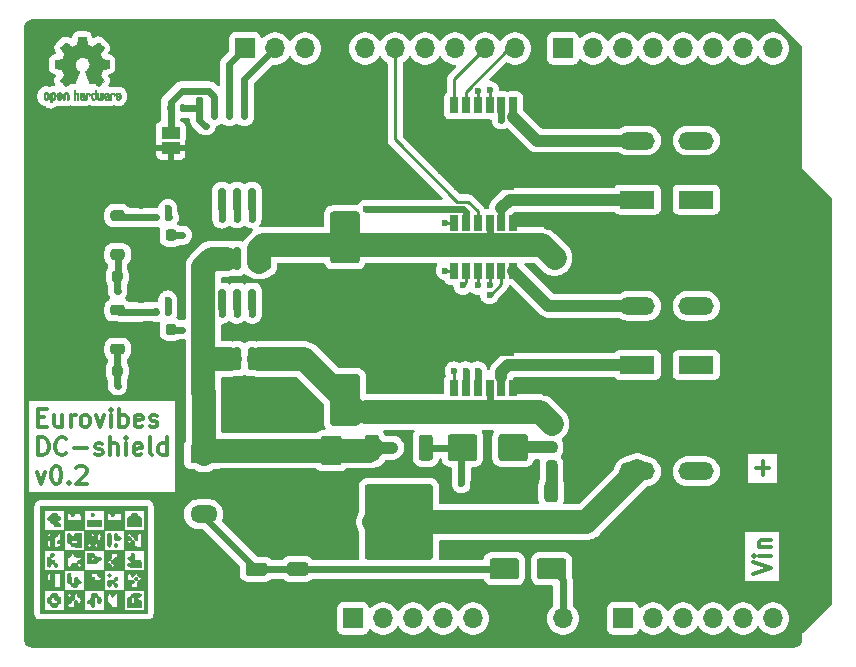
<source format=gtl>
G04 #@! TF.GenerationSoftware,KiCad,Pcbnew,8.0.8+1*
G04 #@! TF.CreationDate,2025-03-25T20:28:37+00:00*
G04 #@! TF.ProjectId,dc_shield,64635f73-6869-4656-9c64-2e6b69636164,rev?*
G04 #@! TF.SameCoordinates,Original*
G04 #@! TF.FileFunction,Copper,L1,Top*
G04 #@! TF.FilePolarity,Positive*
%FSLAX46Y46*%
G04 Gerber Fmt 4.6, Leading zero omitted, Abs format (unit mm)*
G04 Created by KiCad (PCBNEW 8.0.8+1) date 2025-03-25 20:28:37*
%MOMM*%
%LPD*%
G01*
G04 APERTURE LIST*
%ADD10C,0.300000*%
G04 #@! TA.AperFunction,NonConductor*
%ADD11C,0.300000*%
G04 #@! TD*
G04 #@! TA.AperFunction,EtchedComponent*
%ADD12C,0.010000*%
G04 #@! TD*
G04 #@! TA.AperFunction,ComponentPad*
%ADD13R,1.700000X1.700000*%
G04 #@! TD*
G04 #@! TA.AperFunction,ComponentPad*
%ADD14O,1.700000X1.700000*%
G04 #@! TD*
G04 #@! TA.AperFunction,SMDPad,CuDef*
%ADD15R,1.500000X1.000000*%
G04 #@! TD*
G04 #@! TA.AperFunction,ComponentPad*
%ADD16R,3.000000X1.500000*%
G04 #@! TD*
G04 #@! TA.AperFunction,ComponentPad*
%ADD17O,3.000000X1.500000*%
G04 #@! TD*
G04 #@! TA.AperFunction,SMDPad,CuDef*
%ADD18R,0.650000X1.350000*%
G04 #@! TD*
G04 #@! TA.AperFunction,SMDPad,CuDef*
%ADD19R,5.100000X4.400000*%
G04 #@! TD*
G04 #@! TA.AperFunction,SMDPad,CuDef*
%ADD20R,1.350000X1.800000*%
G04 #@! TD*
G04 #@! TA.AperFunction,ComponentPad*
%ADD21R,2.300000X1.500000*%
G04 #@! TD*
G04 #@! TA.AperFunction,ComponentPad*
%ADD22O,2.300000X1.500000*%
G04 #@! TD*
G04 #@! TA.AperFunction,ViaPad*
%ADD23C,0.600000*%
G04 #@! TD*
G04 #@! TA.AperFunction,Conductor*
%ADD24C,1.000000*%
G04 #@! TD*
G04 #@! TA.AperFunction,Conductor*
%ADD25C,0.600000*%
G04 #@! TD*
G04 #@! TA.AperFunction,Conductor*
%ADD26C,0.250000*%
G04 #@! TD*
G04 #@! TA.AperFunction,Conductor*
%ADD27C,2.000000*%
G04 #@! TD*
G04 APERTURE END LIST*
D10*
D11*
X62054510Y15270600D02*
X63197368Y15270600D01*
X62625939Y14699172D02*
X62625939Y15842029D01*
D10*
D11*
X61800828Y6340226D02*
X63300828Y6840226D01*
X63300828Y6840226D02*
X61800828Y7340226D01*
X63300828Y7840225D02*
X62300828Y7840225D01*
X61800828Y7840225D02*
X61872257Y7768797D01*
X61872257Y7768797D02*
X61943685Y7840225D01*
X61943685Y7840225D02*
X61872257Y7911654D01*
X61872257Y7911654D02*
X61800828Y7840225D01*
X61800828Y7840225D02*
X61943685Y7840225D01*
X62300828Y8554511D02*
X63300828Y8554511D01*
X62443685Y8554511D02*
X62372257Y8625940D01*
X62372257Y8625940D02*
X62300828Y8768797D01*
X62300828Y8768797D02*
X62300828Y8983083D01*
X62300828Y8983083D02*
X62372257Y9125940D01*
X62372257Y9125940D02*
X62515114Y9197368D01*
X62515114Y9197368D02*
X63300828Y9197368D01*
D10*
D11*
X1304510Y19564718D02*
X1804510Y19564718D01*
X2018796Y18779004D02*
X1304510Y18779004D01*
X1304510Y18779004D02*
X1304510Y20279004D01*
X1304510Y20279004D02*
X2018796Y20279004D01*
X3304511Y19779004D02*
X3304511Y18779004D01*
X2661653Y19779004D02*
X2661653Y18993290D01*
X2661653Y18993290D02*
X2733082Y18850432D01*
X2733082Y18850432D02*
X2875939Y18779004D01*
X2875939Y18779004D02*
X3090225Y18779004D01*
X3090225Y18779004D02*
X3233082Y18850432D01*
X3233082Y18850432D02*
X3304511Y18921861D01*
X4018796Y18779004D02*
X4018796Y19779004D01*
X4018796Y19493290D02*
X4090225Y19636147D01*
X4090225Y19636147D02*
X4161654Y19707575D01*
X4161654Y19707575D02*
X4304511Y19779004D01*
X4304511Y19779004D02*
X4447368Y19779004D01*
X5161653Y18779004D02*
X5018796Y18850432D01*
X5018796Y18850432D02*
X4947367Y18921861D01*
X4947367Y18921861D02*
X4875939Y19064718D01*
X4875939Y19064718D02*
X4875939Y19493290D01*
X4875939Y19493290D02*
X4947367Y19636147D01*
X4947367Y19636147D02*
X5018796Y19707575D01*
X5018796Y19707575D02*
X5161653Y19779004D01*
X5161653Y19779004D02*
X5375939Y19779004D01*
X5375939Y19779004D02*
X5518796Y19707575D01*
X5518796Y19707575D02*
X5590225Y19636147D01*
X5590225Y19636147D02*
X5661653Y19493290D01*
X5661653Y19493290D02*
X5661653Y19064718D01*
X5661653Y19064718D02*
X5590225Y18921861D01*
X5590225Y18921861D02*
X5518796Y18850432D01*
X5518796Y18850432D02*
X5375939Y18779004D01*
X5375939Y18779004D02*
X5161653Y18779004D01*
X6161653Y19779004D02*
X6518796Y18779004D01*
X6518796Y18779004D02*
X6875939Y19779004D01*
X7447367Y18779004D02*
X7447367Y19779004D01*
X7447367Y20279004D02*
X7375939Y20207575D01*
X7375939Y20207575D02*
X7447367Y20136147D01*
X7447367Y20136147D02*
X7518796Y20207575D01*
X7518796Y20207575D02*
X7447367Y20279004D01*
X7447367Y20279004D02*
X7447367Y20136147D01*
X8161653Y18779004D02*
X8161653Y20279004D01*
X8161653Y19707575D02*
X8304511Y19779004D01*
X8304511Y19779004D02*
X8590225Y19779004D01*
X8590225Y19779004D02*
X8733082Y19707575D01*
X8733082Y19707575D02*
X8804511Y19636147D01*
X8804511Y19636147D02*
X8875939Y19493290D01*
X8875939Y19493290D02*
X8875939Y19064718D01*
X8875939Y19064718D02*
X8804511Y18921861D01*
X8804511Y18921861D02*
X8733082Y18850432D01*
X8733082Y18850432D02*
X8590225Y18779004D01*
X8590225Y18779004D02*
X8304511Y18779004D01*
X8304511Y18779004D02*
X8161653Y18850432D01*
X10090225Y18850432D02*
X9947368Y18779004D01*
X9947368Y18779004D02*
X9661654Y18779004D01*
X9661654Y18779004D02*
X9518796Y18850432D01*
X9518796Y18850432D02*
X9447368Y18993290D01*
X9447368Y18993290D02*
X9447368Y19564718D01*
X9447368Y19564718D02*
X9518796Y19707575D01*
X9518796Y19707575D02*
X9661654Y19779004D01*
X9661654Y19779004D02*
X9947368Y19779004D01*
X9947368Y19779004D02*
X10090225Y19707575D01*
X10090225Y19707575D02*
X10161654Y19564718D01*
X10161654Y19564718D02*
X10161654Y19421861D01*
X10161654Y19421861D02*
X9447368Y19279004D01*
X10733082Y18850432D02*
X10875939Y18779004D01*
X10875939Y18779004D02*
X11161653Y18779004D01*
X11161653Y18779004D02*
X11304510Y18850432D01*
X11304510Y18850432D02*
X11375939Y18993290D01*
X11375939Y18993290D02*
X11375939Y19064718D01*
X11375939Y19064718D02*
X11304510Y19207575D01*
X11304510Y19207575D02*
X11161653Y19279004D01*
X11161653Y19279004D02*
X10947368Y19279004D01*
X10947368Y19279004D02*
X10804510Y19350432D01*
X10804510Y19350432D02*
X10733082Y19493290D01*
X10733082Y19493290D02*
X10733082Y19564718D01*
X10733082Y19564718D02*
X10804510Y19707575D01*
X10804510Y19707575D02*
X10947368Y19779004D01*
X10947368Y19779004D02*
X11161653Y19779004D01*
X11161653Y19779004D02*
X11304510Y19707575D01*
X1304510Y16364088D02*
X1304510Y17864088D01*
X1304510Y17864088D02*
X1661653Y17864088D01*
X1661653Y17864088D02*
X1875939Y17792659D01*
X1875939Y17792659D02*
X2018796Y17649802D01*
X2018796Y17649802D02*
X2090225Y17506945D01*
X2090225Y17506945D02*
X2161653Y17221231D01*
X2161653Y17221231D02*
X2161653Y17006945D01*
X2161653Y17006945D02*
X2090225Y16721231D01*
X2090225Y16721231D02*
X2018796Y16578374D01*
X2018796Y16578374D02*
X1875939Y16435516D01*
X1875939Y16435516D02*
X1661653Y16364088D01*
X1661653Y16364088D02*
X1304510Y16364088D01*
X3661653Y16506945D02*
X3590225Y16435516D01*
X3590225Y16435516D02*
X3375939Y16364088D01*
X3375939Y16364088D02*
X3233082Y16364088D01*
X3233082Y16364088D02*
X3018796Y16435516D01*
X3018796Y16435516D02*
X2875939Y16578374D01*
X2875939Y16578374D02*
X2804510Y16721231D01*
X2804510Y16721231D02*
X2733082Y17006945D01*
X2733082Y17006945D02*
X2733082Y17221231D01*
X2733082Y17221231D02*
X2804510Y17506945D01*
X2804510Y17506945D02*
X2875939Y17649802D01*
X2875939Y17649802D02*
X3018796Y17792659D01*
X3018796Y17792659D02*
X3233082Y17864088D01*
X3233082Y17864088D02*
X3375939Y17864088D01*
X3375939Y17864088D02*
X3590225Y17792659D01*
X3590225Y17792659D02*
X3661653Y17721231D01*
X4304510Y16935516D02*
X5447368Y16935516D01*
X6090225Y16435516D02*
X6233082Y16364088D01*
X6233082Y16364088D02*
X6518796Y16364088D01*
X6518796Y16364088D02*
X6661653Y16435516D01*
X6661653Y16435516D02*
X6733082Y16578374D01*
X6733082Y16578374D02*
X6733082Y16649802D01*
X6733082Y16649802D02*
X6661653Y16792659D01*
X6661653Y16792659D02*
X6518796Y16864088D01*
X6518796Y16864088D02*
X6304511Y16864088D01*
X6304511Y16864088D02*
X6161653Y16935516D01*
X6161653Y16935516D02*
X6090225Y17078374D01*
X6090225Y17078374D02*
X6090225Y17149802D01*
X6090225Y17149802D02*
X6161653Y17292659D01*
X6161653Y17292659D02*
X6304511Y17364088D01*
X6304511Y17364088D02*
X6518796Y17364088D01*
X6518796Y17364088D02*
X6661653Y17292659D01*
X7375939Y16364088D02*
X7375939Y17864088D01*
X8018797Y16364088D02*
X8018797Y17149802D01*
X8018797Y17149802D02*
X7947368Y17292659D01*
X7947368Y17292659D02*
X7804511Y17364088D01*
X7804511Y17364088D02*
X7590225Y17364088D01*
X7590225Y17364088D02*
X7447368Y17292659D01*
X7447368Y17292659D02*
X7375939Y17221231D01*
X8733082Y16364088D02*
X8733082Y17364088D01*
X8733082Y17864088D02*
X8661654Y17792659D01*
X8661654Y17792659D02*
X8733082Y17721231D01*
X8733082Y17721231D02*
X8804511Y17792659D01*
X8804511Y17792659D02*
X8733082Y17864088D01*
X8733082Y17864088D02*
X8733082Y17721231D01*
X10018797Y16435516D02*
X9875940Y16364088D01*
X9875940Y16364088D02*
X9590226Y16364088D01*
X9590226Y16364088D02*
X9447368Y16435516D01*
X9447368Y16435516D02*
X9375940Y16578374D01*
X9375940Y16578374D02*
X9375940Y17149802D01*
X9375940Y17149802D02*
X9447368Y17292659D01*
X9447368Y17292659D02*
X9590226Y17364088D01*
X9590226Y17364088D02*
X9875940Y17364088D01*
X9875940Y17364088D02*
X10018797Y17292659D01*
X10018797Y17292659D02*
X10090226Y17149802D01*
X10090226Y17149802D02*
X10090226Y17006945D01*
X10090226Y17006945D02*
X9375940Y16864088D01*
X10947368Y16364088D02*
X10804511Y16435516D01*
X10804511Y16435516D02*
X10733082Y16578374D01*
X10733082Y16578374D02*
X10733082Y17864088D01*
X12161654Y16364088D02*
X12161654Y17864088D01*
X12161654Y16435516D02*
X12018796Y16364088D01*
X12018796Y16364088D02*
X11733082Y16364088D01*
X11733082Y16364088D02*
X11590225Y16435516D01*
X11590225Y16435516D02*
X11518796Y16506945D01*
X11518796Y16506945D02*
X11447368Y16649802D01*
X11447368Y16649802D02*
X11447368Y17078374D01*
X11447368Y17078374D02*
X11518796Y17221231D01*
X11518796Y17221231D02*
X11590225Y17292659D01*
X11590225Y17292659D02*
X11733082Y17364088D01*
X11733082Y17364088D02*
X12018796Y17364088D01*
X12018796Y17364088D02*
X12161654Y17292659D01*
X1161653Y14949172D02*
X1518796Y13949172D01*
X1518796Y13949172D02*
X1875939Y14949172D01*
X2733082Y15449172D02*
X2875939Y15449172D01*
X2875939Y15449172D02*
X3018796Y15377743D01*
X3018796Y15377743D02*
X3090225Y15306315D01*
X3090225Y15306315D02*
X3161653Y15163458D01*
X3161653Y15163458D02*
X3233082Y14877743D01*
X3233082Y14877743D02*
X3233082Y14520600D01*
X3233082Y14520600D02*
X3161653Y14234886D01*
X3161653Y14234886D02*
X3090225Y14092029D01*
X3090225Y14092029D02*
X3018796Y14020600D01*
X3018796Y14020600D02*
X2875939Y13949172D01*
X2875939Y13949172D02*
X2733082Y13949172D01*
X2733082Y13949172D02*
X2590225Y14020600D01*
X2590225Y14020600D02*
X2518796Y14092029D01*
X2518796Y14092029D02*
X2447367Y14234886D01*
X2447367Y14234886D02*
X2375939Y14520600D01*
X2375939Y14520600D02*
X2375939Y14877743D01*
X2375939Y14877743D02*
X2447367Y15163458D01*
X2447367Y15163458D02*
X2518796Y15306315D01*
X2518796Y15306315D02*
X2590225Y15377743D01*
X2590225Y15377743D02*
X2733082Y15449172D01*
X3875938Y14092029D02*
X3947367Y14020600D01*
X3947367Y14020600D02*
X3875938Y13949172D01*
X3875938Y13949172D02*
X3804510Y14020600D01*
X3804510Y14020600D02*
X3875938Y14092029D01*
X3875938Y14092029D02*
X3875938Y13949172D01*
X4518796Y15306315D02*
X4590224Y15377743D01*
X4590224Y15377743D02*
X4733082Y15449172D01*
X4733082Y15449172D02*
X5090224Y15449172D01*
X5090224Y15449172D02*
X5233082Y15377743D01*
X5233082Y15377743D02*
X5304510Y15306315D01*
X5304510Y15306315D02*
X5375939Y15163458D01*
X5375939Y15163458D02*
X5375939Y15020600D01*
X5375939Y15020600D02*
X5304510Y14806315D01*
X5304510Y14806315D02*
X4447367Y13949172D01*
X4447367Y13949172D02*
X5375939Y13949172D01*
D12*
X6566017Y10330083D02*
X5433983Y10330083D01*
X5433983Y10896100D01*
X6566017Y10896100D01*
X6566017Y10330083D01*
G04 #@! TA.AperFunction,EtchedComponent*
G36*
X6566017Y10330083D02*
G01*
X5433983Y10330083D01*
X5433983Y10896100D01*
X6566017Y10896100D01*
X6566017Y10330083D01*
G37*
G04 #@! TD.AperFunction*
X5976745Y11412088D02*
X6000000Y11320613D01*
X5949971Y11202364D01*
X5858496Y11179108D01*
X5740248Y11229138D01*
X5716992Y11320613D01*
X5767021Y11438861D01*
X5858496Y11462117D01*
X5976745Y11412088D01*
G04 #@! TA.AperFunction,EtchedComponent*
G36*
X5976745Y11412088D02*
G01*
X6000000Y11320613D01*
X5949971Y11202364D01*
X5858496Y11179108D01*
X5740248Y11229138D01*
X5716992Y11320613D01*
X5767021Y11438861D01*
X5858496Y11462117D01*
X5976745Y11412088D01*
G37*
G04 #@! TD.AperFunction*
X7391786Y6317937D02*
X7415042Y6226462D01*
X7365013Y6108214D01*
X7273538Y6084958D01*
X7155289Y6134987D01*
X7132034Y6226462D01*
X7182063Y6344711D01*
X7273538Y6367966D01*
X7391786Y6317937D01*
G04 #@! TA.AperFunction,EtchedComponent*
G36*
X7391786Y6317937D02*
G01*
X7415042Y6226462D01*
X7365013Y6108214D01*
X7273538Y6084958D01*
X7155289Y6134987D01*
X7132034Y6226462D01*
X7182063Y6344711D01*
X7273538Y6367966D01*
X7391786Y6317937D01*
G37*
G04 #@! TD.AperFunction*
X7957803Y8865012D02*
X7981059Y8773537D01*
X7931029Y8655289D01*
X7839555Y8632033D01*
X7721306Y8682063D01*
X7698050Y8773537D01*
X7748080Y8891786D01*
X7839555Y8915042D01*
X7957803Y8865012D01*
G04 #@! TA.AperFunction,EtchedComponent*
G36*
X7957803Y8865012D02*
G01*
X7981059Y8773537D01*
X7931029Y8655289D01*
X7839555Y8632033D01*
X7721306Y8682063D01*
X7698050Y8773537D01*
X7748080Y8891786D01*
X7839555Y8915042D01*
X7957803Y8865012D01*
G37*
G04 #@! TD.AperFunction*
X9655853Y6034929D02*
X9679109Y5943454D01*
X9629080Y5825205D01*
X9537605Y5801950D01*
X9419356Y5851979D01*
X9396100Y5943454D01*
X9446130Y6061702D01*
X9537605Y6084958D01*
X9655853Y6034929D01*
G04 #@! TA.AperFunction,EtchedComponent*
G36*
X9655853Y6034929D02*
G01*
X9679109Y5943454D01*
X9629080Y5825205D01*
X9537605Y5801950D01*
X9419356Y5851979D01*
X9396100Y5943454D01*
X9446130Y6061702D01*
X9537605Y6084958D01*
X9655853Y6034929D01*
G37*
G04 #@! TD.AperFunction*
X7957803Y9714037D02*
X7981059Y9622562D01*
X8031088Y9504314D01*
X8122563Y9481058D01*
X8240811Y9431029D01*
X8264067Y9339554D01*
X8240334Y9246977D01*
X8144410Y9206061D01*
X7981059Y9198050D01*
X7799910Y9204858D01*
X7719417Y9252515D01*
X7698731Y9381869D01*
X7698050Y9481058D01*
X7709917Y9666213D01*
X7757879Y9748044D01*
X7839555Y9764067D01*
X7957803Y9714037D01*
G04 #@! TA.AperFunction,EtchedComponent*
G36*
X7957803Y9714037D02*
G01*
X7981059Y9622562D01*
X8031088Y9504314D01*
X8122563Y9481058D01*
X8240811Y9431029D01*
X8264067Y9339554D01*
X8240334Y9246977D01*
X8144410Y9206061D01*
X7981059Y9198050D01*
X7799910Y9204858D01*
X7719417Y9252515D01*
X7698731Y9381869D01*
X7698050Y9481058D01*
X7709917Y9666213D01*
X7757879Y9748044D01*
X7839555Y9764067D01*
X7957803Y9714037D01*
G37*
G04 #@! TD.AperFunction*
X7344041Y9752250D02*
X7386296Y9697823D01*
X7407417Y9572322D01*
X7414521Y9347285D01*
X7415042Y9198050D01*
X7412088Y8916036D01*
X7398481Y8747018D01*
X7367106Y8662533D01*
X7310846Y8634116D01*
X7273538Y8632033D01*
X7203034Y8643850D01*
X7160780Y8698277D01*
X7139659Y8823777D01*
X7132554Y9048815D01*
X7132034Y9198050D01*
X7134988Y9480064D01*
X7148595Y9649082D01*
X7179970Y9733567D01*
X7236229Y9761984D01*
X7273538Y9764067D01*
X7344041Y9752250D01*
G04 #@! TA.AperFunction,EtchedComponent*
G36*
X7344041Y9752250D02*
G01*
X7386296Y9697823D01*
X7407417Y9572322D01*
X7414521Y9347285D01*
X7415042Y9198050D01*
X7412088Y8916036D01*
X7398481Y8747018D01*
X7367106Y8662533D01*
X7310846Y8634116D01*
X7273538Y8632033D01*
X7203034Y8643850D01*
X7160780Y8698277D01*
X7139659Y8823777D01*
X7132554Y9048815D01*
X7132034Y9198050D01*
X7134988Y9480064D01*
X7148595Y9649082D01*
X7179970Y9733567D01*
X7236229Y9761984D01*
X7273538Y9764067D01*
X7344041Y9752250D01*
G37*
G04 #@! TD.AperFunction*
X9581255Y11450250D02*
X9663086Y11402288D01*
X9679109Y11320613D01*
X9729138Y11202364D01*
X9820613Y11179108D01*
X9899646Y11163619D01*
X9942351Y11095577D01*
X9959516Y10942620D01*
X9962117Y10754596D01*
X9962117Y10330083D01*
X8830084Y10330083D01*
X8830084Y10754596D01*
X8835247Y10991695D01*
X8857928Y11119811D01*
X8908913Y11171304D01*
X8971588Y11179108D01*
X9089836Y11229138D01*
X9113092Y11320613D01*
X9136825Y11413190D01*
X9232749Y11454105D01*
X9396100Y11462117D01*
X9581255Y11450250D01*
G04 #@! TA.AperFunction,EtchedComponent*
G36*
X9581255Y11450250D02*
G01*
X9663086Y11402288D01*
X9679109Y11320613D01*
X9729138Y11202364D01*
X9820613Y11179108D01*
X9899646Y11163619D01*
X9942351Y11095577D01*
X9959516Y10942620D01*
X9962117Y10754596D01*
X9962117Y10330083D01*
X8830084Y10330083D01*
X8830084Y10754596D01*
X8835247Y10991695D01*
X8857928Y11119811D01*
X8908913Y11171304D01*
X8971588Y11179108D01*
X9089836Y11229138D01*
X9113092Y11320613D01*
X9136825Y11413190D01*
X9232749Y11454105D01*
X9396100Y11462117D01*
X9581255Y11450250D01*
G37*
G04 #@! TD.AperFunction*
X5902146Y8054150D02*
X5983977Y8006188D01*
X6000000Y7924512D01*
X6023733Y7831935D01*
X6119657Y7791020D01*
X6283009Y7783008D01*
X6468163Y7771142D01*
X6549994Y7723180D01*
X6566017Y7641504D01*
X6515988Y7523255D01*
X6424513Y7500000D01*
X6306264Y7449971D01*
X6283009Y7358496D01*
X6267519Y7279463D01*
X6199477Y7236757D01*
X6046520Y7219593D01*
X5858496Y7216991D01*
X5433983Y7216991D01*
X5433983Y7641504D01*
X5716992Y7641504D01*
X5767021Y7523255D01*
X5858496Y7500000D01*
X5976745Y7550029D01*
X6000000Y7641504D01*
X5949971Y7759752D01*
X5858496Y7783008D01*
X5740248Y7732979D01*
X5716992Y7641504D01*
X5433983Y7641504D01*
X5433983Y8066017D01*
X5716992Y8066017D01*
X5902146Y8054150D01*
G04 #@! TA.AperFunction,EtchedComponent*
G36*
X5902146Y8054150D02*
G01*
X5983977Y8006188D01*
X6000000Y7924512D01*
X6023733Y7831935D01*
X6119657Y7791020D01*
X6283009Y7783008D01*
X6468163Y7771142D01*
X6549994Y7723180D01*
X6566017Y7641504D01*
X6515988Y7523255D01*
X6424513Y7500000D01*
X6306264Y7449971D01*
X6283009Y7358496D01*
X6267519Y7279463D01*
X6199477Y7236757D01*
X6046520Y7219593D01*
X5858496Y7216991D01*
X5433983Y7216991D01*
X5433983Y7641504D01*
X5716992Y7641504D01*
X5767021Y7523255D01*
X5858496Y7500000D01*
X5976745Y7550029D01*
X6000000Y7641504D01*
X5949971Y7759752D01*
X5858496Y7783008D01*
X5740248Y7732979D01*
X5716992Y7641504D01*
X5433983Y7641504D01*
X5433983Y8066017D01*
X5716992Y8066017D01*
X5902146Y8054150D01*
G37*
G04 #@! TD.AperFunction*
X7957803Y6034929D02*
X7981059Y5943454D01*
X7931029Y5825205D01*
X7839555Y5801950D01*
X7721306Y5751920D01*
X7698050Y5660445D01*
X7748080Y5542197D01*
X7839555Y5518941D01*
X7957803Y5468912D01*
X7981059Y5377437D01*
X7931029Y5259189D01*
X7839555Y5235933D01*
X7721306Y5285962D01*
X7698050Y5377437D01*
X7648021Y5495686D01*
X7556546Y5518941D01*
X7438298Y5468912D01*
X7415042Y5377437D01*
X7365013Y5259189D01*
X7273538Y5235933D01*
X7180961Y5259666D01*
X7140045Y5355590D01*
X7132034Y5518941D01*
X7138842Y5700090D01*
X7186499Y5780583D01*
X7315853Y5801269D01*
X7415042Y5801950D01*
X7600196Y5813816D01*
X7682027Y5861778D01*
X7698050Y5943454D01*
X7748080Y6061702D01*
X7839555Y6084958D01*
X7957803Y6034929D01*
G04 #@! TA.AperFunction,EtchedComponent*
G36*
X7957803Y6034929D02*
G01*
X7981059Y5943454D01*
X7931029Y5825205D01*
X7839555Y5801950D01*
X7721306Y5751920D01*
X7698050Y5660445D01*
X7748080Y5542197D01*
X7839555Y5518941D01*
X7957803Y5468912D01*
X7981059Y5377437D01*
X7931029Y5259189D01*
X7839555Y5235933D01*
X7721306Y5285962D01*
X7698050Y5377437D01*
X7648021Y5495686D01*
X7556546Y5518941D01*
X7438298Y5468912D01*
X7415042Y5377437D01*
X7365013Y5259189D01*
X7273538Y5235933D01*
X7180961Y5259666D01*
X7140045Y5355590D01*
X7132034Y5518941D01*
X7138842Y5700090D01*
X7186499Y5780583D01*
X7315853Y5801269D01*
X7415042Y5801950D01*
X7600196Y5813816D01*
X7682027Y5861778D01*
X7698050Y5943454D01*
X7748080Y6061702D01*
X7839555Y6084958D01*
X7957803Y6034929D01*
G37*
G04 #@! TD.AperFunction*
X9347173Y8042284D02*
X9388089Y7946360D01*
X9396100Y7783008D01*
X9402909Y7601860D01*
X9450565Y7521367D01*
X9579920Y7500680D01*
X9679109Y7500000D01*
X9860257Y7493192D01*
X9940750Y7445535D01*
X9961437Y7316180D01*
X9962117Y7216991D01*
X9962117Y6933983D01*
X9396100Y6933983D01*
X9114087Y6936937D01*
X8945069Y6950544D01*
X8860583Y6981919D01*
X8832167Y7038179D01*
X8830084Y7075487D01*
X8880113Y7193736D01*
X8971588Y7216991D01*
X9089836Y7267021D01*
X9113092Y7358496D01*
X9063063Y7476744D01*
X8971588Y7500000D01*
X8853339Y7550029D01*
X8830084Y7641504D01*
X8880113Y7759752D01*
X8971588Y7783008D01*
X9089836Y7833037D01*
X9113092Y7924512D01*
X9163121Y8042761D01*
X9254596Y8066017D01*
X9347173Y8042284D01*
G04 #@! TA.AperFunction,EtchedComponent*
G36*
X9347173Y8042284D02*
G01*
X9388089Y7946360D01*
X9396100Y7783008D01*
X9402909Y7601860D01*
X9450565Y7521367D01*
X9579920Y7500680D01*
X9679109Y7500000D01*
X9860257Y7493192D01*
X9940750Y7445535D01*
X9961437Y7316180D01*
X9962117Y7216991D01*
X9962117Y6933983D01*
X9396100Y6933983D01*
X9114087Y6936937D01*
X8945069Y6950544D01*
X8860583Y6981919D01*
X8832167Y7038179D01*
X8830084Y7075487D01*
X8880113Y7193736D01*
X8971588Y7216991D01*
X9089836Y7267021D01*
X9113092Y7358496D01*
X9063063Y7476744D01*
X8971588Y7500000D01*
X8853339Y7550029D01*
X8830084Y7641504D01*
X8880113Y7759752D01*
X8971588Y7783008D01*
X9089836Y7833037D01*
X9113092Y7924512D01*
X9163121Y8042761D01*
X9254596Y8066017D01*
X9347173Y8042284D01*
G37*
G04 #@! TD.AperFunction*
X2580644Y8015987D02*
X2603900Y7924512D01*
X2553871Y7806264D01*
X2462396Y7783008D01*
X2344147Y7732979D01*
X2320892Y7641504D01*
X2370921Y7523255D01*
X2462396Y7500000D01*
X2580644Y7449971D01*
X2603900Y7358496D01*
X2653929Y7240247D01*
X2745404Y7216991D01*
X2863653Y7166962D01*
X2886908Y7075487D01*
X2836879Y6957239D01*
X2745404Y6933983D01*
X2627156Y6984012D01*
X2603900Y7075487D01*
X2553871Y7193736D01*
X2462396Y7216991D01*
X2344147Y7166962D01*
X2320892Y7075487D01*
X2270862Y6957239D01*
X2179387Y6933983D01*
X2100354Y6949473D01*
X2057649Y7017515D01*
X2040485Y7170471D01*
X2037883Y7358496D01*
X2043046Y7595594D01*
X2065727Y7723710D01*
X2116713Y7775204D01*
X2179387Y7783008D01*
X2297636Y7833037D01*
X2320892Y7924512D01*
X2370921Y8042761D01*
X2462396Y8066017D01*
X2580644Y8015987D01*
G04 #@! TA.AperFunction,EtchedComponent*
G36*
X2580644Y8015987D02*
G01*
X2603900Y7924512D01*
X2553871Y7806264D01*
X2462396Y7783008D01*
X2344147Y7732979D01*
X2320892Y7641504D01*
X2370921Y7523255D01*
X2462396Y7500000D01*
X2580644Y7449971D01*
X2603900Y7358496D01*
X2653929Y7240247D01*
X2745404Y7216991D01*
X2863653Y7166962D01*
X2886908Y7075487D01*
X2836879Y6957239D01*
X2745404Y6933983D01*
X2627156Y6984012D01*
X2603900Y7075487D01*
X2553871Y7193736D01*
X2462396Y7216991D01*
X2344147Y7166962D01*
X2320892Y7075487D01*
X2270862Y6957239D01*
X2179387Y6933983D01*
X2100354Y6949473D01*
X2057649Y7017515D01*
X2040485Y7170471D01*
X2037883Y7358496D01*
X2043046Y7595594D01*
X2065727Y7723710D01*
X2116713Y7775204D01*
X2179387Y7783008D01*
X2297636Y7833037D01*
X2320892Y7924512D01*
X2370921Y8042761D01*
X2462396Y8066017D01*
X2580644Y8015987D01*
G37*
G04 #@! TD.AperFunction*
X2789054Y11450250D02*
X2870885Y11402288D01*
X2886908Y11320613D01*
X2936938Y11202364D01*
X3028412Y11179108D01*
X3146661Y11129079D01*
X3169917Y11037604D01*
X3119887Y10919356D01*
X3028412Y10896100D01*
X2910164Y10846071D01*
X2886908Y10754596D01*
X2936938Y10636347D01*
X3028412Y10613092D01*
X3146661Y10563062D01*
X3169917Y10471588D01*
X3146184Y10379010D01*
X3050260Y10338095D01*
X2886908Y10330083D01*
X2701754Y10341950D01*
X2619923Y10389912D01*
X2603900Y10471588D01*
X2553871Y10589836D01*
X2462396Y10613092D01*
X2344147Y10663121D01*
X2320892Y10754596D01*
X2270862Y10872844D01*
X2179387Y10896100D01*
X2061139Y10946129D01*
X2037883Y11037604D01*
X2087912Y11155853D01*
X2179387Y11179108D01*
X2297636Y11229138D01*
X2320892Y11320613D01*
X2344624Y11413190D01*
X2440548Y11454105D01*
X2603900Y11462117D01*
X2789054Y11450250D01*
G04 #@! TA.AperFunction,EtchedComponent*
G36*
X2789054Y11450250D02*
G01*
X2870885Y11402288D01*
X2886908Y11320613D01*
X2936938Y11202364D01*
X3028412Y11179108D01*
X3146661Y11129079D01*
X3169917Y11037604D01*
X3119887Y10919356D01*
X3028412Y10896100D01*
X2910164Y10846071D01*
X2886908Y10754596D01*
X2936938Y10636347D01*
X3028412Y10613092D01*
X3146661Y10563062D01*
X3169917Y10471588D01*
X3146184Y10379010D01*
X3050260Y10338095D01*
X2886908Y10330083D01*
X2701754Y10341950D01*
X2619923Y10389912D01*
X2603900Y10471588D01*
X2553871Y10589836D01*
X2462396Y10613092D01*
X2344147Y10663121D01*
X2320892Y10754596D01*
X2270862Y10872844D01*
X2179387Y10896100D01*
X2061139Y10946129D01*
X2037883Y11037604D01*
X2087912Y11155853D01*
X2179387Y11179108D01*
X2297636Y11229138D01*
X2320892Y11320613D01*
X2344624Y11413190D01*
X2440548Y11454105D01*
X2603900Y11462117D01*
X2789054Y11450250D01*
G37*
G04 #@! TD.AperFunction*
X3956470Y6352477D02*
X3999176Y6284434D01*
X4016340Y6131478D01*
X4018942Y5943454D01*
X4024105Y5706355D01*
X4046786Y5578239D01*
X4097771Y5526746D01*
X4160446Y5518941D01*
X4253023Y5542674D01*
X4293939Y5638598D01*
X4301950Y5801950D01*
X4313816Y5987104D01*
X4361778Y6068935D01*
X4443454Y6084958D01*
X4561703Y6034929D01*
X4584958Y5943454D01*
X4634988Y5825205D01*
X4726463Y5801950D01*
X4844711Y5751920D01*
X4867967Y5660445D01*
X4817937Y5542197D01*
X4726463Y5518941D01*
X4608214Y5468912D01*
X4584958Y5377437D01*
X4561226Y5284860D01*
X4465302Y5243944D01*
X4301950Y5235933D01*
X4116796Y5247799D01*
X4034965Y5295761D01*
X4018942Y5377437D01*
X3968912Y5495686D01*
X3877438Y5518941D01*
X3798405Y5534431D01*
X3755699Y5602473D01*
X3738535Y5755429D01*
X3735933Y5943454D01*
X3741097Y6180553D01*
X3763777Y6308668D01*
X3814763Y6360162D01*
X3877438Y6367966D01*
X3956470Y6352477D01*
G04 #@! TA.AperFunction,EtchedComponent*
G36*
X3956470Y6352477D02*
G01*
X3999176Y6284434D01*
X4016340Y6131478D01*
X4018942Y5943454D01*
X4024105Y5706355D01*
X4046786Y5578239D01*
X4097771Y5526746D01*
X4160446Y5518941D01*
X4253023Y5542674D01*
X4293939Y5638598D01*
X4301950Y5801950D01*
X4313816Y5987104D01*
X4361778Y6068935D01*
X4443454Y6084958D01*
X4561703Y6034929D01*
X4584958Y5943454D01*
X4634988Y5825205D01*
X4726463Y5801950D01*
X4844711Y5751920D01*
X4867967Y5660445D01*
X4817937Y5542197D01*
X4726463Y5518941D01*
X4608214Y5468912D01*
X4584958Y5377437D01*
X4561226Y5284860D01*
X4465302Y5243944D01*
X4301950Y5235933D01*
X4116796Y5247799D01*
X4034965Y5295761D01*
X4018942Y5377437D01*
X3968912Y5495686D01*
X3877438Y5518941D01*
X3798405Y5534431D01*
X3755699Y5602473D01*
X3738535Y5755429D01*
X3735933Y5943454D01*
X3741097Y6180553D01*
X3763777Y6308668D01*
X3814763Y6360162D01*
X3877438Y6367966D01*
X3956470Y6352477D01*
G37*
G04 #@! TD.AperFunction*
X6185155Y4658050D02*
X6266986Y4610088D01*
X6283009Y4528412D01*
X6333038Y4410164D01*
X6424513Y4386908D01*
X6517090Y4363175D01*
X6558005Y4267251D01*
X6566017Y4103900D01*
X6554151Y3918745D01*
X6506189Y3836914D01*
X6424513Y3820891D01*
X6331936Y3844624D01*
X6291020Y3940548D01*
X6283009Y4103900D01*
X6271142Y4289054D01*
X6223180Y4370885D01*
X6141504Y4386908D01*
X6062471Y4371418D01*
X6019766Y4303376D01*
X6002602Y4150420D01*
X6000000Y3962395D01*
X5994837Y3725296D01*
X5972156Y3597181D01*
X5921171Y3545687D01*
X5858496Y3537883D01*
X5740248Y3587912D01*
X5716992Y3679387D01*
X5666963Y3797635D01*
X5575488Y3820891D01*
X5457239Y3870920D01*
X5433983Y3962395D01*
X5484013Y4080644D01*
X5575488Y4103900D01*
X5668065Y4127632D01*
X5708980Y4223556D01*
X5716992Y4386908D01*
X5723800Y4568056D01*
X5771457Y4648549D01*
X5900811Y4669236D01*
X6000000Y4669916D01*
X6185155Y4658050D01*
G04 #@! TA.AperFunction,EtchedComponent*
G36*
X6185155Y4658050D02*
G01*
X6266986Y4610088D01*
X6283009Y4528412D01*
X6333038Y4410164D01*
X6424513Y4386908D01*
X6517090Y4363175D01*
X6558005Y4267251D01*
X6566017Y4103900D01*
X6554151Y3918745D01*
X6506189Y3836914D01*
X6424513Y3820891D01*
X6331936Y3844624D01*
X6291020Y3940548D01*
X6283009Y4103900D01*
X6271142Y4289054D01*
X6223180Y4370885D01*
X6141504Y4386908D01*
X6062471Y4371418D01*
X6019766Y4303376D01*
X6002602Y4150420D01*
X6000000Y3962395D01*
X5994837Y3725296D01*
X5972156Y3597181D01*
X5921171Y3545687D01*
X5858496Y3537883D01*
X5740248Y3587912D01*
X5716992Y3679387D01*
X5666963Y3797635D01*
X5575488Y3820891D01*
X5457239Y3870920D01*
X5433983Y3962395D01*
X5484013Y4080644D01*
X5575488Y4103900D01*
X5668065Y4127632D01*
X5708980Y4223556D01*
X5716992Y4386908D01*
X5723800Y4568056D01*
X5771457Y4648549D01*
X5900811Y4669236D01*
X6000000Y4669916D01*
X6185155Y4658050D01*
G37*
G04 #@! TD.AperFunction*
X4867967Y8632033D02*
X4443454Y8632033D01*
X4206355Y8637196D01*
X4078240Y8659877D01*
X4026746Y8710863D01*
X4018942Y8773537D01*
X3968912Y8891786D01*
X3877438Y8915042D01*
X3798405Y8930531D01*
X3755699Y8998573D01*
X3749194Y9056546D01*
X4018942Y9056546D01*
X4042675Y8963969D01*
X4138598Y8923053D01*
X4301950Y8915042D01*
X4487104Y8926908D01*
X4568935Y8974870D01*
X4584958Y9056546D01*
X4561226Y9149123D01*
X4465302Y9190038D01*
X4301950Y9198050D01*
X4116796Y9186184D01*
X4034965Y9138222D01*
X4018942Y9056546D01*
X3749194Y9056546D01*
X3738535Y9151530D01*
X3735933Y9339554D01*
X3741097Y9576653D01*
X3763777Y9704769D01*
X3814763Y9756262D01*
X3877438Y9764067D01*
X3995686Y9714037D01*
X4018942Y9622562D01*
X4068971Y9504314D01*
X4160446Y9481058D01*
X4278694Y9531088D01*
X4301950Y9622562D01*
X4325683Y9715140D01*
X4421607Y9756055D01*
X4584958Y9764067D01*
X4867967Y9764067D01*
X4867967Y8632033D01*
G04 #@! TA.AperFunction,EtchedComponent*
G36*
X4867967Y8632033D02*
G01*
X4443454Y8632033D01*
X4206355Y8637196D01*
X4078240Y8659877D01*
X4026746Y8710863D01*
X4018942Y8773537D01*
X3968912Y8891786D01*
X3877438Y8915042D01*
X3798405Y8930531D01*
X3755699Y8998573D01*
X3749194Y9056546D01*
X4018942Y9056546D01*
X4042675Y8963969D01*
X4138598Y8923053D01*
X4301950Y8915042D01*
X4487104Y8926908D01*
X4568935Y8974870D01*
X4584958Y9056546D01*
X4561226Y9149123D01*
X4465302Y9190038D01*
X4301950Y9198050D01*
X4116796Y9186184D01*
X4034965Y9138222D01*
X4018942Y9056546D01*
X3749194Y9056546D01*
X3738535Y9151530D01*
X3735933Y9339554D01*
X3741097Y9576653D01*
X3763777Y9704769D01*
X3814763Y9756262D01*
X3877438Y9764067D01*
X3995686Y9714037D01*
X4018942Y9622562D01*
X4068971Y9504314D01*
X4160446Y9481058D01*
X4278694Y9531088D01*
X4301950Y9622562D01*
X4325683Y9715140D01*
X4421607Y9756055D01*
X4584958Y9764067D01*
X4867967Y9764067D01*
X4867967Y8632033D01*
G37*
G04 #@! TD.AperFunction*
X9774704Y4664753D02*
X9902819Y4642072D01*
X9954313Y4591087D01*
X9962117Y4528412D01*
X9912088Y4410164D01*
X9820613Y4386908D01*
X9702365Y4336879D01*
X9679109Y4245404D01*
X9729138Y4127155D01*
X9820613Y4103900D01*
X9913190Y4080167D01*
X9954106Y3984243D01*
X9962117Y3820891D01*
X9962117Y3537883D01*
X8830084Y3537883D01*
X8830084Y3962395D01*
X8833165Y4103900D01*
X9113092Y4103900D01*
X9124959Y3918745D01*
X9172920Y3836914D01*
X9254596Y3820891D01*
X9347173Y3844624D01*
X9388089Y3940548D01*
X9396100Y4103900D01*
X9384234Y4289054D01*
X9336272Y4370885D01*
X9254596Y4386908D01*
X9162019Y4363175D01*
X9121104Y4267251D01*
X9113092Y4103900D01*
X8833165Y4103900D01*
X8835247Y4199494D01*
X8857928Y4327610D01*
X8908913Y4379104D01*
X8971588Y4386908D01*
X9089836Y4436937D01*
X9113092Y4528412D01*
X9128582Y4607445D01*
X9196624Y4650150D01*
X9349580Y4667315D01*
X9537605Y4669916D01*
X9774704Y4664753D01*
G04 #@! TA.AperFunction,EtchedComponent*
G36*
X9774704Y4664753D02*
G01*
X9902819Y4642072D01*
X9954313Y4591087D01*
X9962117Y4528412D01*
X9912088Y4410164D01*
X9820613Y4386908D01*
X9702365Y4336879D01*
X9679109Y4245404D01*
X9729138Y4127155D01*
X9820613Y4103900D01*
X9913190Y4080167D01*
X9954106Y3984243D01*
X9962117Y3820891D01*
X9962117Y3537883D01*
X8830084Y3537883D01*
X8830084Y3962395D01*
X8833165Y4103900D01*
X9113092Y4103900D01*
X9124959Y3918745D01*
X9172920Y3836914D01*
X9254596Y3820891D01*
X9347173Y3844624D01*
X9388089Y3940548D01*
X9396100Y4103900D01*
X9384234Y4289054D01*
X9336272Y4370885D01*
X9254596Y4386908D01*
X9162019Y4363175D01*
X9121104Y4267251D01*
X9113092Y4103900D01*
X8833165Y4103900D01*
X8835247Y4199494D01*
X8857928Y4327610D01*
X8908913Y4379104D01*
X8971588Y4386908D01*
X9089836Y4436937D01*
X9113092Y4528412D01*
X9128582Y4607445D01*
X9196624Y4650150D01*
X9349580Y4667315D01*
X9537605Y4669916D01*
X9774704Y4664753D01*
G37*
G04 #@! TD.AperFunction*
X2789054Y4658050D02*
X2870885Y4610088D01*
X2886908Y4528412D01*
X2936938Y4410164D01*
X3028412Y4386908D01*
X3120990Y4363175D01*
X3161905Y4267251D01*
X3169917Y4103900D01*
X3158050Y3918745D01*
X3110088Y3836914D01*
X3028412Y3820891D01*
X2910164Y3770862D01*
X2886908Y3679387D01*
X2863175Y3586810D01*
X2767252Y3545894D01*
X2603900Y3537883D01*
X2418746Y3549749D01*
X2336915Y3597711D01*
X2320892Y3679387D01*
X2270862Y3797635D01*
X2179387Y3820891D01*
X2086810Y3844624D01*
X2045895Y3940548D01*
X2037883Y4103900D01*
X2320892Y4103900D01*
X2327700Y3922751D01*
X2375357Y3842258D01*
X2504711Y3821572D01*
X2603900Y3820891D01*
X2789054Y3832758D01*
X2870885Y3880719D01*
X2886908Y3962395D01*
X2836879Y4080644D01*
X2745404Y4103900D01*
X2627156Y4153929D01*
X2603900Y4245404D01*
X2553871Y4363652D01*
X2462396Y4386908D01*
X2369819Y4363175D01*
X2328903Y4267251D01*
X2320892Y4103900D01*
X2037883Y4103900D01*
X2049750Y4289054D01*
X2097712Y4370885D01*
X2179387Y4386908D01*
X2297636Y4436937D01*
X2320892Y4528412D01*
X2344624Y4620989D01*
X2440548Y4661905D01*
X2603900Y4669916D01*
X2789054Y4658050D01*
G04 #@! TA.AperFunction,EtchedComponent*
G36*
X2789054Y4658050D02*
G01*
X2870885Y4610088D01*
X2886908Y4528412D01*
X2936938Y4410164D01*
X3028412Y4386908D01*
X3120990Y4363175D01*
X3161905Y4267251D01*
X3169917Y4103900D01*
X3158050Y3918745D01*
X3110088Y3836914D01*
X3028412Y3820891D01*
X2910164Y3770862D01*
X2886908Y3679387D01*
X2863175Y3586810D01*
X2767252Y3545894D01*
X2603900Y3537883D01*
X2418746Y3549749D01*
X2336915Y3597711D01*
X2320892Y3679387D01*
X2270862Y3797635D01*
X2179387Y3820891D01*
X2086810Y3844624D01*
X2045895Y3940548D01*
X2037883Y4103900D01*
X2320892Y4103900D01*
X2327700Y3922751D01*
X2375357Y3842258D01*
X2504711Y3821572D01*
X2603900Y3820891D01*
X2789054Y3832758D01*
X2870885Y3880719D01*
X2886908Y3962395D01*
X2836879Y4080644D01*
X2745404Y4103900D01*
X2627156Y4153929D01*
X2603900Y4245404D01*
X2553871Y4363652D01*
X2462396Y4386908D01*
X2369819Y4363175D01*
X2328903Y4267251D01*
X2320892Y4103900D01*
X2037883Y4103900D01*
X2049750Y4289054D01*
X2097712Y4370885D01*
X2179387Y4386908D01*
X2297636Y4436937D01*
X2320892Y4528412D01*
X2344624Y4620989D01*
X2440548Y4661905D01*
X2603900Y4669916D01*
X2789054Y4658050D01*
G37*
G04 #@! TD.AperFunction*
X5150975Y6650975D02*
X6849025Y6650975D01*
X6849025Y7358496D01*
X7132034Y7358496D01*
X7182063Y7240247D01*
X7273538Y7216991D01*
X7391786Y7166962D01*
X7415042Y7075487D01*
X7465071Y6957239D01*
X7556546Y6933983D01*
X7674795Y6984012D01*
X7698050Y7075487D01*
X7648021Y7193736D01*
X7556546Y7216991D01*
X7438298Y7267021D01*
X7415042Y7358496D01*
X7465071Y7476744D01*
X7556546Y7500000D01*
X7674795Y7550029D01*
X7698050Y7641504D01*
X7748080Y7759752D01*
X7839555Y7783008D01*
X7957803Y7833037D01*
X7981059Y7924512D01*
X7957326Y8017089D01*
X7861402Y8058005D01*
X7698050Y8066017D01*
X7516902Y8059208D01*
X7436409Y8011552D01*
X7415723Y7882197D01*
X7415042Y7783008D01*
X7403176Y7597854D01*
X7355214Y7516023D01*
X7273538Y7500000D01*
X7155289Y7449971D01*
X7132034Y7358496D01*
X6849025Y7358496D01*
X6849025Y8349025D01*
X8547075Y8349025D01*
X8547075Y6650975D01*
X6849025Y6650975D01*
X6849025Y4952925D01*
X5150975Y4952925D01*
X5150975Y6226462D01*
X5716992Y6226462D01*
X5767021Y6108214D01*
X5858496Y6084958D01*
X5976745Y6034929D01*
X6000000Y5943454D01*
X6023733Y5850877D01*
X6119657Y5809961D01*
X6283009Y5801950D01*
X6468163Y5813816D01*
X6549994Y5861778D01*
X6566017Y5943454D01*
X6515988Y6061702D01*
X6424513Y6084958D01*
X6306264Y6134987D01*
X6283009Y6226462D01*
X6259276Y6319039D01*
X6163352Y6359955D01*
X6000000Y6367966D01*
X5814846Y6356100D01*
X5733015Y6308138D01*
X5716992Y6226462D01*
X5150975Y6226462D01*
X5150975Y6650975D01*
X3452925Y6650975D01*
X3452925Y7358496D01*
X3735933Y7358496D01*
X3741097Y7121397D01*
X3763777Y6993281D01*
X3814763Y6941787D01*
X3877438Y6933983D01*
X3995686Y6984012D01*
X4018942Y7075487D01*
X4042675Y7168064D01*
X4138598Y7208980D01*
X4301950Y7216991D01*
X4487104Y7205125D01*
X4568935Y7157163D01*
X4584958Y7075487D01*
X4634988Y6957239D01*
X4726463Y6933983D01*
X4844711Y6984012D01*
X4867967Y7075487D01*
X4817937Y7193736D01*
X4726463Y7216991D01*
X4608214Y7267021D01*
X4584958Y7358496D01*
X4634988Y7476744D01*
X4726463Y7500000D01*
X4844711Y7550029D01*
X4867967Y7641504D01*
X4844234Y7734081D01*
X4748310Y7774997D01*
X4584958Y7783008D01*
X4399804Y7794875D01*
X4317973Y7842836D01*
X4301950Y7924512D01*
X4251921Y8042761D01*
X4160446Y8066017D01*
X4042197Y8015987D01*
X4018942Y7924512D01*
X3968912Y7806264D01*
X3877438Y7783008D01*
X3798405Y7767519D01*
X3755699Y7699476D01*
X3738535Y7546520D01*
X3735933Y7358496D01*
X3452925Y7358496D01*
X3452925Y8349025D01*
X5150975Y8349025D01*
X5150975Y6650975D01*
G04 #@! TA.AperFunction,EtchedComponent*
G36*
X5150975Y6650975D02*
G01*
X6849025Y6650975D01*
X6849025Y7358496D01*
X7132034Y7358496D01*
X7182063Y7240247D01*
X7273538Y7216991D01*
X7391786Y7166962D01*
X7415042Y7075487D01*
X7465071Y6957239D01*
X7556546Y6933983D01*
X7674795Y6984012D01*
X7698050Y7075487D01*
X7648021Y7193736D01*
X7556546Y7216991D01*
X7438298Y7267021D01*
X7415042Y7358496D01*
X7465071Y7476744D01*
X7556546Y7500000D01*
X7674795Y7550029D01*
X7698050Y7641504D01*
X7748080Y7759752D01*
X7839555Y7783008D01*
X7957803Y7833037D01*
X7981059Y7924512D01*
X7957326Y8017089D01*
X7861402Y8058005D01*
X7698050Y8066017D01*
X7516902Y8059208D01*
X7436409Y8011552D01*
X7415723Y7882197D01*
X7415042Y7783008D01*
X7403176Y7597854D01*
X7355214Y7516023D01*
X7273538Y7500000D01*
X7155289Y7449971D01*
X7132034Y7358496D01*
X6849025Y7358496D01*
X6849025Y8349025D01*
X8547075Y8349025D01*
X8547075Y6650975D01*
X6849025Y6650975D01*
X6849025Y4952925D01*
X5150975Y4952925D01*
X5150975Y6226462D01*
X5716992Y6226462D01*
X5767021Y6108214D01*
X5858496Y6084958D01*
X5976745Y6034929D01*
X6000000Y5943454D01*
X6023733Y5850877D01*
X6119657Y5809961D01*
X6283009Y5801950D01*
X6468163Y5813816D01*
X6549994Y5861778D01*
X6566017Y5943454D01*
X6515988Y6061702D01*
X6424513Y6084958D01*
X6306264Y6134987D01*
X6283009Y6226462D01*
X6259276Y6319039D01*
X6163352Y6359955D01*
X6000000Y6367966D01*
X5814846Y6356100D01*
X5733015Y6308138D01*
X5716992Y6226462D01*
X5150975Y6226462D01*
X5150975Y6650975D01*
X3452925Y6650975D01*
X3452925Y7358496D01*
X3735933Y7358496D01*
X3741097Y7121397D01*
X3763777Y6993281D01*
X3814763Y6941787D01*
X3877438Y6933983D01*
X3995686Y6984012D01*
X4018942Y7075487D01*
X4042675Y7168064D01*
X4138598Y7208980D01*
X4301950Y7216991D01*
X4487104Y7205125D01*
X4568935Y7157163D01*
X4584958Y7075487D01*
X4634988Y6957239D01*
X4726463Y6933983D01*
X4844711Y6984012D01*
X4867967Y7075487D01*
X4817937Y7193736D01*
X4726463Y7216991D01*
X4608214Y7267021D01*
X4584958Y7358496D01*
X4634988Y7476744D01*
X4726463Y7500000D01*
X4844711Y7550029D01*
X4867967Y7641504D01*
X4844234Y7734081D01*
X4748310Y7774997D01*
X4584958Y7783008D01*
X4399804Y7794875D01*
X4317973Y7842836D01*
X4301950Y7924512D01*
X4251921Y8042761D01*
X4160446Y8066017D01*
X4042197Y8015987D01*
X4018942Y7924512D01*
X3968912Y7806264D01*
X3877438Y7783008D01*
X3798405Y7767519D01*
X3755699Y7699476D01*
X3738535Y7546520D01*
X3735933Y7358496D01*
X3452925Y7358496D01*
X3452925Y8349025D01*
X5150975Y8349025D01*
X5150975Y6650975D01*
G37*
G04 #@! TD.AperFunction*
X6849025Y8349025D02*
X5150975Y8349025D01*
X5150975Y8773537D01*
X5433983Y8773537D01*
X5484013Y8655289D01*
X5575488Y8632033D01*
X5693736Y8682063D01*
X5716992Y8773537D01*
X6000000Y8773537D01*
X6050029Y8655289D01*
X6141504Y8632033D01*
X6259753Y8682063D01*
X6283009Y8773537D01*
X6232979Y8891786D01*
X6141504Y8915042D01*
X6023256Y8865012D01*
X6000000Y8773537D01*
X5716992Y8773537D01*
X5666963Y8891786D01*
X5575488Y8915042D01*
X5457239Y8865012D01*
X5433983Y8773537D01*
X5150975Y8773537D01*
X5150975Y9622562D01*
X5716992Y9622562D01*
X5767021Y9504314D01*
X5858496Y9481058D01*
X6283009Y9481058D01*
X6294875Y9295904D01*
X6342837Y9214073D01*
X6424513Y9198050D01*
X6517090Y9221783D01*
X6558005Y9317707D01*
X6566017Y9481058D01*
X6554151Y9666213D01*
X6506189Y9748044D01*
X6424513Y9764067D01*
X6331936Y9740334D01*
X6291020Y9644410D01*
X6283009Y9481058D01*
X5858496Y9481058D01*
X5976745Y9531088D01*
X6000000Y9622562D01*
X5949971Y9740811D01*
X5858496Y9764067D01*
X5740248Y9714037D01*
X5716992Y9622562D01*
X5150975Y9622562D01*
X5150975Y10047075D01*
X6849025Y10047075D01*
X6849025Y8349025D01*
G04 #@! TA.AperFunction,EtchedComponent*
G36*
X6849025Y8349025D02*
G01*
X5150975Y8349025D01*
X5150975Y8773537D01*
X5433983Y8773537D01*
X5484013Y8655289D01*
X5575488Y8632033D01*
X5693736Y8682063D01*
X5716992Y8773537D01*
X6000000Y8773537D01*
X6050029Y8655289D01*
X6141504Y8632033D01*
X6259753Y8682063D01*
X6283009Y8773537D01*
X6232979Y8891786D01*
X6141504Y8915042D01*
X6023256Y8865012D01*
X6000000Y8773537D01*
X5716992Y8773537D01*
X5666963Y8891786D01*
X5575488Y8915042D01*
X5457239Y8865012D01*
X5433983Y8773537D01*
X5150975Y8773537D01*
X5150975Y9622562D01*
X5716992Y9622562D01*
X5767021Y9504314D01*
X5858496Y9481058D01*
X6283009Y9481058D01*
X6294875Y9295904D01*
X6342837Y9214073D01*
X6424513Y9198050D01*
X6517090Y9221783D01*
X6558005Y9317707D01*
X6566017Y9481058D01*
X6554151Y9666213D01*
X6506189Y9748044D01*
X6424513Y9764067D01*
X6331936Y9740334D01*
X6291020Y9644410D01*
X6283009Y9481058D01*
X5858496Y9481058D01*
X5976745Y9531088D01*
X6000000Y9622562D01*
X5949971Y9740811D01*
X5858496Y9764067D01*
X5740248Y9714037D01*
X5716992Y9622562D01*
X5150975Y9622562D01*
X5150975Y10047075D01*
X6849025Y10047075D01*
X6849025Y8349025D01*
G37*
G04 #@! TD.AperFunction*
X10528134Y2971866D02*
X1471867Y2971866D01*
X1471867Y4952925D01*
X1471867Y5235933D01*
X2603900Y5235933D01*
X3169917Y5235933D01*
X3169917Y6367966D01*
X2603900Y6367966D01*
X2603900Y5235933D01*
X1471867Y5235933D01*
X1471867Y6084958D01*
X2037883Y6084958D01*
X2049750Y5899804D01*
X2097712Y5817973D01*
X2179387Y5801950D01*
X2271965Y5825682D01*
X2312880Y5921606D01*
X2320892Y6084958D01*
X2309025Y6270112D01*
X2261063Y6351943D01*
X2179387Y6367966D01*
X2086810Y6344234D01*
X2045895Y6248310D01*
X2037883Y6084958D01*
X1471867Y6084958D01*
X1471867Y6650975D01*
X1754875Y6650975D01*
X3452925Y6650975D01*
X3452925Y4952925D01*
X1754875Y4952925D01*
X1754875Y3254874D01*
X3452925Y3254874D01*
X3452925Y3679387D01*
X3735933Y3679387D01*
X3759666Y3586810D01*
X3855590Y3545894D01*
X4018942Y3537883D01*
X4200090Y3544691D01*
X4280583Y3592348D01*
X4301270Y3721702D01*
X4301950Y3820891D01*
X4313816Y4006045D01*
X4361778Y4087877D01*
X4443454Y4103900D01*
X4561703Y4053870D01*
X4584958Y3962395D01*
X4634988Y3844147D01*
X4726463Y3820891D01*
X4819040Y3844624D01*
X4859955Y3940548D01*
X4867967Y4103900D01*
X4856100Y4289054D01*
X4808138Y4370885D01*
X4726463Y4386908D01*
X4608214Y4436937D01*
X4584958Y4528412D01*
X4534929Y4646661D01*
X4443454Y4669916D01*
X4350877Y4646183D01*
X4309962Y4550260D01*
X4301950Y4386908D01*
X4290084Y4201754D01*
X4242122Y4119922D01*
X4160446Y4103900D01*
X4042197Y4053870D01*
X4018942Y3962395D01*
X3968912Y3844147D01*
X3877438Y3820891D01*
X3759189Y3770862D01*
X3735933Y3679387D01*
X3452925Y3679387D01*
X3452925Y4528412D01*
X3735933Y4528412D01*
X3785963Y4410164D01*
X3877438Y4386908D01*
X3995686Y4436937D01*
X4018942Y4528412D01*
X3968912Y4646661D01*
X3877438Y4669916D01*
X3759189Y4619887D01*
X3735933Y4528412D01*
X3452925Y4528412D01*
X3452925Y4952925D01*
X5150975Y4952925D01*
X5150975Y3254874D01*
X6849025Y3254874D01*
X6849025Y4245404D01*
X7132034Y4245404D01*
X7137197Y4008305D01*
X7159878Y3880189D01*
X7210863Y3828696D01*
X7273538Y3820891D01*
X7391786Y3770862D01*
X7415042Y3679387D01*
X7438775Y3586810D01*
X7534699Y3545894D01*
X7698050Y3537883D01*
X7981059Y3537883D01*
X7981059Y4103900D01*
X7978104Y4385913D01*
X7964498Y4554931D01*
X7933123Y4639417D01*
X7876863Y4667833D01*
X7839555Y4669916D01*
X7721306Y4619887D01*
X7698050Y4528412D01*
X7648021Y4410164D01*
X7556546Y4386908D01*
X7438298Y4436937D01*
X7415042Y4528412D01*
X7365013Y4646661D01*
X7273538Y4669916D01*
X7194505Y4654427D01*
X7151800Y4586384D01*
X7134635Y4433428D01*
X7132034Y4245404D01*
X6849025Y4245404D01*
X6849025Y4952925D01*
X8547075Y4952925D01*
X8547075Y3254874D01*
X10245126Y3254874D01*
X10245126Y4952925D01*
X8547075Y4952925D01*
X8547075Y6084958D01*
X8830084Y6084958D01*
X8836892Y5903810D01*
X8884549Y5823317D01*
X9013903Y5802630D01*
X9113092Y5801950D01*
X9298246Y5790083D01*
X9380078Y5742121D01*
X9396100Y5660445D01*
X9346071Y5542197D01*
X9254596Y5518941D01*
X9136348Y5468912D01*
X9113092Y5377437D01*
X9136825Y5284860D01*
X9232749Y5243944D01*
X9396100Y5235933D01*
X9577249Y5242741D01*
X9657742Y5290398D01*
X9678428Y5419752D01*
X9679109Y5518941D01*
X9690975Y5704096D01*
X9738937Y5785927D01*
X9820613Y5801950D01*
X9938862Y5851979D01*
X9962117Y5943454D01*
X9912088Y6061702D01*
X9820613Y6084958D01*
X9702365Y6134987D01*
X9679109Y6226462D01*
X9629080Y6344711D01*
X9537605Y6367966D01*
X9419356Y6317937D01*
X9396100Y6226462D01*
X9346071Y6108214D01*
X9254596Y6084958D01*
X9136348Y6134987D01*
X9113092Y6226462D01*
X9063063Y6344711D01*
X8971588Y6367966D01*
X8879011Y6344234D01*
X8838095Y6248310D01*
X8830084Y6084958D01*
X8547075Y6084958D01*
X8547075Y6650975D01*
X10245126Y6650975D01*
X10245126Y8349025D01*
X8547075Y8349025D01*
X8547075Y9056546D01*
X8830084Y9056546D01*
X8880113Y8938297D01*
X8971588Y8915042D01*
X9089836Y8965071D01*
X9113092Y9056546D01*
X9163121Y9174794D01*
X9254596Y9198050D01*
X9347173Y9174317D01*
X9388089Y9078393D01*
X9396100Y8915042D01*
X9402909Y8733893D01*
X9450565Y8653400D01*
X9579920Y8632714D01*
X9679109Y8632033D01*
X9962117Y8632033D01*
X9962117Y9198050D01*
X9959163Y9480064D01*
X9945556Y9649082D01*
X9914181Y9733567D01*
X9857922Y9761984D01*
X9820613Y9764067D01*
X9728036Y9740334D01*
X9687120Y9644410D01*
X9679109Y9481058D01*
X9667242Y9295904D01*
X9619281Y9214073D01*
X9537605Y9198050D01*
X9419356Y9248079D01*
X9396100Y9339554D01*
X9346071Y9457803D01*
X9254596Y9481058D01*
X9136348Y9531088D01*
X9113092Y9622562D01*
X9063063Y9740811D01*
X8971588Y9764067D01*
X8853339Y9714037D01*
X8830084Y9622562D01*
X8880113Y9504314D01*
X8971588Y9481058D01*
X9089836Y9431029D01*
X9113092Y9339554D01*
X9063063Y9221306D01*
X8971588Y9198050D01*
X8853339Y9148021D01*
X8830084Y9056546D01*
X8547075Y9056546D01*
X8547075Y9622562D01*
X8547075Y10047075D01*
X10245126Y10047075D01*
X10245126Y11745125D01*
X8547075Y11745125D01*
X8547075Y10047075D01*
X6849025Y10047075D01*
X6849025Y10896100D01*
X7132034Y10896100D01*
X8264067Y10896100D01*
X8264067Y11179108D01*
X8257259Y11360257D01*
X8209602Y11440750D01*
X8080248Y11461436D01*
X7981059Y11462117D01*
X7795904Y11450250D01*
X7714073Y11402288D01*
X7698050Y11320613D01*
X7648021Y11202364D01*
X7556546Y11179108D01*
X7438298Y11229138D01*
X7415042Y11320613D01*
X7365013Y11438861D01*
X7273538Y11462117D01*
X7180961Y11438384D01*
X7140045Y11342460D01*
X7132034Y11179108D01*
X7132034Y10896100D01*
X6849025Y10896100D01*
X6849025Y11179108D01*
X6849025Y11745125D01*
X5150975Y11745125D01*
X5150975Y10047075D01*
X3452925Y10047075D01*
X3452925Y8349025D01*
X1754875Y8349025D01*
X1754875Y6650975D01*
X1471867Y6650975D01*
X1471867Y8349025D01*
X1471867Y8915042D01*
X2037883Y8915042D01*
X2049750Y8729887D01*
X2097712Y8648056D01*
X2179387Y8632033D01*
X2603900Y8632033D01*
X2886908Y8632033D01*
X3072063Y8643900D01*
X3153894Y8691862D01*
X3169917Y8773537D01*
X3119887Y8891786D01*
X3028412Y8915042D01*
X2910164Y8965071D01*
X2886908Y9056546D01*
X2936938Y9174794D01*
X3028412Y9198050D01*
X3120990Y9221783D01*
X3161905Y9317707D01*
X3169917Y9481058D01*
X3158050Y9666213D01*
X3110088Y9748044D01*
X3028412Y9764067D01*
X2910164Y9714037D01*
X2886908Y9622562D01*
X2836879Y9504314D01*
X2745404Y9481058D01*
X2666371Y9465569D01*
X2623666Y9397526D01*
X2606501Y9244570D01*
X2603900Y9056546D01*
X2603900Y8632033D01*
X2179387Y8632033D01*
X2271965Y8655766D01*
X2312880Y8751690D01*
X2320892Y8915042D01*
X2311823Y9056546D01*
X2309025Y9100196D01*
X2261063Y9182027D01*
X2179387Y9198050D01*
X2086810Y9174317D01*
X2045895Y9078393D01*
X2037883Y8915042D01*
X1471867Y8915042D01*
X1471867Y9622562D01*
X2037883Y9622562D01*
X2087912Y9504314D01*
X2179387Y9481058D01*
X2297636Y9531088D01*
X2320892Y9622562D01*
X2270862Y9740811D01*
X2179387Y9764067D01*
X2061139Y9714037D01*
X2037883Y9622562D01*
X1471867Y9622562D01*
X1471867Y10047075D01*
X1754875Y10047075D01*
X3452925Y10047075D01*
X3452925Y10896100D01*
X3735933Y10896100D01*
X4867967Y10896100D01*
X4867967Y11179108D01*
X4861159Y11360257D01*
X4813502Y11440750D01*
X4684147Y11461436D01*
X4584958Y11462117D01*
X4399804Y11450250D01*
X4317973Y11402288D01*
X4301950Y11320613D01*
X4251921Y11202364D01*
X4160446Y11179108D01*
X4042197Y11229138D01*
X4018942Y11320613D01*
X3968912Y11438861D01*
X3877438Y11462117D01*
X3784860Y11438384D01*
X3743945Y11342460D01*
X3735933Y11179108D01*
X3735933Y10896100D01*
X3452925Y10896100D01*
X3452925Y11179108D01*
X3452925Y11745125D01*
X1754875Y11745125D01*
X1754875Y10047075D01*
X1471867Y10047075D01*
X1471867Y11745125D01*
X1471867Y12028133D01*
X10528134Y12028133D01*
X10528134Y2971866D01*
G04 #@! TA.AperFunction,EtchedComponent*
G36*
X10528134Y2971866D02*
G01*
X1471867Y2971866D01*
X1471867Y4952925D01*
X1471867Y5235933D01*
X2603900Y5235933D01*
X3169917Y5235933D01*
X3169917Y6367966D01*
X2603900Y6367966D01*
X2603900Y5235933D01*
X1471867Y5235933D01*
X1471867Y6084958D01*
X2037883Y6084958D01*
X2049750Y5899804D01*
X2097712Y5817973D01*
X2179387Y5801950D01*
X2271965Y5825682D01*
X2312880Y5921606D01*
X2320892Y6084958D01*
X2309025Y6270112D01*
X2261063Y6351943D01*
X2179387Y6367966D01*
X2086810Y6344234D01*
X2045895Y6248310D01*
X2037883Y6084958D01*
X1471867Y6084958D01*
X1471867Y6650975D01*
X1754875Y6650975D01*
X3452925Y6650975D01*
X3452925Y4952925D01*
X1754875Y4952925D01*
X1754875Y3254874D01*
X3452925Y3254874D01*
X3452925Y3679387D01*
X3735933Y3679387D01*
X3759666Y3586810D01*
X3855590Y3545894D01*
X4018942Y3537883D01*
X4200090Y3544691D01*
X4280583Y3592348D01*
X4301270Y3721702D01*
X4301950Y3820891D01*
X4313816Y4006045D01*
X4361778Y4087877D01*
X4443454Y4103900D01*
X4561703Y4053870D01*
X4584958Y3962395D01*
X4634988Y3844147D01*
X4726463Y3820891D01*
X4819040Y3844624D01*
X4859955Y3940548D01*
X4867967Y4103900D01*
X4856100Y4289054D01*
X4808138Y4370885D01*
X4726463Y4386908D01*
X4608214Y4436937D01*
X4584958Y4528412D01*
X4534929Y4646661D01*
X4443454Y4669916D01*
X4350877Y4646183D01*
X4309962Y4550260D01*
X4301950Y4386908D01*
X4290084Y4201754D01*
X4242122Y4119922D01*
X4160446Y4103900D01*
X4042197Y4053870D01*
X4018942Y3962395D01*
X3968912Y3844147D01*
X3877438Y3820891D01*
X3759189Y3770862D01*
X3735933Y3679387D01*
X3452925Y3679387D01*
X3452925Y4528412D01*
X3735933Y4528412D01*
X3785963Y4410164D01*
X3877438Y4386908D01*
X3995686Y4436937D01*
X4018942Y4528412D01*
X3968912Y4646661D01*
X3877438Y4669916D01*
X3759189Y4619887D01*
X3735933Y4528412D01*
X3452925Y4528412D01*
X3452925Y4952925D01*
X5150975Y4952925D01*
X5150975Y3254874D01*
X6849025Y3254874D01*
X6849025Y4245404D01*
X7132034Y4245404D01*
X7137197Y4008305D01*
X7159878Y3880189D01*
X7210863Y3828696D01*
X7273538Y3820891D01*
X7391786Y3770862D01*
X7415042Y3679387D01*
X7438775Y3586810D01*
X7534699Y3545894D01*
X7698050Y3537883D01*
X7981059Y3537883D01*
X7981059Y4103900D01*
X7978104Y4385913D01*
X7964498Y4554931D01*
X7933123Y4639417D01*
X7876863Y4667833D01*
X7839555Y4669916D01*
X7721306Y4619887D01*
X7698050Y4528412D01*
X7648021Y4410164D01*
X7556546Y4386908D01*
X7438298Y4436937D01*
X7415042Y4528412D01*
X7365013Y4646661D01*
X7273538Y4669916D01*
X7194505Y4654427D01*
X7151800Y4586384D01*
X7134635Y4433428D01*
X7132034Y4245404D01*
X6849025Y4245404D01*
X6849025Y4952925D01*
X8547075Y4952925D01*
X8547075Y3254874D01*
X10245126Y3254874D01*
X10245126Y4952925D01*
X8547075Y4952925D01*
X8547075Y6084958D01*
X8830084Y6084958D01*
X8836892Y5903810D01*
X8884549Y5823317D01*
X9013903Y5802630D01*
X9113092Y5801950D01*
X9298246Y5790083D01*
X9380078Y5742121D01*
X9396100Y5660445D01*
X9346071Y5542197D01*
X9254596Y5518941D01*
X9136348Y5468912D01*
X9113092Y5377437D01*
X9136825Y5284860D01*
X9232749Y5243944D01*
X9396100Y5235933D01*
X9577249Y5242741D01*
X9657742Y5290398D01*
X9678428Y5419752D01*
X9679109Y5518941D01*
X9690975Y5704096D01*
X9738937Y5785927D01*
X9820613Y5801950D01*
X9938862Y5851979D01*
X9962117Y5943454D01*
X9912088Y6061702D01*
X9820613Y6084958D01*
X9702365Y6134987D01*
X9679109Y6226462D01*
X9629080Y6344711D01*
X9537605Y6367966D01*
X9419356Y6317937D01*
X9396100Y6226462D01*
X9346071Y6108214D01*
X9254596Y6084958D01*
X9136348Y6134987D01*
X9113092Y6226462D01*
X9063063Y6344711D01*
X8971588Y6367966D01*
X8879011Y6344234D01*
X8838095Y6248310D01*
X8830084Y6084958D01*
X8547075Y6084958D01*
X8547075Y6650975D01*
X10245126Y6650975D01*
X10245126Y8349025D01*
X8547075Y8349025D01*
X8547075Y9056546D01*
X8830084Y9056546D01*
X8880113Y8938297D01*
X8971588Y8915042D01*
X9089836Y8965071D01*
X9113092Y9056546D01*
X9163121Y9174794D01*
X9254596Y9198050D01*
X9347173Y9174317D01*
X9388089Y9078393D01*
X9396100Y8915042D01*
X9402909Y8733893D01*
X9450565Y8653400D01*
X9579920Y8632714D01*
X9679109Y8632033D01*
X9962117Y8632033D01*
X9962117Y9198050D01*
X9959163Y9480064D01*
X9945556Y9649082D01*
X9914181Y9733567D01*
X9857922Y9761984D01*
X9820613Y9764067D01*
X9728036Y9740334D01*
X9687120Y9644410D01*
X9679109Y9481058D01*
X9667242Y9295904D01*
X9619281Y9214073D01*
X9537605Y9198050D01*
X9419356Y9248079D01*
X9396100Y9339554D01*
X9346071Y9457803D01*
X9254596Y9481058D01*
X9136348Y9531088D01*
X9113092Y9622562D01*
X9063063Y9740811D01*
X8971588Y9764067D01*
X8853339Y9714037D01*
X8830084Y9622562D01*
X8880113Y9504314D01*
X8971588Y9481058D01*
X9089836Y9431029D01*
X9113092Y9339554D01*
X9063063Y9221306D01*
X8971588Y9198050D01*
X8853339Y9148021D01*
X8830084Y9056546D01*
X8547075Y9056546D01*
X8547075Y9622562D01*
X8547075Y10047075D01*
X10245126Y10047075D01*
X10245126Y11745125D01*
X8547075Y11745125D01*
X8547075Y10047075D01*
X6849025Y10047075D01*
X6849025Y10896100D01*
X7132034Y10896100D01*
X8264067Y10896100D01*
X8264067Y11179108D01*
X8257259Y11360257D01*
X8209602Y11440750D01*
X8080248Y11461436D01*
X7981059Y11462117D01*
X7795904Y11450250D01*
X7714073Y11402288D01*
X7698050Y11320613D01*
X7648021Y11202364D01*
X7556546Y11179108D01*
X7438298Y11229138D01*
X7415042Y11320613D01*
X7365013Y11438861D01*
X7273538Y11462117D01*
X7180961Y11438384D01*
X7140045Y11342460D01*
X7132034Y11179108D01*
X7132034Y10896100D01*
X6849025Y10896100D01*
X6849025Y11179108D01*
X6849025Y11745125D01*
X5150975Y11745125D01*
X5150975Y10047075D01*
X3452925Y10047075D01*
X3452925Y8349025D01*
X1754875Y8349025D01*
X1754875Y6650975D01*
X1471867Y6650975D01*
X1471867Y8349025D01*
X1471867Y8915042D01*
X2037883Y8915042D01*
X2049750Y8729887D01*
X2097712Y8648056D01*
X2179387Y8632033D01*
X2603900Y8632033D01*
X2886908Y8632033D01*
X3072063Y8643900D01*
X3153894Y8691862D01*
X3169917Y8773537D01*
X3119887Y8891786D01*
X3028412Y8915042D01*
X2910164Y8965071D01*
X2886908Y9056546D01*
X2936938Y9174794D01*
X3028412Y9198050D01*
X3120990Y9221783D01*
X3161905Y9317707D01*
X3169917Y9481058D01*
X3158050Y9666213D01*
X3110088Y9748044D01*
X3028412Y9764067D01*
X2910164Y9714037D01*
X2886908Y9622562D01*
X2836879Y9504314D01*
X2745404Y9481058D01*
X2666371Y9465569D01*
X2623666Y9397526D01*
X2606501Y9244570D01*
X2603900Y9056546D01*
X2603900Y8632033D01*
X2179387Y8632033D01*
X2271965Y8655766D01*
X2312880Y8751690D01*
X2320892Y8915042D01*
X2311823Y9056546D01*
X2309025Y9100196D01*
X2261063Y9182027D01*
X2179387Y9198050D01*
X2086810Y9174317D01*
X2045895Y9078393D01*
X2037883Y8915042D01*
X1471867Y8915042D01*
X1471867Y9622562D01*
X2037883Y9622562D01*
X2087912Y9504314D01*
X2179387Y9481058D01*
X2297636Y9531088D01*
X2320892Y9622562D01*
X2270862Y9740811D01*
X2179387Y9764067D01*
X2061139Y9714037D01*
X2037883Y9622562D01*
X1471867Y9622562D01*
X1471867Y10047075D01*
X1754875Y10047075D01*
X3452925Y10047075D01*
X3452925Y10896100D01*
X3735933Y10896100D01*
X4867967Y10896100D01*
X4867967Y11179108D01*
X4861159Y11360257D01*
X4813502Y11440750D01*
X4684147Y11461436D01*
X4584958Y11462117D01*
X4399804Y11450250D01*
X4317973Y11402288D01*
X4301950Y11320613D01*
X4251921Y11202364D01*
X4160446Y11179108D01*
X4042197Y11229138D01*
X4018942Y11320613D01*
X3968912Y11438861D01*
X3877438Y11462117D01*
X3784860Y11438384D01*
X3743945Y11342460D01*
X3735933Y11179108D01*
X3735933Y10896100D01*
X3452925Y10896100D01*
X3452925Y11179108D01*
X3452925Y11745125D01*
X1754875Y11745125D01*
X1754875Y10047075D01*
X1471867Y10047075D01*
X1471867Y11745125D01*
X1471867Y12028133D01*
X10528134Y12028133D01*
X10528134Y2971866D01*
G37*
G04 #@! TD.AperFunction*
X7652600Y47041248D02*
X7669948Y47033666D01*
X7711356Y47000872D01*
X7746765Y46953453D01*
X7768664Y46902849D01*
X7772229Y46877902D01*
X7760279Y46843073D01*
X7734067Y46824643D01*
X7705964Y46813484D01*
X7693095Y46811428D01*
X7686829Y46826351D01*
X7674456Y46858825D01*
X7669028Y46873498D01*
X7638590Y46924256D01*
X7594520Y46949573D01*
X7538010Y46948794D01*
X7533825Y46947797D01*
X7503655Y46933493D01*
X7481476Y46905607D01*
X7466327Y46860713D01*
X7457250Y46795385D01*
X7453286Y46706196D01*
X7452914Y46658739D01*
X7452730Y46583929D01*
X7451522Y46532931D01*
X7448309Y46500529D01*
X7442109Y46481505D01*
X7431940Y46470644D01*
X7416819Y46462728D01*
X7415946Y46462330D01*
X7386828Y46450019D01*
X7372403Y46445486D01*
X7370186Y46459191D01*
X7368289Y46497075D01*
X7366847Y46554285D01*
X7365998Y46625973D01*
X7365829Y46678435D01*
X7366692Y46779953D01*
X7370070Y46856968D01*
X7377142Y46913977D01*
X7389088Y46955474D01*
X7407090Y46985957D01*
X7432327Y47009920D01*
X7457247Y47026645D01*
X7517171Y47048903D01*
X7586911Y47053924D01*
X7652600Y47041248D01*
G04 #@! TA.AperFunction,EtchedComponent*
G36*
X7652600Y47041248D02*
G01*
X7669948Y47033666D01*
X7711356Y47000872D01*
X7746765Y46953453D01*
X7768664Y46902849D01*
X7772229Y46877902D01*
X7760279Y46843073D01*
X7734067Y46824643D01*
X7705964Y46813484D01*
X7693095Y46811428D01*
X7686829Y46826351D01*
X7674456Y46858825D01*
X7669028Y46873498D01*
X7638590Y46924256D01*
X7594520Y46949573D01*
X7538010Y46948794D01*
X7533825Y46947797D01*
X7503655Y46933493D01*
X7481476Y46905607D01*
X7466327Y46860713D01*
X7457250Y46795385D01*
X7453286Y46706196D01*
X7452914Y46658739D01*
X7452730Y46583929D01*
X7451522Y46532931D01*
X7448309Y46500529D01*
X7442109Y46481505D01*
X7431940Y46470644D01*
X7416819Y46462728D01*
X7415946Y46462330D01*
X7386828Y46450019D01*
X7372403Y46445486D01*
X7370186Y46459191D01*
X7368289Y46497075D01*
X7366847Y46554285D01*
X7365998Y46625973D01*
X7365829Y46678435D01*
X7366692Y46779953D01*
X7370070Y46856968D01*
X7377142Y46913977D01*
X7389088Y46955474D01*
X7407090Y46985957D01*
X7432327Y47009920D01*
X7457247Y47026645D01*
X7517171Y47048903D01*
X7586911Y47053924D01*
X7652600Y47041248D01*
G37*
G04 #@! TD.AperFunction*
X3716093Y47072220D02*
X3762672Y47045277D01*
X3795057Y47018534D01*
X3818742Y46990516D01*
X3835059Y46956252D01*
X3845339Y46910773D01*
X3850914Y46849108D01*
X3853116Y46766289D01*
X3853371Y46706754D01*
X3853371Y46487609D01*
X3791686Y46459956D01*
X3730000Y46432303D01*
X3722743Y46672330D01*
X3719744Y46761972D01*
X3716598Y46827038D01*
X3712701Y46871974D01*
X3707447Y46901230D01*
X3700231Y46919252D01*
X3690450Y46930489D01*
X3687312Y46932921D01*
X3639761Y46951917D01*
X3591697Y46944400D01*
X3563086Y46924457D01*
X3551447Y46910325D01*
X3543391Y46891780D01*
X3538271Y46863666D01*
X3535441Y46820827D01*
X3534256Y46758105D01*
X3534057Y46692739D01*
X3534018Y46610732D01*
X3532614Y46552684D01*
X3527914Y46513535D01*
X3517987Y46488220D01*
X3500903Y46471677D01*
X3474732Y46458844D01*
X3439775Y46445509D01*
X3401596Y46430993D01*
X3406141Y46688611D01*
X3407971Y46781481D01*
X3410112Y46850111D01*
X3413181Y46899289D01*
X3417794Y46933802D01*
X3424568Y46958438D01*
X3434119Y46977984D01*
X3445634Y46995230D01*
X3501190Y47050320D01*
X3568980Y47082178D01*
X3642713Y47089809D01*
X3716093Y47072220D01*
G04 #@! TA.AperFunction,EtchedComponent*
G36*
X3716093Y47072220D02*
G01*
X3762672Y47045277D01*
X3795057Y47018534D01*
X3818742Y46990516D01*
X3835059Y46956252D01*
X3845339Y46910773D01*
X3850914Y46849108D01*
X3853116Y46766289D01*
X3853371Y46706754D01*
X3853371Y46487609D01*
X3791686Y46459956D01*
X3730000Y46432303D01*
X3722743Y46672330D01*
X3719744Y46761972D01*
X3716598Y46827038D01*
X3712701Y46871974D01*
X3707447Y46901230D01*
X3700231Y46919252D01*
X3690450Y46930489D01*
X3687312Y46932921D01*
X3639761Y46951917D01*
X3591697Y46944400D01*
X3563086Y46924457D01*
X3551447Y46910325D01*
X3543391Y46891780D01*
X3538271Y46863666D01*
X3535441Y46820827D01*
X3534256Y46758105D01*
X3534057Y46692739D01*
X3534018Y46610732D01*
X3532614Y46552684D01*
X3527914Y46513535D01*
X3517987Y46488220D01*
X3500903Y46471677D01*
X3474732Y46458844D01*
X3439775Y46445509D01*
X3401596Y46430993D01*
X3406141Y46688611D01*
X3407971Y46781481D01*
X3410112Y46850111D01*
X3413181Y46899289D01*
X3417794Y46933802D01*
X3424568Y46958438D01*
X3434119Y46977984D01*
X3445634Y46995230D01*
X3501190Y47050320D01*
X3568980Y47082178D01*
X3642713Y47089809D01*
X3716093Y47072220D01*
G37*
G04 #@! TD.AperFunction*
X5529926Y47050245D02*
X5595858Y47025916D01*
X5649273Y46982883D01*
X5670164Y46952591D01*
X5692939Y46897006D01*
X5692466Y46856814D01*
X5668562Y46829783D01*
X5659717Y46825187D01*
X5621530Y46810856D01*
X5602028Y46814528D01*
X5595422Y46838593D01*
X5595086Y46851886D01*
X5582992Y46900790D01*
X5551471Y46935001D01*
X5507659Y46951524D01*
X5458695Y46947366D01*
X5418894Y46925773D01*
X5405450Y46913456D01*
X5395921Y46898513D01*
X5389485Y46875925D01*
X5385317Y46840672D01*
X5382597Y46787734D01*
X5380502Y46712093D01*
X5379960Y46688143D01*
X5377981Y46606210D01*
X5375731Y46548545D01*
X5372357Y46510392D01*
X5367006Y46486996D01*
X5358824Y46473602D01*
X5346959Y46465455D01*
X5339362Y46461856D01*
X5307102Y46449548D01*
X5288111Y46445486D01*
X5281836Y46459052D01*
X5278006Y46500066D01*
X5276600Y46569001D01*
X5277598Y46666331D01*
X5277908Y46681343D01*
X5280101Y46770141D01*
X5282693Y46834981D01*
X5286382Y46880933D01*
X5291864Y46913065D01*
X5299835Y46936447D01*
X5310993Y46956148D01*
X5316830Y46964590D01*
X5350296Y47001943D01*
X5387727Y47030997D01*
X5392309Y47033533D01*
X5459426Y47053557D01*
X5529926Y47050245D01*
G04 #@! TA.AperFunction,EtchedComponent*
G36*
X5529926Y47050245D02*
G01*
X5595858Y47025916D01*
X5649273Y46982883D01*
X5670164Y46952591D01*
X5692939Y46897006D01*
X5692466Y46856814D01*
X5668562Y46829783D01*
X5659717Y46825187D01*
X5621530Y46810856D01*
X5602028Y46814528D01*
X5595422Y46838593D01*
X5595086Y46851886D01*
X5582992Y46900790D01*
X5551471Y46935001D01*
X5507659Y46951524D01*
X5458695Y46947366D01*
X5418894Y46925773D01*
X5405450Y46913456D01*
X5395921Y46898513D01*
X5389485Y46875925D01*
X5385317Y46840672D01*
X5382597Y46787734D01*
X5380502Y46712093D01*
X5379960Y46688143D01*
X5377981Y46606210D01*
X5375731Y46548545D01*
X5372357Y46510392D01*
X5367006Y46486996D01*
X5358824Y46473602D01*
X5346959Y46465455D01*
X5339362Y46461856D01*
X5307102Y46449548D01*
X5288111Y46445486D01*
X5281836Y46459052D01*
X5278006Y46500066D01*
X5276600Y46569001D01*
X5277598Y46666331D01*
X5277908Y46681343D01*
X5280101Y46770141D01*
X5282693Y46834981D01*
X5286382Y46880933D01*
X5291864Y46913065D01*
X5299835Y46936447D01*
X5310993Y46956148D01*
X5316830Y46964590D01*
X5350296Y47001943D01*
X5387727Y47030997D01*
X5392309Y47033533D01*
X5459426Y47053557D01*
X5529926Y47050245D01*
G37*
G04 #@! TD.AperFunction*
X4375886Y47148711D02*
X4380139Y47089387D01*
X4385025Y47054428D01*
X4391795Y47039180D01*
X4401702Y47038985D01*
X4404914Y47040805D01*
X4447644Y47053985D01*
X4503227Y47053215D01*
X4559737Y47039667D01*
X4595082Y47022139D01*
X4631321Y46994139D01*
X4657813Y46962451D01*
X4675999Y46922187D01*
X4687322Y46868457D01*
X4693222Y46796374D01*
X4695143Y46701049D01*
X4695177Y46682763D01*
X4695200Y46477354D01*
X4649491Y46461420D01*
X4617027Y46450580D01*
X4599215Y46445532D01*
X4598691Y46445486D01*
X4596937Y46459172D01*
X4595444Y46496924D01*
X4594326Y46553776D01*
X4593697Y46624766D01*
X4593600Y46667927D01*
X4593398Y46753027D01*
X4592358Y46814019D01*
X4589831Y46855823D01*
X4585164Y46883358D01*
X4577707Y46901544D01*
X4566811Y46915302D01*
X4560007Y46921927D01*
X4513272Y46948625D01*
X4462272Y46950625D01*
X4416001Y46928045D01*
X4407444Y46919893D01*
X4394893Y46904564D01*
X4386188Y46886382D01*
X4380631Y46860091D01*
X4377526Y46820438D01*
X4376176Y46762168D01*
X4375886Y46681827D01*
X4375886Y46477354D01*
X4330177Y46461420D01*
X4297713Y46450580D01*
X4279901Y46445532D01*
X4279377Y46445486D01*
X4278037Y46459377D01*
X4276828Y46498561D01*
X4275801Y46559300D01*
X4275002Y46637859D01*
X4274481Y46730502D01*
X4274286Y46833491D01*
X4274286Y47230658D01*
X4321457Y47250556D01*
X4368629Y47270453D01*
X4375886Y47148711D01*
G04 #@! TA.AperFunction,EtchedComponent*
G36*
X4375886Y47148711D02*
G01*
X4380139Y47089387D01*
X4385025Y47054428D01*
X4391795Y47039180D01*
X4401702Y47038985D01*
X4404914Y47040805D01*
X4447644Y47053985D01*
X4503227Y47053215D01*
X4559737Y47039667D01*
X4595082Y47022139D01*
X4631321Y46994139D01*
X4657813Y46962451D01*
X4675999Y46922187D01*
X4687322Y46868457D01*
X4693222Y46796374D01*
X4695143Y46701049D01*
X4695177Y46682763D01*
X4695200Y46477354D01*
X4649491Y46461420D01*
X4617027Y46450580D01*
X4599215Y46445532D01*
X4598691Y46445486D01*
X4596937Y46459172D01*
X4595444Y46496924D01*
X4594326Y46553776D01*
X4593697Y46624766D01*
X4593600Y46667927D01*
X4593398Y46753027D01*
X4592358Y46814019D01*
X4589831Y46855823D01*
X4585164Y46883358D01*
X4577707Y46901544D01*
X4566811Y46915302D01*
X4560007Y46921927D01*
X4513272Y46948625D01*
X4462272Y46950625D01*
X4416001Y46928045D01*
X4407444Y46919893D01*
X4394893Y46904564D01*
X4386188Y46886382D01*
X4380631Y46860091D01*
X4377526Y46820438D01*
X4376176Y46762168D01*
X4375886Y46681827D01*
X4375886Y46477354D01*
X4330177Y46461420D01*
X4297713Y46450580D01*
X4279901Y46445532D01*
X4279377Y46445486D01*
X4278037Y46459377D01*
X4276828Y46498561D01*
X4275801Y46559300D01*
X4275002Y46637859D01*
X4274481Y46730502D01*
X4274286Y46833491D01*
X4274286Y47230658D01*
X4321457Y47250556D01*
X4368629Y47270453D01*
X4375886Y47148711D01*
G37*
G04 #@! TD.AperFunction*
X6779833Y47041337D02*
X6782048Y47003150D01*
X6783784Y46945114D01*
X6784899Y46871820D01*
X6785257Y46794945D01*
X6785257Y46534804D01*
X6739326Y46488873D01*
X6707675Y46460571D01*
X6679890Y46449107D01*
X6641915Y46449832D01*
X6626840Y46451679D01*
X6579726Y46457052D01*
X6540756Y46460131D01*
X6531257Y46460415D01*
X6499233Y46458555D01*
X6453432Y46453886D01*
X6435674Y46451679D01*
X6392057Y46448265D01*
X6362745Y46455680D01*
X6333680Y46478573D01*
X6323188Y46488873D01*
X6277257Y46534804D01*
X6277257Y47021398D01*
X6314226Y47038242D01*
X6346059Y47050718D01*
X6364683Y47055086D01*
X6369458Y47041282D01*
X6373921Y47002714D01*
X6377775Y46943644D01*
X6380722Y46868337D01*
X6382143Y46804714D01*
X6386114Y46554343D01*
X6420759Y46549444D01*
X6452268Y46552869D01*
X6467708Y46563959D01*
X6472023Y46584692D01*
X6475708Y46628855D01*
X6478469Y46690854D01*
X6480012Y46765091D01*
X6480235Y46803294D01*
X6480457Y47023217D01*
X6526166Y47039151D01*
X6558518Y47049985D01*
X6576115Y47055038D01*
X6576623Y47055086D01*
X6578388Y47041352D01*
X6580329Y47003270D01*
X6582282Y46945518D01*
X6584084Y46872773D01*
X6585343Y46804714D01*
X6589314Y46554343D01*
X6676400Y46554343D01*
X6680396Y46782760D01*
X6684392Y47011178D01*
X6726847Y47033132D01*
X6758192Y47048207D01*
X6776744Y47055049D01*
X6777279Y47055086D01*
X6779833Y47041337D01*
G04 #@! TA.AperFunction,EtchedComponent*
G36*
X6779833Y47041337D02*
G01*
X6782048Y47003150D01*
X6783784Y46945114D01*
X6784899Y46871820D01*
X6785257Y46794945D01*
X6785257Y46534804D01*
X6739326Y46488873D01*
X6707675Y46460571D01*
X6679890Y46449107D01*
X6641915Y46449832D01*
X6626840Y46451679D01*
X6579726Y46457052D01*
X6540756Y46460131D01*
X6531257Y46460415D01*
X6499233Y46458555D01*
X6453432Y46453886D01*
X6435674Y46451679D01*
X6392057Y46448265D01*
X6362745Y46455680D01*
X6333680Y46478573D01*
X6323188Y46488873D01*
X6277257Y46534804D01*
X6277257Y47021398D01*
X6314226Y47038242D01*
X6346059Y47050718D01*
X6364683Y47055086D01*
X6369458Y47041282D01*
X6373921Y47002714D01*
X6377775Y46943644D01*
X6380722Y46868337D01*
X6382143Y46804714D01*
X6386114Y46554343D01*
X6420759Y46549444D01*
X6452268Y46552869D01*
X6467708Y46563959D01*
X6472023Y46584692D01*
X6475708Y46628855D01*
X6478469Y46690854D01*
X6480012Y46765091D01*
X6480235Y46803294D01*
X6480457Y47023217D01*
X6526166Y47039151D01*
X6558518Y47049985D01*
X6576115Y47055038D01*
X6576623Y47055086D01*
X6578388Y47041352D01*
X6580329Y47003270D01*
X6582282Y46945518D01*
X6584084Y46872773D01*
X6585343Y46804714D01*
X6589314Y46554343D01*
X6676400Y46554343D01*
X6680396Y46782760D01*
X6684392Y47011178D01*
X6726847Y47033132D01*
X6758192Y47048207D01*
X6776744Y47055049D01*
X6777279Y47055086D01*
X6779833Y47041337D01*
G37*
G04 #@! TD.AperFunction*
X2041115Y47078038D02*
X2109145Y47042267D01*
X2159351Y46984699D01*
X2177185Y46947688D01*
X2191063Y46892118D01*
X2198167Y46821904D01*
X2198840Y46745273D01*
X2193427Y46670448D01*
X2182270Y46605658D01*
X2165714Y46559127D01*
X2160626Y46551113D01*
X2100355Y46491293D01*
X2028769Y46455465D01*
X1951092Y46444980D01*
X1872548Y46461190D01*
X1850689Y46470908D01*
X1808122Y46500857D01*
X1770763Y46540567D01*
X1767232Y46545603D01*
X1752881Y46569876D01*
X1743394Y46595822D01*
X1737790Y46629978D01*
X1735086Y46678881D01*
X1734299Y46749065D01*
X1734286Y46764800D01*
X1734322Y46769808D01*
X1879429Y46769808D01*
X1880273Y46703570D01*
X1883596Y46659614D01*
X1890583Y46631221D01*
X1902416Y46611675D01*
X1908457Y46605143D01*
X1943186Y46580320D01*
X1976903Y46581452D01*
X2010995Y46602984D01*
X2031329Y46625971D01*
X2043371Y46659522D01*
X2050134Y46712431D01*
X2050598Y46718601D01*
X2051752Y46814487D01*
X2039688Y46885701D01*
X2014570Y46931806D01*
X1976560Y46952365D01*
X1962992Y46953486D01*
X1927364Y46947848D01*
X1902994Y46928314D01*
X1888093Y46890958D01*
X1880875Y46831850D01*
X1879429Y46769808D01*
X1734322Y46769808D01*
X1734826Y46839587D01*
X1737096Y46891841D01*
X1742068Y46928051D01*
X1750713Y46954701D01*
X1764005Y46978278D01*
X1766943Y46982662D01*
X1816313Y47041751D01*
X1870109Y47076053D01*
X1935602Y47089669D01*
X1957842Y47090335D01*
X2041115Y47078038D01*
G04 #@! TA.AperFunction,EtchedComponent*
G36*
X2041115Y47078038D02*
G01*
X2109145Y47042267D01*
X2159351Y46984699D01*
X2177185Y46947688D01*
X2191063Y46892118D01*
X2198167Y46821904D01*
X2198840Y46745273D01*
X2193427Y46670448D01*
X2182270Y46605658D01*
X2165714Y46559127D01*
X2160626Y46551113D01*
X2100355Y46491293D01*
X2028769Y46455465D01*
X1951092Y46444980D01*
X1872548Y46461190D01*
X1850689Y46470908D01*
X1808122Y46500857D01*
X1770763Y46540567D01*
X1767232Y46545603D01*
X1752881Y46569876D01*
X1743394Y46595822D01*
X1737790Y46629978D01*
X1735086Y46678881D01*
X1734299Y46749065D01*
X1734286Y46764800D01*
X1734322Y46769808D01*
X1879429Y46769808D01*
X1880273Y46703570D01*
X1883596Y46659614D01*
X1890583Y46631221D01*
X1902416Y46611675D01*
X1908457Y46605143D01*
X1943186Y46580320D01*
X1976903Y46581452D01*
X2010995Y46602984D01*
X2031329Y46625971D01*
X2043371Y46659522D01*
X2050134Y46712431D01*
X2050598Y46718601D01*
X2051752Y46814487D01*
X2039688Y46885701D01*
X2014570Y46931806D01*
X1976560Y46952365D01*
X1962992Y46953486D01*
X1927364Y46947848D01*
X1902994Y46928314D01*
X1888093Y46890958D01*
X1880875Y46831850D01*
X1879429Y46769808D01*
X1734322Y46769808D01*
X1734826Y46839587D01*
X1737096Y46891841D01*
X1742068Y46928051D01*
X1750713Y46954701D01*
X1764005Y46978278D01*
X1766943Y46982662D01*
X1816313Y47041751D01*
X1870109Y47076053D01*
X1935602Y47089669D01*
X1957842Y47090335D01*
X2041115Y47078038D01*
G37*
G04 #@! TD.AperFunction*
X8153595Y47033034D02*
X8211021Y46995503D01*
X8238719Y46961904D01*
X8260662Y46900936D01*
X8262405Y46852692D01*
X8258457Y46788184D01*
X8109686Y46723066D01*
X8037349Y46689798D01*
X7990084Y46663036D01*
X7965507Y46639856D01*
X7961237Y46617333D01*
X7974889Y46592545D01*
X7989943Y46576114D01*
X8033746Y46549765D01*
X8081389Y46547919D01*
X8125145Y46568454D01*
X8157289Y46609248D01*
X8163038Y46623653D01*
X8190576Y46668644D01*
X8222258Y46687818D01*
X8265714Y46704221D01*
X8265714Y46642034D01*
X8261872Y46599717D01*
X8246823Y46564031D01*
X8215280Y46523057D01*
X8210592Y46517733D01*
X8175506Y46481280D01*
X8145347Y46461717D01*
X8107615Y46452717D01*
X8076335Y46449770D01*
X8020385Y46449035D01*
X7980555Y46458340D01*
X7955708Y46472154D01*
X7916656Y46502533D01*
X7889625Y46535387D01*
X7872517Y46576706D01*
X7863238Y46632479D01*
X7859693Y46708695D01*
X7859410Y46747378D01*
X7860372Y46793753D01*
X7948007Y46793753D01*
X7949023Y46768874D01*
X7951556Y46764800D01*
X7968274Y46770335D01*
X8004249Y46784983D01*
X8052331Y46805810D01*
X8062386Y46810286D01*
X8123152Y46841186D01*
X8156632Y46868343D01*
X8163990Y46893780D01*
X8146391Y46919519D01*
X8131856Y46930891D01*
X8079410Y46953636D01*
X8030322Y46949878D01*
X7989227Y46922116D01*
X7960758Y46872848D01*
X7951631Y46833743D01*
X7948007Y46793753D01*
X7860372Y46793753D01*
X7861285Y46837751D01*
X7868196Y46904616D01*
X7881884Y46953305D01*
X7904096Y46989151D01*
X7936574Y47017487D01*
X7950733Y47026645D01*
X8015053Y47050493D01*
X8085473Y47051994D01*
X8153595Y47033034D01*
G04 #@! TA.AperFunction,EtchedComponent*
G36*
X8153595Y47033034D02*
G01*
X8211021Y46995503D01*
X8238719Y46961904D01*
X8260662Y46900936D01*
X8262405Y46852692D01*
X8258457Y46788184D01*
X8109686Y46723066D01*
X8037349Y46689798D01*
X7990084Y46663036D01*
X7965507Y46639856D01*
X7961237Y46617333D01*
X7974889Y46592545D01*
X7989943Y46576114D01*
X8033746Y46549765D01*
X8081389Y46547919D01*
X8125145Y46568454D01*
X8157289Y46609248D01*
X8163038Y46623653D01*
X8190576Y46668644D01*
X8222258Y46687818D01*
X8265714Y46704221D01*
X8265714Y46642034D01*
X8261872Y46599717D01*
X8246823Y46564031D01*
X8215280Y46523057D01*
X8210592Y46517733D01*
X8175506Y46481280D01*
X8145347Y46461717D01*
X8107615Y46452717D01*
X8076335Y46449770D01*
X8020385Y46449035D01*
X7980555Y46458340D01*
X7955708Y46472154D01*
X7916656Y46502533D01*
X7889625Y46535387D01*
X7872517Y46576706D01*
X7863238Y46632479D01*
X7859693Y46708695D01*
X7859410Y46747378D01*
X7860372Y46793753D01*
X7948007Y46793753D01*
X7949023Y46768874D01*
X7951556Y46764800D01*
X7968274Y46770335D01*
X8004249Y46784983D01*
X8052331Y46805810D01*
X8062386Y46810286D01*
X8123152Y46841186D01*
X8156632Y46868343D01*
X8163990Y46893780D01*
X8146391Y46919519D01*
X8131856Y46930891D01*
X8079410Y46953636D01*
X8030322Y46949878D01*
X7989227Y46922116D01*
X7960758Y46872848D01*
X7951631Y46833743D01*
X7948007Y46793753D01*
X7860372Y46793753D01*
X7861285Y46837751D01*
X7868196Y46904616D01*
X7881884Y46953305D01*
X7904096Y46989151D01*
X7936574Y47017487D01*
X7950733Y47026645D01*
X8015053Y47050493D01*
X8085473Y47051994D01*
X8153595Y47033034D01*
G37*
G04 #@! TD.AperFunction*
X6190117Y46934642D02*
X6189933Y46826163D01*
X6189219Y46742713D01*
X6187675Y46680296D01*
X6185001Y46634915D01*
X6180894Y46602571D01*
X6175055Y46579267D01*
X6167182Y46561005D01*
X6161221Y46550582D01*
X6111855Y46494055D01*
X6049264Y46458623D01*
X5980013Y46445910D01*
X5910668Y46457537D01*
X5869375Y46478432D01*
X5826025Y46514578D01*
X5796481Y46558724D01*
X5778655Y46616538D01*
X5770463Y46693687D01*
X5769302Y46750286D01*
X5769458Y46754353D01*
X5870857Y46754353D01*
X5871476Y46689450D01*
X5874314Y46646486D01*
X5880840Y46618378D01*
X5892523Y46598047D01*
X5906483Y46582712D01*
X5953365Y46553110D01*
X6003701Y46550581D01*
X6051276Y46575295D01*
X6054979Y46578644D01*
X6070783Y46596065D01*
X6080693Y46616791D01*
X6086058Y46647638D01*
X6088228Y46695423D01*
X6088571Y46748252D01*
X6087827Y46814619D01*
X6084748Y46858894D01*
X6078061Y46887991D01*
X6066496Y46908827D01*
X6057013Y46919893D01*
X6012960Y46947802D01*
X5962224Y46951157D01*
X5913796Y46929841D01*
X5904450Y46921927D01*
X5888540Y46904353D01*
X5878610Y46883413D01*
X5873278Y46852218D01*
X5871163Y46803878D01*
X5870857Y46754353D01*
X5769458Y46754353D01*
X5772810Y46841432D01*
X5784726Y46909914D01*
X5807135Y46961400D01*
X5842124Y47001557D01*
X5869375Y47022139D01*
X5918907Y47044375D01*
X5976316Y47054696D01*
X6029682Y47051933D01*
X6059543Y47040788D01*
X6071261Y47037617D01*
X6079037Y47049443D01*
X6084465Y47081134D01*
X6088571Y47129407D01*
X6093067Y47183171D01*
X6099313Y47215518D01*
X6110676Y47234015D01*
X6130528Y47246230D01*
X6143000Y47251638D01*
X6190171Y47271399D01*
X6190117Y46934642D01*
G04 #@! TA.AperFunction,EtchedComponent*
G36*
X6190117Y46934642D02*
G01*
X6189933Y46826163D01*
X6189219Y46742713D01*
X6187675Y46680296D01*
X6185001Y46634915D01*
X6180894Y46602571D01*
X6175055Y46579267D01*
X6167182Y46561005D01*
X6161221Y46550582D01*
X6111855Y46494055D01*
X6049264Y46458623D01*
X5980013Y46445910D01*
X5910668Y46457537D01*
X5869375Y46478432D01*
X5826025Y46514578D01*
X5796481Y46558724D01*
X5778655Y46616538D01*
X5770463Y46693687D01*
X5769302Y46750286D01*
X5769458Y46754353D01*
X5870857Y46754353D01*
X5871476Y46689450D01*
X5874314Y46646486D01*
X5880840Y46618378D01*
X5892523Y46598047D01*
X5906483Y46582712D01*
X5953365Y46553110D01*
X6003701Y46550581D01*
X6051276Y46575295D01*
X6054979Y46578644D01*
X6070783Y46596065D01*
X6080693Y46616791D01*
X6086058Y46647638D01*
X6088228Y46695423D01*
X6088571Y46748252D01*
X6087827Y46814619D01*
X6084748Y46858894D01*
X6078061Y46887991D01*
X6066496Y46908827D01*
X6057013Y46919893D01*
X6012960Y46947802D01*
X5962224Y46951157D01*
X5913796Y46929841D01*
X5904450Y46921927D01*
X5888540Y46904353D01*
X5878610Y46883413D01*
X5873278Y46852218D01*
X5871163Y46803878D01*
X5870857Y46754353D01*
X5769458Y46754353D01*
X5772810Y46841432D01*
X5784726Y46909914D01*
X5807135Y46961400D01*
X5842124Y47001557D01*
X5869375Y47022139D01*
X5918907Y47044375D01*
X5976316Y47054696D01*
X6029682Y47051933D01*
X6059543Y47040788D01*
X6071261Y47037617D01*
X6079037Y47049443D01*
X6084465Y47081134D01*
X6088571Y47129407D01*
X6093067Y47183171D01*
X6099313Y47215518D01*
X6110676Y47234015D01*
X6130528Y47246230D01*
X6143000Y47251638D01*
X6190171Y47271399D01*
X6190117Y46934642D01*
G37*
G04 #@! TD.AperFunction*
X3168303Y47068761D02*
X3225527Y47030265D01*
X3269749Y46974665D01*
X3296167Y46903914D01*
X3301510Y46851838D01*
X3300903Y46830107D01*
X3295822Y46813469D01*
X3281855Y46798563D01*
X3254589Y46782027D01*
X3209612Y46760502D01*
X3142511Y46730626D01*
X3142171Y46730476D01*
X3080407Y46702187D01*
X3029759Y46677067D01*
X2995404Y46657821D01*
X2982518Y46647152D01*
X2982514Y46647066D01*
X2993872Y46623834D01*
X3020431Y46598226D01*
X3050923Y46579779D01*
X3066370Y46576114D01*
X3108515Y46588788D01*
X3144808Y46620529D01*
X3162517Y46655428D01*
X3179552Y46681155D01*
X3212922Y46710454D01*
X3252149Y46735765D01*
X3286756Y46749529D01*
X3293993Y46750286D01*
X3302139Y46737840D01*
X3302630Y46706028D01*
X3296643Y46663134D01*
X3285357Y46617442D01*
X3269950Y46577239D01*
X3269171Y46575678D01*
X3222804Y46510938D01*
X3162711Y46466903D01*
X3094465Y46445289D01*
X3023638Y46447815D01*
X2955804Y46476196D01*
X2952788Y46478192D01*
X2899427Y46526552D01*
X2864340Y46589648D01*
X2844922Y46672613D01*
X2842316Y46695922D01*
X2837701Y46805945D01*
X2843233Y46857252D01*
X2982514Y46857252D01*
X2984324Y46825247D01*
X2994222Y46815907D01*
X3018898Y46822895D01*
X3057795Y46839413D01*
X3101275Y46860119D01*
X3102356Y46860667D01*
X3139209Y46880051D01*
X3154000Y46892987D01*
X3150353Y46906549D01*
X3134995Y46924368D01*
X3095923Y46950155D01*
X3053846Y46952050D01*
X3016103Y46933283D01*
X2990034Y46897085D01*
X2982514Y46857252D01*
X2843233Y46857252D01*
X2847194Y46893973D01*
X2871550Y46963788D01*
X2905456Y47012698D01*
X2966653Y47062122D01*
X3034063Y47086641D01*
X3102880Y47088203D01*
X3168303Y47068761D01*
G04 #@! TA.AperFunction,EtchedComponent*
G36*
X3168303Y47068761D02*
G01*
X3225527Y47030265D01*
X3269749Y46974665D01*
X3296167Y46903914D01*
X3301510Y46851838D01*
X3300903Y46830107D01*
X3295822Y46813469D01*
X3281855Y46798563D01*
X3254589Y46782027D01*
X3209612Y46760502D01*
X3142511Y46730626D01*
X3142171Y46730476D01*
X3080407Y46702187D01*
X3029759Y46677067D01*
X2995404Y46657821D01*
X2982518Y46647152D01*
X2982514Y46647066D01*
X2993872Y46623834D01*
X3020431Y46598226D01*
X3050923Y46579779D01*
X3066370Y46576114D01*
X3108515Y46588788D01*
X3144808Y46620529D01*
X3162517Y46655428D01*
X3179552Y46681155D01*
X3212922Y46710454D01*
X3252149Y46735765D01*
X3286756Y46749529D01*
X3293993Y46750286D01*
X3302139Y46737840D01*
X3302630Y46706028D01*
X3296643Y46663134D01*
X3285357Y46617442D01*
X3269950Y46577239D01*
X3269171Y46575678D01*
X3222804Y46510938D01*
X3162711Y46466903D01*
X3094465Y46445289D01*
X3023638Y46447815D01*
X2955804Y46476196D01*
X2952788Y46478192D01*
X2899427Y46526552D01*
X2864340Y46589648D01*
X2844922Y46672613D01*
X2842316Y46695922D01*
X2837701Y46805945D01*
X2843233Y46857252D01*
X2982514Y46857252D01*
X2984324Y46825247D01*
X2994222Y46815907D01*
X3018898Y46822895D01*
X3057795Y46839413D01*
X3101275Y46860119D01*
X3102356Y46860667D01*
X3139209Y46880051D01*
X3154000Y46892987D01*
X3150353Y46906549D01*
X3134995Y46924368D01*
X3095923Y46950155D01*
X3053846Y46952050D01*
X3016103Y46933283D01*
X2990034Y46897085D01*
X2982514Y46857252D01*
X2843233Y46857252D01*
X2847194Y46893973D01*
X2871550Y46963788D01*
X2905456Y47012698D01*
X2966653Y47062122D01*
X3034063Y47086641D01*
X3102880Y47088203D01*
X3168303Y47068761D01*
G37*
G04 #@! TD.AperFunction*
X5039744Y47049032D02*
X5096616Y47027913D01*
X5097267Y47027507D01*
X5132440Y47001620D01*
X5158407Y46971367D01*
X5176670Y46931942D01*
X5188732Y46878538D01*
X5196096Y46806349D01*
X5200264Y46710568D01*
X5200629Y46696922D01*
X5205876Y46491158D01*
X5161716Y46468322D01*
X5129763Y46452890D01*
X5110470Y46445577D01*
X5109578Y46445486D01*
X5106239Y46458978D01*
X5103587Y46495374D01*
X5101956Y46548548D01*
X5101600Y46591607D01*
X5101592Y46661359D01*
X5098403Y46705163D01*
X5087288Y46726056D01*
X5063501Y46727075D01*
X5022296Y46711259D01*
X4960086Y46682185D01*
X4914341Y46658037D01*
X4890813Y46637087D01*
X4883896Y46614253D01*
X4883886Y46613123D01*
X4895299Y46573788D01*
X4929092Y46552538D01*
X4980809Y46549461D01*
X5018061Y46549994D01*
X5037703Y46539265D01*
X5049952Y46513495D01*
X5057002Y46480663D01*
X5046842Y46462034D01*
X5043017Y46459368D01*
X5007001Y46448660D01*
X4956566Y46447144D01*
X4904626Y46454241D01*
X4867822Y46467212D01*
X4816938Y46510415D01*
X4788014Y46570554D01*
X4782286Y46617538D01*
X4786657Y46659918D01*
X4802475Y46694512D01*
X4833797Y46725237D01*
X4884678Y46756010D01*
X4959176Y46790748D01*
X4963714Y46792712D01*
X5030821Y46823713D01*
X5072232Y46849138D01*
X5089981Y46871986D01*
X5086107Y46895255D01*
X5062643Y46921944D01*
X5055627Y46928086D01*
X5008630Y46951900D01*
X4959933Y46950897D01*
X4917522Y46927549D01*
X4889384Y46884325D01*
X4886769Y46875840D01*
X4861308Y46834692D01*
X4829001Y46814872D01*
X4782286Y46795230D01*
X4782286Y46846050D01*
X4796496Y46919918D01*
X4838675Y46987673D01*
X4860624Y47010339D01*
X4910517Y47039431D01*
X4973967Y47052600D01*
X5039744Y47049032D01*
G04 #@! TA.AperFunction,EtchedComponent*
G36*
X5039744Y47049032D02*
G01*
X5096616Y47027913D01*
X5097267Y47027507D01*
X5132440Y47001620D01*
X5158407Y46971367D01*
X5176670Y46931942D01*
X5188732Y46878538D01*
X5196096Y46806349D01*
X5200264Y46710568D01*
X5200629Y46696922D01*
X5205876Y46491158D01*
X5161716Y46468322D01*
X5129763Y46452890D01*
X5110470Y46445577D01*
X5109578Y46445486D01*
X5106239Y46458978D01*
X5103587Y46495374D01*
X5101956Y46548548D01*
X5101600Y46591607D01*
X5101592Y46661359D01*
X5098403Y46705163D01*
X5087288Y46726056D01*
X5063501Y46727075D01*
X5022296Y46711259D01*
X4960086Y46682185D01*
X4914341Y46658037D01*
X4890813Y46637087D01*
X4883896Y46614253D01*
X4883886Y46613123D01*
X4895299Y46573788D01*
X4929092Y46552538D01*
X4980809Y46549461D01*
X5018061Y46549994D01*
X5037703Y46539265D01*
X5049952Y46513495D01*
X5057002Y46480663D01*
X5046842Y46462034D01*
X5043017Y46459368D01*
X5007001Y46448660D01*
X4956566Y46447144D01*
X4904626Y46454241D01*
X4867822Y46467212D01*
X4816938Y46510415D01*
X4788014Y46570554D01*
X4782286Y46617538D01*
X4786657Y46659918D01*
X4802475Y46694512D01*
X4833797Y46725237D01*
X4884678Y46756010D01*
X4959176Y46790748D01*
X4963714Y46792712D01*
X5030821Y46823713D01*
X5072232Y46849138D01*
X5089981Y46871986D01*
X5086107Y46895255D01*
X5062643Y46921944D01*
X5055627Y46928086D01*
X5008630Y46951900D01*
X4959933Y46950897D01*
X4917522Y46927549D01*
X4889384Y46884325D01*
X4886769Y46875840D01*
X4861308Y46834692D01*
X4829001Y46814872D01*
X4782286Y46795230D01*
X4782286Y46846050D01*
X4796496Y46919918D01*
X4838675Y46987673D01*
X4860624Y47010339D01*
X4910517Y47039431D01*
X4973967Y47052600D01*
X5039744Y47049032D01*
G37*
G04 #@! TD.AperFunction*
X2599744Y47080082D02*
X2655201Y47052432D01*
X2704148Y47001520D01*
X2717629Y46982662D01*
X2732314Y46957985D01*
X2741842Y46931184D01*
X2747293Y46895413D01*
X2749747Y46843831D01*
X2750286Y46775733D01*
X2747852Y46682412D01*
X2739394Y46612343D01*
X2723174Y46560069D01*
X2697454Y46520131D01*
X2660497Y46487071D01*
X2657782Y46485114D01*
X2621360Y46465092D01*
X2577502Y46455185D01*
X2521724Y46452743D01*
X2431048Y46452743D01*
X2431010Y46364717D01*
X2430166Y46315692D01*
X2425024Y46286935D01*
X2411587Y46269689D01*
X2385858Y46255192D01*
X2379679Y46252231D01*
X2350764Y46238352D01*
X2328376Y46229586D01*
X2311729Y46228829D01*
X2300036Y46238977D01*
X2292510Y46262927D01*
X2288366Y46303574D01*
X2286815Y46363814D01*
X2287071Y46446545D01*
X2288349Y46554661D01*
X2288748Y46587000D01*
X2290185Y46698476D01*
X2291472Y46771397D01*
X2430971Y46771397D01*
X2431755Y46709501D01*
X2435240Y46669003D01*
X2443124Y46642292D01*
X2457105Y46621756D01*
X2466597Y46611740D01*
X2505404Y46582433D01*
X2539763Y46580048D01*
X2575216Y46604250D01*
X2576114Y46605143D01*
X2590539Y46623847D01*
X2599313Y46649268D01*
X2603739Y46688416D01*
X2605118Y46748303D01*
X2605143Y46761570D01*
X2601812Y46844099D01*
X2590969Y46901309D01*
X2571340Y46936234D01*
X2541650Y46951906D01*
X2524491Y46953486D01*
X2483766Y46946074D01*
X2455832Y46921670D01*
X2439017Y46877020D01*
X2431650Y46808870D01*
X2430971Y46771397D01*
X2291472Y46771397D01*
X2291708Y46784755D01*
X2293677Y46849667D01*
X2296450Y46897042D01*
X2300388Y46930710D01*
X2305849Y46954502D01*
X2313192Y46972247D01*
X2322777Y46987776D01*
X2326887Y46993619D01*
X2381405Y47048815D01*
X2450336Y47080110D01*
X2530072Y47088835D01*
X2599744Y47080082D01*
G04 #@! TA.AperFunction,EtchedComponent*
G36*
X2599744Y47080082D02*
G01*
X2655201Y47052432D01*
X2704148Y47001520D01*
X2717629Y46982662D01*
X2732314Y46957985D01*
X2741842Y46931184D01*
X2747293Y46895413D01*
X2749747Y46843831D01*
X2750286Y46775733D01*
X2747852Y46682412D01*
X2739394Y46612343D01*
X2723174Y46560069D01*
X2697454Y46520131D01*
X2660497Y46487071D01*
X2657782Y46485114D01*
X2621360Y46465092D01*
X2577502Y46455185D01*
X2521724Y46452743D01*
X2431048Y46452743D01*
X2431010Y46364717D01*
X2430166Y46315692D01*
X2425024Y46286935D01*
X2411587Y46269689D01*
X2385858Y46255192D01*
X2379679Y46252231D01*
X2350764Y46238352D01*
X2328376Y46229586D01*
X2311729Y46228829D01*
X2300036Y46238977D01*
X2292510Y46262927D01*
X2288366Y46303574D01*
X2286815Y46363814D01*
X2287071Y46446545D01*
X2288349Y46554661D01*
X2288748Y46587000D01*
X2290185Y46698476D01*
X2291472Y46771397D01*
X2430971Y46771397D01*
X2431755Y46709501D01*
X2435240Y46669003D01*
X2443124Y46642292D01*
X2457105Y46621756D01*
X2466597Y46611740D01*
X2505404Y46582433D01*
X2539763Y46580048D01*
X2575216Y46604250D01*
X2576114Y46605143D01*
X2590539Y46623847D01*
X2599313Y46649268D01*
X2603739Y46688416D01*
X2605118Y46748303D01*
X2605143Y46761570D01*
X2601812Y46844099D01*
X2590969Y46901309D01*
X2571340Y46936234D01*
X2541650Y46951906D01*
X2524491Y46953486D01*
X2483766Y46946074D01*
X2455832Y46921670D01*
X2439017Y46877020D01*
X2431650Y46808870D01*
X2430971Y46771397D01*
X2291472Y46771397D01*
X2291708Y46784755D01*
X2293677Y46849667D01*
X2296450Y46897042D01*
X2300388Y46930710D01*
X2305849Y46954502D01*
X2313192Y46972247D01*
X2322777Y46987776D01*
X2326887Y46993619D01*
X2381405Y47048815D01*
X2450336Y47080110D01*
X2530072Y47088835D01*
X2599744Y47080082D01*
G37*
G04 #@! TD.AperFunction*
X7144876Y47043665D02*
X7186667Y47024656D01*
X7219469Y47001622D01*
X7243503Y46975867D01*
X7260097Y46942642D01*
X7270577Y46897200D01*
X7276271Y46834793D01*
X7278507Y46750673D01*
X7278743Y46695279D01*
X7278743Y46479174D01*
X7241774Y46462330D01*
X7212656Y46450019D01*
X7198231Y46445486D01*
X7195472Y46458975D01*
X7193282Y46495347D01*
X7191942Y46548458D01*
X7191657Y46590628D01*
X7190434Y46651553D01*
X7187136Y46699885D01*
X7182321Y46729482D01*
X7178496Y46735771D01*
X7152783Y46729348D01*
X7112418Y46712875D01*
X7065679Y46690542D01*
X7020845Y46666543D01*
X6986193Y46645070D01*
X6970002Y46630315D01*
X6969938Y46630155D01*
X6971330Y46602848D01*
X6983818Y46576781D01*
X7005743Y46555608D01*
X7037743Y46548526D01*
X7065092Y46549351D01*
X7103826Y46549958D01*
X7124158Y46540884D01*
X7136369Y46516908D01*
X7137909Y46512387D01*
X7143203Y46478194D01*
X7129047Y46457432D01*
X7092148Y46447538D01*
X7052289Y46445708D01*
X6980562Y46459273D01*
X6943432Y46478645D01*
X6897576Y46524155D01*
X6873256Y46580017D01*
X6871073Y46639043D01*
X6891629Y46694047D01*
X6922549Y46728514D01*
X6953420Y46747811D01*
X7001942Y46772241D01*
X7058485Y46797015D01*
X7067910Y46800801D01*
X7130019Y46828209D01*
X7165822Y46852366D01*
X7177337Y46876381D01*
X7166580Y46903365D01*
X7148114Y46924457D01*
X7104469Y46950428D01*
X7056446Y46952376D01*
X7012406Y46932363D01*
X6980709Y46892449D01*
X6976549Y46882152D01*
X6952327Y46844276D01*
X6916965Y46816158D01*
X6872343Y46793083D01*
X6872343Y46858515D01*
X6874969Y46898494D01*
X6886230Y46930003D01*
X6911199Y46963622D01*
X6935169Y46989516D01*
X6972441Y47026183D01*
X7001401Y47045879D01*
X7032505Y47053780D01*
X7067713Y47055086D01*
X7144876Y47043665D01*
G04 #@! TA.AperFunction,EtchedComponent*
G36*
X7144876Y47043665D02*
G01*
X7186667Y47024656D01*
X7219469Y47001622D01*
X7243503Y46975867D01*
X7260097Y46942642D01*
X7270577Y46897200D01*
X7276271Y46834793D01*
X7278507Y46750673D01*
X7278743Y46695279D01*
X7278743Y46479174D01*
X7241774Y46462330D01*
X7212656Y46450019D01*
X7198231Y46445486D01*
X7195472Y46458975D01*
X7193282Y46495347D01*
X7191942Y46548458D01*
X7191657Y46590628D01*
X7190434Y46651553D01*
X7187136Y46699885D01*
X7182321Y46729482D01*
X7178496Y46735771D01*
X7152783Y46729348D01*
X7112418Y46712875D01*
X7065679Y46690542D01*
X7020845Y46666543D01*
X6986193Y46645070D01*
X6970002Y46630315D01*
X6969938Y46630155D01*
X6971330Y46602848D01*
X6983818Y46576781D01*
X7005743Y46555608D01*
X7037743Y46548526D01*
X7065092Y46549351D01*
X7103826Y46549958D01*
X7124158Y46540884D01*
X7136369Y46516908D01*
X7137909Y46512387D01*
X7143203Y46478194D01*
X7129047Y46457432D01*
X7092148Y46447538D01*
X7052289Y46445708D01*
X6980562Y46459273D01*
X6943432Y46478645D01*
X6897576Y46524155D01*
X6873256Y46580017D01*
X6871073Y46639043D01*
X6891629Y46694047D01*
X6922549Y46728514D01*
X6953420Y46747811D01*
X7001942Y46772241D01*
X7058485Y46797015D01*
X7067910Y46800801D01*
X7130019Y46828209D01*
X7165822Y46852366D01*
X7177337Y46876381D01*
X7166580Y46903365D01*
X7148114Y46924457D01*
X7104469Y46950428D01*
X7056446Y46952376D01*
X7012406Y46932363D01*
X6980709Y46892449D01*
X6976549Y46882152D01*
X6952327Y46844276D01*
X6916965Y46816158D01*
X6872343Y46793083D01*
X6872343Y46858515D01*
X6874969Y46898494D01*
X6886230Y46930003D01*
X6911199Y46963622D01*
X6935169Y46989516D01*
X6972441Y47026183D01*
X7001401Y47045879D01*
X7032505Y47053780D01*
X7067713Y47055086D01*
X7144876Y47043665D01*
G37*
G04 #@! TD.AperFunction*
X5103910Y51757652D02*
X5182454Y51757222D01*
X5239298Y51756058D01*
X5278105Y51753793D01*
X5302538Y51750060D01*
X5316262Y51744494D01*
X5322940Y51736727D01*
X5326236Y51726395D01*
X5326556Y51725057D01*
X5331562Y51700921D01*
X5340829Y51653299D01*
X5353392Y51587259D01*
X5368287Y51507872D01*
X5384551Y51420204D01*
X5385119Y51417125D01*
X5401410Y51331211D01*
X5416652Y51255304D01*
X5429861Y51193955D01*
X5440054Y51151718D01*
X5446248Y51133145D01*
X5446543Y51132816D01*
X5464788Y51123747D01*
X5502405Y51108633D01*
X5551271Y51090738D01*
X5551543Y51090642D01*
X5613093Y51067507D01*
X5685657Y51038035D01*
X5754057Y51008403D01*
X5757294Y51006938D01*
X5868702Y50956374D01*
X6115399Y51124840D01*
X6191077Y51176197D01*
X6259631Y51222111D01*
X6317088Y51259970D01*
X6359476Y51287163D01*
X6382825Y51301079D01*
X6385042Y51302111D01*
X6402010Y51297516D01*
X6433701Y51275345D01*
X6481352Y51234553D01*
X6546198Y51174095D01*
X6612397Y51109773D01*
X6676214Y51046388D01*
X6733329Y50988549D01*
X6780305Y50939825D01*
X6813703Y50903790D01*
X6830085Y50884016D01*
X6830694Y50882998D01*
X6832505Y50869428D01*
X6825683Y50847267D01*
X6808540Y50813522D01*
X6779393Y50765200D01*
X6736555Y50699308D01*
X6679448Y50614483D01*
X6628766Y50539823D01*
X6583461Y50472860D01*
X6546150Y50417484D01*
X6519452Y50377580D01*
X6505985Y50357038D01*
X6505137Y50355644D01*
X6506781Y50335962D01*
X6519245Y50297707D01*
X6540048Y50248111D01*
X6547462Y50232272D01*
X6579814Y50161710D01*
X6614328Y50081647D01*
X6642365Y50012371D01*
X6662568Y49960955D01*
X6678615Y49921881D01*
X6687888Y49901459D01*
X6689041Y49899886D01*
X6706096Y49897279D01*
X6746298Y49890137D01*
X6804302Y49879477D01*
X6874763Y49866315D01*
X6952335Y49851667D01*
X7031672Y49836551D01*
X7107431Y49821982D01*
X7174264Y49808978D01*
X7226828Y49798555D01*
X7259776Y49791730D01*
X7267857Y49789801D01*
X7276205Y49785038D01*
X7282506Y49774282D01*
X7287045Y49753902D01*
X7290104Y49720266D01*
X7291967Y49669745D01*
X7292918Y49598708D01*
X7293240Y49503524D01*
X7293257Y49464508D01*
X7293257Y49147201D01*
X7217057Y49132161D01*
X7174663Y49124005D01*
X7111400Y49112101D01*
X7034962Y49097884D01*
X6953043Y49082790D01*
X6930400Y49078645D01*
X6854806Y49063947D01*
X6788953Y49049495D01*
X6738366Y49036625D01*
X6708574Y49026678D01*
X6703612Y49023713D01*
X6691426Y49002717D01*
X6673953Y48962033D01*
X6654577Y48909678D01*
X6650734Y48898400D01*
X6625339Y48828477D01*
X6593817Y48749582D01*
X6562969Y48678734D01*
X6562817Y48678405D01*
X6511447Y48567267D01*
X6680399Y48318747D01*
X6849352Y48070228D01*
X6632429Y47852942D01*
X6566819Y47788274D01*
X6506979Y47731267D01*
X6456267Y47684967D01*
X6418046Y47652416D01*
X6395675Y47636657D01*
X6392466Y47635657D01*
X6373626Y47643531D01*
X6335180Y47665422D01*
X6281330Y47698733D01*
X6216276Y47740869D01*
X6145940Y47788057D01*
X6074555Y47836190D01*
X6010908Y47878072D01*
X5959041Y47911129D01*
X5922995Y47932782D01*
X5906867Y47940457D01*
X5887189Y47933963D01*
X5849875Y47916850D01*
X5802621Y47892674D01*
X5797612Y47889987D01*
X5733977Y47858073D01*
X5690341Y47842421D01*
X5663202Y47842255D01*
X5649057Y47856796D01*
X5648975Y47857000D01*
X5641905Y47874221D01*
X5625042Y47915101D01*
X5599695Y47976475D01*
X5567171Y48055181D01*
X5528778Y48148053D01*
X5485822Y48251928D01*
X5444222Y48352498D01*
X5398504Y48463484D01*
X5356526Y48566297D01*
X5319548Y48657785D01*
X5288827Y48734799D01*
X5265622Y48794185D01*
X5251190Y48832791D01*
X5246743Y48847200D01*
X5257896Y48863728D01*
X5287069Y48890070D01*
X5325971Y48919113D01*
X5436757Y49010961D01*
X5523351Y49116241D01*
X5584716Y49232734D01*
X5619815Y49358224D01*
X5627608Y49490493D01*
X5621943Y49551543D01*
X5591078Y49678205D01*
X5537920Y49790059D01*
X5465767Y49885999D01*
X5377917Y49964924D01*
X5277665Y50025730D01*
X5168310Y50067313D01*
X5053147Y50088572D01*
X4935475Y50088401D01*
X4818590Y50065699D01*
X4705789Y50019362D01*
X4600369Y49948287D01*
X4556368Y49908089D01*
X4471979Y49804871D01*
X4413222Y49692075D01*
X4379704Y49572990D01*
X4371035Y49450905D01*
X4386823Y49329107D01*
X4426678Y49210884D01*
X4490207Y49099525D01*
X4577021Y48998316D01*
X4674029Y48919113D01*
X4714437Y48888838D01*
X4742982Y48862781D01*
X4753257Y48847175D01*
X4747877Y48830157D01*
X4732575Y48789500D01*
X4708612Y48728358D01*
X4677244Y48649881D01*
X4639732Y48557220D01*
X4597333Y48453528D01*
X4555663Y48352474D01*
X4509690Y48241393D01*
X4467107Y48138459D01*
X4429221Y48046835D01*
X4397340Y47969684D01*
X4372771Y47910169D01*
X4356820Y47871456D01*
X4350910Y47857000D01*
X4336948Y47842315D01*
X4309940Y47842358D01*
X4266413Y47857901D01*
X4202890Y47889716D01*
X4202388Y47889987D01*
X4154560Y47914677D01*
X4115897Y47932662D01*
X4094095Y47940386D01*
X4093133Y47940457D01*
X4076721Y47932622D01*
X4040487Y47910835D01*
X3988474Y47877672D01*
X3924725Y47835709D01*
X3854060Y47788057D01*
X3782116Y47739809D01*
X3717274Y47697849D01*
X3663735Y47664773D01*
X3625697Y47643179D01*
X3607533Y47635657D01*
X3590808Y47645543D01*
X3557180Y47673174D01*
X3510010Y47715505D01*
X3452658Y47769495D01*
X3388484Y47832101D01*
X3367497Y47853017D01*
X3150499Y48070377D01*
X3315668Y48312780D01*
X3365864Y48387219D01*
X3409919Y48454028D01*
X3445362Y48509335D01*
X3469719Y48549271D01*
X3480522Y48569964D01*
X3480838Y48571437D01*
X3475143Y48590942D01*
X3459826Y48630178D01*
X3437537Y48682570D01*
X3421893Y48717645D01*
X3392641Y48784799D01*
X3365094Y48852642D01*
X3343737Y48909966D01*
X3337935Y48927428D01*
X3321452Y48974062D01*
X3305340Y49010095D01*
X3296490Y49023713D01*
X3276960Y49032048D01*
X3234334Y49043863D01*
X3174145Y49057819D01*
X3101922Y49072578D01*
X3069600Y49078645D01*
X2987522Y49093727D01*
X2908795Y49108331D01*
X2841109Y49121020D01*
X2792160Y49130358D01*
X2782943Y49132161D01*
X2706743Y49147201D01*
X2706743Y49464508D01*
X2706914Y49568846D01*
X2707616Y49647787D01*
X2709134Y49704962D01*
X2711749Y49744001D01*
X2715746Y49768535D01*
X2721409Y49782195D01*
X2729020Y49788611D01*
X2732143Y49789801D01*
X2750978Y49794020D01*
X2792588Y49802438D01*
X2851630Y49814039D01*
X2922757Y49827805D01*
X3000625Y49842720D01*
X3079887Y49857768D01*
X3155198Y49871931D01*
X3221213Y49884194D01*
X3272587Y49893539D01*
X3303975Y49898950D01*
X3310959Y49899886D01*
X3317285Y49912404D01*
X3331290Y49945754D01*
X3350355Y49993623D01*
X3357634Y50012371D01*
X3386996Y50084805D01*
X3421571Y50164830D01*
X3452537Y50232272D01*
X3475323Y50283841D01*
X3490482Y50326215D01*
X3495542Y50352166D01*
X3494736Y50355644D01*
X3484041Y50372064D01*
X3459620Y50408583D01*
X3424095Y50461313D01*
X3380087Y50526365D01*
X3330217Y50599849D01*
X3320356Y50614355D01*
X3262492Y50700296D01*
X3219956Y50765739D01*
X3191054Y50813696D01*
X3174090Y50847180D01*
X3167367Y50869205D01*
X3169190Y50882783D01*
X3169236Y50882869D01*
X3183586Y50900703D01*
X3215323Y50935183D01*
X3261010Y50982732D01*
X3317204Y51039778D01*
X3380468Y51102745D01*
X3387602Y51109773D01*
X3467330Y51186980D01*
X3528857Y51243670D01*
X3573421Y51280890D01*
X3602257Y51299685D01*
X3614958Y51302111D01*
X3633494Y51291529D01*
X3671961Y51267084D01*
X3726386Y51231388D01*
X3792798Y51187053D01*
X3867225Y51136689D01*
X3884601Y51124840D01*
X4131297Y50956374D01*
X4242706Y51006938D01*
X4310457Y51036405D01*
X4383183Y51066041D01*
X4445703Y51089670D01*
X4448457Y51090642D01*
X4497360Y51108543D01*
X4535057Y51123680D01*
X4553425Y51132790D01*
X4553456Y51132816D01*
X4559285Y51149283D01*
X4569192Y51189781D01*
X4582195Y51249758D01*
X4597309Y51324660D01*
X4613552Y51409936D01*
X4614881Y51417125D01*
X4631175Y51504986D01*
X4646133Y51584740D01*
X4658791Y51651319D01*
X4668186Y51699653D01*
X4673354Y51724675D01*
X4673444Y51725057D01*
X4676589Y51735701D01*
X4682704Y51743738D01*
X4695453Y51749533D01*
X4718500Y51753453D01*
X4755509Y51755865D01*
X4810144Y51757135D01*
X4886067Y51757629D01*
X4986944Y51757714D01*
X5000000Y51757714D01*
X5103910Y51757652D01*
G04 #@! TA.AperFunction,EtchedComponent*
G36*
X5103910Y51757652D02*
G01*
X5182454Y51757222D01*
X5239298Y51756058D01*
X5278105Y51753793D01*
X5302538Y51750060D01*
X5316262Y51744494D01*
X5322940Y51736727D01*
X5326236Y51726395D01*
X5326556Y51725057D01*
X5331562Y51700921D01*
X5340829Y51653299D01*
X5353392Y51587259D01*
X5368287Y51507872D01*
X5384551Y51420204D01*
X5385119Y51417125D01*
X5401410Y51331211D01*
X5416652Y51255304D01*
X5429861Y51193955D01*
X5440054Y51151718D01*
X5446248Y51133145D01*
X5446543Y51132816D01*
X5464788Y51123747D01*
X5502405Y51108633D01*
X5551271Y51090738D01*
X5551543Y51090642D01*
X5613093Y51067507D01*
X5685657Y51038035D01*
X5754057Y51008403D01*
X5757294Y51006938D01*
X5868702Y50956374D01*
X6115399Y51124840D01*
X6191077Y51176197D01*
X6259631Y51222111D01*
X6317088Y51259970D01*
X6359476Y51287163D01*
X6382825Y51301079D01*
X6385042Y51302111D01*
X6402010Y51297516D01*
X6433701Y51275345D01*
X6481352Y51234553D01*
X6546198Y51174095D01*
X6612397Y51109773D01*
X6676214Y51046388D01*
X6733329Y50988549D01*
X6780305Y50939825D01*
X6813703Y50903790D01*
X6830085Y50884016D01*
X6830694Y50882998D01*
X6832505Y50869428D01*
X6825683Y50847267D01*
X6808540Y50813522D01*
X6779393Y50765200D01*
X6736555Y50699308D01*
X6679448Y50614483D01*
X6628766Y50539823D01*
X6583461Y50472860D01*
X6546150Y50417484D01*
X6519452Y50377580D01*
X6505985Y50357038D01*
X6505137Y50355644D01*
X6506781Y50335962D01*
X6519245Y50297707D01*
X6540048Y50248111D01*
X6547462Y50232272D01*
X6579814Y50161710D01*
X6614328Y50081647D01*
X6642365Y50012371D01*
X6662568Y49960955D01*
X6678615Y49921881D01*
X6687888Y49901459D01*
X6689041Y49899886D01*
X6706096Y49897279D01*
X6746298Y49890137D01*
X6804302Y49879477D01*
X6874763Y49866315D01*
X6952335Y49851667D01*
X7031672Y49836551D01*
X7107431Y49821982D01*
X7174264Y49808978D01*
X7226828Y49798555D01*
X7259776Y49791730D01*
X7267857Y49789801D01*
X7276205Y49785038D01*
X7282506Y49774282D01*
X7287045Y49753902D01*
X7290104Y49720266D01*
X7291967Y49669745D01*
X7292918Y49598708D01*
X7293240Y49503524D01*
X7293257Y49464508D01*
X7293257Y49147201D01*
X7217057Y49132161D01*
X7174663Y49124005D01*
X7111400Y49112101D01*
X7034962Y49097884D01*
X6953043Y49082790D01*
X6930400Y49078645D01*
X6854806Y49063947D01*
X6788953Y49049495D01*
X6738366Y49036625D01*
X6708574Y49026678D01*
X6703612Y49023713D01*
X6691426Y49002717D01*
X6673953Y48962033D01*
X6654577Y48909678D01*
X6650734Y48898400D01*
X6625339Y48828477D01*
X6593817Y48749582D01*
X6562969Y48678734D01*
X6562817Y48678405D01*
X6511447Y48567267D01*
X6680399Y48318747D01*
X6849352Y48070228D01*
X6632429Y47852942D01*
X6566819Y47788274D01*
X6506979Y47731267D01*
X6456267Y47684967D01*
X6418046Y47652416D01*
X6395675Y47636657D01*
X6392466Y47635657D01*
X6373626Y47643531D01*
X6335180Y47665422D01*
X6281330Y47698733D01*
X6216276Y47740869D01*
X6145940Y47788057D01*
X6074555Y47836190D01*
X6010908Y47878072D01*
X5959041Y47911129D01*
X5922995Y47932782D01*
X5906867Y47940457D01*
X5887189Y47933963D01*
X5849875Y47916850D01*
X5802621Y47892674D01*
X5797612Y47889987D01*
X5733977Y47858073D01*
X5690341Y47842421D01*
X5663202Y47842255D01*
X5649057Y47856796D01*
X5648975Y47857000D01*
X5641905Y47874221D01*
X5625042Y47915101D01*
X5599695Y47976475D01*
X5567171Y48055181D01*
X5528778Y48148053D01*
X5485822Y48251928D01*
X5444222Y48352498D01*
X5398504Y48463484D01*
X5356526Y48566297D01*
X5319548Y48657785D01*
X5288827Y48734799D01*
X5265622Y48794185D01*
X5251190Y48832791D01*
X5246743Y48847200D01*
X5257896Y48863728D01*
X5287069Y48890070D01*
X5325971Y48919113D01*
X5436757Y49010961D01*
X5523351Y49116241D01*
X5584716Y49232734D01*
X5619815Y49358224D01*
X5627608Y49490493D01*
X5621943Y49551543D01*
X5591078Y49678205D01*
X5537920Y49790059D01*
X5465767Y49885999D01*
X5377917Y49964924D01*
X5277665Y50025730D01*
X5168310Y50067313D01*
X5053147Y50088572D01*
X4935475Y50088401D01*
X4818590Y50065699D01*
X4705789Y50019362D01*
X4600369Y49948287D01*
X4556368Y49908089D01*
X4471979Y49804871D01*
X4413222Y49692075D01*
X4379704Y49572990D01*
X4371035Y49450905D01*
X4386823Y49329107D01*
X4426678Y49210884D01*
X4490207Y49099525D01*
X4577021Y48998316D01*
X4674029Y48919113D01*
X4714437Y48888838D01*
X4742982Y48862781D01*
X4753257Y48847175D01*
X4747877Y48830157D01*
X4732575Y48789500D01*
X4708612Y48728358D01*
X4677244Y48649881D01*
X4639732Y48557220D01*
X4597333Y48453528D01*
X4555663Y48352474D01*
X4509690Y48241393D01*
X4467107Y48138459D01*
X4429221Y48046835D01*
X4397340Y47969684D01*
X4372771Y47910169D01*
X4356820Y47871456D01*
X4350910Y47857000D01*
X4336948Y47842315D01*
X4309940Y47842358D01*
X4266413Y47857901D01*
X4202890Y47889716D01*
X4202388Y47889987D01*
X4154560Y47914677D01*
X4115897Y47932662D01*
X4094095Y47940386D01*
X4093133Y47940457D01*
X4076721Y47932622D01*
X4040487Y47910835D01*
X3988474Y47877672D01*
X3924725Y47835709D01*
X3854060Y47788057D01*
X3782116Y47739809D01*
X3717274Y47697849D01*
X3663735Y47664773D01*
X3625697Y47643179D01*
X3607533Y47635657D01*
X3590808Y47645543D01*
X3557180Y47673174D01*
X3510010Y47715505D01*
X3452658Y47769495D01*
X3388484Y47832101D01*
X3367497Y47853017D01*
X3150499Y48070377D01*
X3315668Y48312780D01*
X3365864Y48387219D01*
X3409919Y48454028D01*
X3445362Y48509335D01*
X3469719Y48549271D01*
X3480522Y48569964D01*
X3480838Y48571437D01*
X3475143Y48590942D01*
X3459826Y48630178D01*
X3437537Y48682570D01*
X3421893Y48717645D01*
X3392641Y48784799D01*
X3365094Y48852642D01*
X3343737Y48909966D01*
X3337935Y48927428D01*
X3321452Y48974062D01*
X3305340Y49010095D01*
X3296490Y49023713D01*
X3276960Y49032048D01*
X3234334Y49043863D01*
X3174145Y49057819D01*
X3101922Y49072578D01*
X3069600Y49078645D01*
X2987522Y49093727D01*
X2908795Y49108331D01*
X2841109Y49121020D01*
X2792160Y49130358D01*
X2782943Y49132161D01*
X2706743Y49147201D01*
X2706743Y49464508D01*
X2706914Y49568846D01*
X2707616Y49647787D01*
X2709134Y49704962D01*
X2711749Y49744001D01*
X2715746Y49768535D01*
X2721409Y49782195D01*
X2729020Y49788611D01*
X2732143Y49789801D01*
X2750978Y49794020D01*
X2792588Y49802438D01*
X2851630Y49814039D01*
X2922757Y49827805D01*
X3000625Y49842720D01*
X3079887Y49857768D01*
X3155198Y49871931D01*
X3221213Y49884194D01*
X3272587Y49893539D01*
X3303975Y49898950D01*
X3310959Y49899886D01*
X3317285Y49912404D01*
X3331290Y49945754D01*
X3350355Y49993623D01*
X3357634Y50012371D01*
X3386996Y50084805D01*
X3421571Y50164830D01*
X3452537Y50232272D01*
X3475323Y50283841D01*
X3490482Y50326215D01*
X3495542Y50352166D01*
X3494736Y50355644D01*
X3484041Y50372064D01*
X3459620Y50408583D01*
X3424095Y50461313D01*
X3380087Y50526365D01*
X3330217Y50599849D01*
X3320356Y50614355D01*
X3262492Y50700296D01*
X3219956Y50765739D01*
X3191054Y50813696D01*
X3174090Y50847180D01*
X3167367Y50869205D01*
X3169190Y50882783D01*
X3169236Y50882869D01*
X3183586Y50900703D01*
X3215323Y50935183D01*
X3261010Y50982732D01*
X3317204Y51039778D01*
X3380468Y51102745D01*
X3387602Y51109773D01*
X3467330Y51186980D01*
X3528857Y51243670D01*
X3573421Y51280890D01*
X3602257Y51299685D01*
X3614958Y51302111D01*
X3633494Y51291529D01*
X3671961Y51267084D01*
X3726386Y51231388D01*
X3792798Y51187053D01*
X3867225Y51136689D01*
X3884601Y51124840D01*
X4131297Y50956374D01*
X4242706Y51006938D01*
X4310457Y51036405D01*
X4383183Y51066041D01*
X4445703Y51089670D01*
X4448457Y51090642D01*
X4497360Y51108543D01*
X4535057Y51123680D01*
X4553425Y51132790D01*
X4553456Y51132816D01*
X4559285Y51149283D01*
X4569192Y51189781D01*
X4582195Y51249758D01*
X4597309Y51324660D01*
X4613552Y51409936D01*
X4614881Y51417125D01*
X4631175Y51504986D01*
X4646133Y51584740D01*
X4658791Y51651319D01*
X4668186Y51699653D01*
X4673354Y51724675D01*
X4673444Y51725057D01*
X4676589Y51735701D01*
X4682704Y51743738D01*
X4695453Y51749533D01*
X4718500Y51753453D01*
X4755509Y51755865D01*
X4810144Y51757135D01*
X4886067Y51757629D01*
X4986944Y51757714D01*
X5000000Y51757714D01*
X5103910Y51757652D01*
G37*
G04 #@! TD.AperFunction*
D13*
X27940000Y2540000D03*
D14*
X30480000Y2540000D03*
X33020000Y2540000D03*
X35560000Y2540000D03*
X38100000Y2540000D03*
X40640000Y2540000D03*
X43180000Y2540000D03*
X45720000Y2540000D03*
D13*
X50800000Y2540000D03*
D14*
X53340000Y2540000D03*
X55880000Y2540000D03*
X58420000Y2540000D03*
X60960000Y2540000D03*
X63500000Y2540000D03*
D13*
X18796000Y50800000D03*
D14*
X21336000Y50800000D03*
X23876000Y50800000D03*
X26416000Y50800000D03*
X28956000Y50800000D03*
X31496000Y50800000D03*
X34036000Y50800000D03*
X36576000Y50800000D03*
X39116000Y50800000D03*
X41656000Y50800000D03*
D13*
X45720000Y50800000D03*
D14*
X48260000Y50800000D03*
X50800000Y50800000D03*
X53340000Y50800000D03*
X55880000Y50800000D03*
X58420000Y50800000D03*
X60960000Y50800000D03*
X63500000Y50800000D03*
G04 #@! TA.AperFunction,SMDPad,CuDef*
G36*
G01*
X15090000Y39825000D02*
X14790000Y39825000D01*
G75*
G02*
X14640000Y39975000I0J150000D01*
G01*
X14640000Y41625000D01*
G75*
G02*
X14790000Y41775000I150000J0D01*
G01*
X15090000Y41775000D01*
G75*
G02*
X15240000Y41625000I0J-150000D01*
G01*
X15240000Y39975000D01*
G75*
G02*
X15090000Y39825000I-150000J0D01*
G01*
G37*
G04 #@! TD.AperFunction*
G04 #@! TA.AperFunction,SMDPad,CuDef*
G36*
G01*
X16360000Y39825000D02*
X16060000Y39825000D01*
G75*
G02*
X15910000Y39975000I0J150000D01*
G01*
X15910000Y41625000D01*
G75*
G02*
X16060000Y41775000I150000J0D01*
G01*
X16360000Y41775000D01*
G75*
G02*
X16510000Y41625000I0J-150000D01*
G01*
X16510000Y39975000D01*
G75*
G02*
X16360000Y39825000I-150000J0D01*
G01*
G37*
G04 #@! TD.AperFunction*
G04 #@! TA.AperFunction,SMDPad,CuDef*
G36*
G01*
X17630000Y39825000D02*
X17330000Y39825000D01*
G75*
G02*
X17180000Y39975000I0J150000D01*
G01*
X17180000Y41625000D01*
G75*
G02*
X17330000Y41775000I150000J0D01*
G01*
X17630000Y41775000D01*
G75*
G02*
X17780000Y41625000I0J-150000D01*
G01*
X17780000Y39975000D01*
G75*
G02*
X17630000Y39825000I-150000J0D01*
G01*
G37*
G04 #@! TD.AperFunction*
G04 #@! TA.AperFunction,SMDPad,CuDef*
G36*
G01*
X18900000Y39825000D02*
X18600000Y39825000D01*
G75*
G02*
X18450000Y39975000I0J150000D01*
G01*
X18450000Y41625000D01*
G75*
G02*
X18600000Y41775000I150000J0D01*
G01*
X18900000Y41775000D01*
G75*
G02*
X19050000Y41625000I0J-150000D01*
G01*
X19050000Y39975000D01*
G75*
G02*
X18900000Y39825000I-150000J0D01*
G01*
G37*
G04 #@! TD.AperFunction*
G04 #@! TA.AperFunction,SMDPad,CuDef*
G36*
G01*
X18900000Y44775000D02*
X18600000Y44775000D01*
G75*
G02*
X18450000Y44925000I0J150000D01*
G01*
X18450000Y46575000D01*
G75*
G02*
X18600000Y46725000I150000J0D01*
G01*
X18900000Y46725000D01*
G75*
G02*
X19050000Y46575000I0J-150000D01*
G01*
X19050000Y44925000D01*
G75*
G02*
X18900000Y44775000I-150000J0D01*
G01*
G37*
G04 #@! TD.AperFunction*
G04 #@! TA.AperFunction,SMDPad,CuDef*
G36*
G01*
X17630000Y44775000D02*
X17330000Y44775000D01*
G75*
G02*
X17180000Y44925000I0J150000D01*
G01*
X17180000Y46575000D01*
G75*
G02*
X17330000Y46725000I150000J0D01*
G01*
X17630000Y46725000D01*
G75*
G02*
X17780000Y46575000I0J-150000D01*
G01*
X17780000Y44925000D01*
G75*
G02*
X17630000Y44775000I-150000J0D01*
G01*
G37*
G04 #@! TD.AperFunction*
G04 #@! TA.AperFunction,SMDPad,CuDef*
G36*
G01*
X16360000Y44775000D02*
X16060000Y44775000D01*
G75*
G02*
X15910000Y44925000I0J150000D01*
G01*
X15910000Y46575000D01*
G75*
G02*
X16060000Y46725000I150000J0D01*
G01*
X16360000Y46725000D01*
G75*
G02*
X16510000Y46575000I0J-150000D01*
G01*
X16510000Y44925000D01*
G75*
G02*
X16360000Y44775000I-150000J0D01*
G01*
G37*
G04 #@! TD.AperFunction*
G04 #@! TA.AperFunction,SMDPad,CuDef*
G36*
G01*
X15090000Y44775000D02*
X14790000Y44775000D01*
G75*
G02*
X14640000Y44925000I0J150000D01*
G01*
X14640000Y46575000D01*
G75*
G02*
X14790000Y46725000I150000J0D01*
G01*
X15090000Y46725000D01*
G75*
G02*
X15240000Y46575000I0J-150000D01*
G01*
X15240000Y44925000D01*
G75*
G02*
X15090000Y44775000I-150000J0D01*
G01*
G37*
G04 #@! TD.AperFunction*
G04 #@! TA.AperFunction,SMDPad,CuDef*
G36*
G01*
X8375000Y32900000D02*
X7625000Y32900000D01*
G75*
G02*
X7400000Y33125000I0J225000D01*
G01*
X7400000Y33575000D01*
G75*
G02*
X7625000Y33800000I225000J0D01*
G01*
X8375000Y33800000D01*
G75*
G02*
X8600000Y33575000I0J-225000D01*
G01*
X8600000Y33125000D01*
G75*
G02*
X8375000Y32900000I-225000J0D01*
G01*
G37*
G04 #@! TD.AperFunction*
G04 #@! TA.AperFunction,SMDPad,CuDef*
G36*
G01*
X8375000Y36200000D02*
X7625000Y36200000D01*
G75*
G02*
X7400000Y36425000I0J225000D01*
G01*
X7400000Y36875000D01*
G75*
G02*
X7625000Y37100000I225000J0D01*
G01*
X8375000Y37100000D01*
G75*
G02*
X8600000Y36875000I0J-225000D01*
G01*
X8600000Y36425000D01*
G75*
G02*
X8375000Y36200000I-225000J0D01*
G01*
G37*
G04 #@! TD.AperFunction*
G04 #@! TA.AperFunction,SMDPad,CuDef*
G36*
G01*
X28250000Y32600000D02*
X26250000Y32600000D01*
G75*
G02*
X26000000Y32850000I0J250000D01*
G01*
X26000000Y36750000D01*
G75*
G02*
X26250000Y37000000I250000J0D01*
G01*
X28250000Y37000000D01*
G75*
G02*
X28500000Y36750000I0J-250000D01*
G01*
X28500000Y32850000D01*
G75*
G02*
X28250000Y32600000I-250000J0D01*
G01*
G37*
G04 #@! TD.AperFunction*
G04 #@! TA.AperFunction,SMDPad,CuDef*
G36*
G01*
X28250000Y41000000D02*
X26250000Y41000000D01*
G75*
G02*
X26000000Y41250000I0J250000D01*
G01*
X26000000Y45150000D01*
G75*
G02*
X26250000Y45400000I250000J0D01*
G01*
X28250000Y45400000D01*
G75*
G02*
X28500000Y45150000I0J-250000D01*
G01*
X28500000Y41250000D01*
G75*
G02*
X28250000Y41000000I-250000J0D01*
G01*
G37*
G04 #@! TD.AperFunction*
G04 #@! TA.AperFunction,SMDPad,CuDef*
G36*
G01*
X12530000Y28685000D02*
X12530000Y28315000D01*
G75*
G02*
X12395000Y28180000I-135000J0D01*
G01*
X12125000Y28180000D01*
G75*
G02*
X11990000Y28315000I0J135000D01*
G01*
X11990000Y28685000D01*
G75*
G02*
X12125000Y28820000I135000J0D01*
G01*
X12395000Y28820000D01*
G75*
G02*
X12530000Y28685000I0J-135000D01*
G01*
G37*
G04 #@! TD.AperFunction*
G04 #@! TA.AperFunction,SMDPad,CuDef*
G36*
G01*
X11510000Y28685000D02*
X11510000Y28315000D01*
G75*
G02*
X11375000Y28180000I-135000J0D01*
G01*
X11105000Y28180000D01*
G75*
G02*
X10970000Y28315000I0J135000D01*
G01*
X10970000Y28685000D01*
G75*
G02*
X11105000Y28820000I135000J0D01*
G01*
X11375000Y28820000D01*
G75*
G02*
X11510000Y28685000I0J-135000D01*
G01*
G37*
G04 #@! TD.AperFunction*
G04 #@! TA.AperFunction,SMDPad,CuDef*
G36*
G01*
X10185000Y36220000D02*
X9815000Y36220000D01*
G75*
G02*
X9680000Y36355000I0J135000D01*
G01*
X9680000Y36625000D01*
G75*
G02*
X9815000Y36760000I135000J0D01*
G01*
X10185000Y36760000D01*
G75*
G02*
X10320000Y36625000I0J-135000D01*
G01*
X10320000Y36355000D01*
G75*
G02*
X10185000Y36220000I-135000J0D01*
G01*
G37*
G04 #@! TD.AperFunction*
G04 #@! TA.AperFunction,SMDPad,CuDef*
G36*
G01*
X10185000Y37240000D02*
X9815000Y37240000D01*
G75*
G02*
X9680000Y37375000I0J135000D01*
G01*
X9680000Y37645000D01*
G75*
G02*
X9815000Y37780000I135000J0D01*
G01*
X10185000Y37780000D01*
G75*
G02*
X10320000Y37645000I0J-135000D01*
G01*
X10320000Y37375000D01*
G75*
G02*
X10185000Y37240000I-135000J0D01*
G01*
G37*
G04 #@! TD.AperFunction*
D15*
X12500000Y42350000D03*
X12500000Y43650000D03*
G04 #@! TA.AperFunction,SMDPad,CuDef*
G36*
G01*
X22600000Y7300000D02*
X23900000Y7300000D01*
G75*
G02*
X24150000Y7050000I0J-250000D01*
G01*
X24150000Y6400000D01*
G75*
G02*
X23900000Y6150000I-250000J0D01*
G01*
X22600000Y6150000D01*
G75*
G02*
X22350000Y6400000I0J250000D01*
G01*
X22350000Y7050000D01*
G75*
G02*
X22600000Y7300000I250000J0D01*
G01*
G37*
G04 #@! TD.AperFunction*
G04 #@! TA.AperFunction,SMDPad,CuDef*
G36*
G01*
X22600000Y4350000D02*
X23900000Y4350000D01*
G75*
G02*
X24150000Y4100000I0J-250000D01*
G01*
X24150000Y3450000D01*
G75*
G02*
X23900000Y3200000I-250000J0D01*
G01*
X22600000Y3200000D01*
G75*
G02*
X22350000Y3450000I0J250000D01*
G01*
X22350000Y4100000D01*
G75*
G02*
X22600000Y4350000I250000J0D01*
G01*
G37*
G04 #@! TD.AperFunction*
G04 #@! TA.AperFunction,SMDPad,CuDef*
G36*
G01*
X33750000Y18100000D02*
X34450000Y18100000D01*
G75*
G02*
X34700000Y17850000I0J-250000D01*
G01*
X34700000Y16150000D01*
G75*
G02*
X34450000Y15900000I-250000J0D01*
G01*
X33750000Y15900000D01*
G75*
G02*
X33500000Y16150000I0J250000D01*
G01*
X33500000Y17850000D01*
G75*
G02*
X33750000Y18100000I250000J0D01*
G01*
G37*
G04 #@! TD.AperFunction*
G04 #@! TA.AperFunction,SMDPad,CuDef*
G36*
G01*
X32220000Y13900000D02*
X34470000Y13900000D01*
G75*
G02*
X34720000Y13650000I0J-250000D01*
G01*
X34720000Y11100000D01*
G75*
G02*
X34470000Y10850000I-250000J0D01*
G01*
X32220000Y10850000D01*
G75*
G02*
X31970000Y11100000I0J250000D01*
G01*
X31970000Y13650000D01*
G75*
G02*
X32220000Y13900000I250000J0D01*
G01*
G37*
G04 #@! TD.AperFunction*
G04 #@! TA.AperFunction,SMDPad,CuDef*
G36*
G01*
X29170000Y13900000D02*
X31420000Y13900000D01*
G75*
G02*
X31670000Y13650000I0J-250000D01*
G01*
X31670000Y11100000D01*
G75*
G02*
X31420000Y10850000I-250000J0D01*
G01*
X29170000Y10850000D01*
G75*
G02*
X28920000Y11100000I0J250000D01*
G01*
X28920000Y13650000D01*
G75*
G02*
X29170000Y13900000I250000J0D01*
G01*
G37*
G04 #@! TD.AperFunction*
G04 #@! TA.AperFunction,SMDPad,CuDef*
G36*
G01*
X29169997Y13900000D02*
X34470003Y13900000D01*
G75*
G02*
X34720000Y13650003I0J-249997D01*
G01*
X34720000Y7749997D01*
G75*
G02*
X34470003Y7500000I-249997J0D01*
G01*
X29169997Y7500000D01*
G75*
G02*
X28920000Y7749997I0J249997D01*
G01*
X28920000Y13650003D01*
G75*
G02*
X29169997Y13900000I249997J0D01*
G01*
G37*
G04 #@! TD.AperFunction*
G04 #@! TA.AperFunction,SMDPad,CuDef*
G36*
G01*
X32220000Y10550000D02*
X34470000Y10550000D01*
G75*
G02*
X34720000Y10300000I0J-250000D01*
G01*
X34720000Y7750000D01*
G75*
G02*
X34470000Y7500000I-250000J0D01*
G01*
X32220000Y7500000D01*
G75*
G02*
X31970000Y7750000I0J250000D01*
G01*
X31970000Y10300000D01*
G75*
G02*
X32220000Y10550000I250000J0D01*
G01*
G37*
G04 #@! TD.AperFunction*
G04 #@! TA.AperFunction,SMDPad,CuDef*
G36*
G01*
X29170000Y10550000D02*
X31420000Y10550000D01*
G75*
G02*
X31670000Y10300000I0J-250000D01*
G01*
X31670000Y7750000D01*
G75*
G02*
X31420000Y7500000I-250000J0D01*
G01*
X29170000Y7500000D01*
G75*
G02*
X28920000Y7750000I0J250000D01*
G01*
X28920000Y10300000D01*
G75*
G02*
X29170000Y10550000I250000J0D01*
G01*
G37*
G04 #@! TD.AperFunction*
G04 #@! TA.AperFunction,SMDPad,CuDef*
G36*
G01*
X29190000Y18100000D02*
X29890000Y18100000D01*
G75*
G02*
X30140000Y17850000I0J-250000D01*
G01*
X30140000Y16150000D01*
G75*
G02*
X29890000Y15900000I-250000J0D01*
G01*
X29190000Y15900000D01*
G75*
G02*
X28940000Y16150000I0J250000D01*
G01*
X28940000Y17850000D01*
G75*
G02*
X29190000Y18100000I250000J0D01*
G01*
G37*
G04 #@! TD.AperFunction*
G04 #@! TA.AperFunction,SMDPad,CuDef*
G36*
G01*
X26750000Y11500000D02*
X25450000Y11500000D01*
G75*
G02*
X25200000Y11750000I0J250000D01*
G01*
X25200000Y13750000D01*
G75*
G02*
X25450000Y14000000I250000J0D01*
G01*
X26750000Y14000000D01*
G75*
G02*
X27000000Y13750000I0J-250000D01*
G01*
X27000000Y11750000D01*
G75*
G02*
X26750000Y11500000I-250000J0D01*
G01*
G37*
G04 #@! TD.AperFunction*
G04 #@! TA.AperFunction,SMDPad,CuDef*
G36*
G01*
X26750000Y15500000D02*
X25450000Y15500000D01*
G75*
G02*
X25200000Y15750000I0J250000D01*
G01*
X25200000Y17750000D01*
G75*
G02*
X25450000Y18000000I250000J0D01*
G01*
X26750000Y18000000D01*
G75*
G02*
X27000000Y17750000I0J-250000D01*
G01*
X27000000Y15750000D01*
G75*
G02*
X26750000Y15500000I-250000J0D01*
G01*
G37*
G04 #@! TD.AperFunction*
G04 #@! TA.AperFunction,SMDPad,CuDef*
G36*
G01*
X36830000Y13815000D02*
X36830000Y14185000D01*
G75*
G02*
X36965000Y14320000I135000J0D01*
G01*
X37235000Y14320000D01*
G75*
G02*
X37370000Y14185000I0J-135000D01*
G01*
X37370000Y13815000D01*
G75*
G02*
X37235000Y13680000I-135000J0D01*
G01*
X36965000Y13680000D01*
G75*
G02*
X36830000Y13815000I0J135000D01*
G01*
G37*
G04 #@! TD.AperFunction*
G04 #@! TA.AperFunction,SMDPad,CuDef*
G36*
G01*
X37850000Y13815000D02*
X37850000Y14185000D01*
G75*
G02*
X37985000Y14320000I135000J0D01*
G01*
X38255000Y14320000D01*
G75*
G02*
X38390000Y14185000I0J-135000D01*
G01*
X38390000Y13815000D01*
G75*
G02*
X38255000Y13680000I-135000J0D01*
G01*
X37985000Y13680000D01*
G75*
G02*
X37850000Y13815000I0J135000D01*
G01*
G37*
G04 #@! TD.AperFunction*
G04 #@! TA.AperFunction,SMDPad,CuDef*
G36*
G01*
X45750000Y37525000D02*
X45250000Y37525000D01*
G75*
G02*
X45025000Y37750000I0J225000D01*
G01*
X45025000Y38200000D01*
G75*
G02*
X45250000Y38425000I225000J0D01*
G01*
X45750000Y38425000D01*
G75*
G02*
X45975000Y38200000I0J-225000D01*
G01*
X45975000Y37750000D01*
G75*
G02*
X45750000Y37525000I-225000J0D01*
G01*
G37*
G04 #@! TD.AperFunction*
G04 #@! TA.AperFunction,SMDPad,CuDef*
G36*
G01*
X45750000Y39075000D02*
X45250000Y39075000D01*
G75*
G02*
X45025000Y39300000I0J225000D01*
G01*
X45025000Y39750000D01*
G75*
G02*
X45250000Y39975000I225000J0D01*
G01*
X45750000Y39975000D01*
G75*
G02*
X45975000Y39750000I0J-225000D01*
G01*
X45975000Y39300000D01*
G75*
G02*
X45750000Y39075000I-225000J0D01*
G01*
G37*
G04 #@! TD.AperFunction*
G04 #@! TA.AperFunction,SMDPad,CuDef*
G36*
G01*
X12530000Y36685000D02*
X12530000Y36315000D01*
G75*
G02*
X12395000Y36180000I-135000J0D01*
G01*
X12125000Y36180000D01*
G75*
G02*
X11990000Y36315000I0J135000D01*
G01*
X11990000Y36685000D01*
G75*
G02*
X12125000Y36820000I135000J0D01*
G01*
X12395000Y36820000D01*
G75*
G02*
X12530000Y36685000I0J-135000D01*
G01*
G37*
G04 #@! TD.AperFunction*
G04 #@! TA.AperFunction,SMDPad,CuDef*
G36*
G01*
X11510000Y36685000D02*
X11510000Y36315000D01*
G75*
G02*
X11375000Y36180000I-135000J0D01*
G01*
X11105000Y36180000D01*
G75*
G02*
X10970000Y36315000I0J135000D01*
G01*
X10970000Y36685000D01*
G75*
G02*
X11105000Y36820000I135000J0D01*
G01*
X11375000Y36820000D01*
G75*
G02*
X11510000Y36685000I0J-135000D01*
G01*
G37*
G04 #@! TD.AperFunction*
G04 #@! TA.AperFunction,SMDPad,CuDef*
G36*
G01*
X45650000Y32475000D02*
X44350000Y32475000D01*
G75*
G02*
X44100000Y32725000I0J250000D01*
G01*
X44100000Y33375000D01*
G75*
G02*
X44350000Y33625000I250000J0D01*
G01*
X45650000Y33625000D01*
G75*
G02*
X45900000Y33375000I0J-250000D01*
G01*
X45900000Y32725000D01*
G75*
G02*
X45650000Y32475000I-250000J0D01*
G01*
G37*
G04 #@! TD.AperFunction*
G04 #@! TA.AperFunction,SMDPad,CuDef*
G36*
G01*
X45650000Y35425000D02*
X44350000Y35425000D01*
G75*
G02*
X44100000Y35675000I0J250000D01*
G01*
X44100000Y36325000D01*
G75*
G02*
X44350000Y36575000I250000J0D01*
G01*
X45650000Y36575000D01*
G75*
G02*
X45900000Y36325000I0J-250000D01*
G01*
X45900000Y35675000D01*
G75*
G02*
X45650000Y35425000I-250000J0D01*
G01*
G37*
G04 #@! TD.AperFunction*
G04 #@! TA.AperFunction,SMDPad,CuDef*
G36*
G01*
X45275000Y13875000D02*
X45275000Y12625000D01*
G75*
G02*
X45025000Y12375000I-250000J0D01*
G01*
X44400000Y12375000D01*
G75*
G02*
X44150000Y12625000I0J250000D01*
G01*
X44150000Y13875000D01*
G75*
G02*
X44400000Y14125000I250000J0D01*
G01*
X45025000Y14125000D01*
G75*
G02*
X45275000Y13875000I0J-250000D01*
G01*
G37*
G04 #@! TD.AperFunction*
G04 #@! TA.AperFunction,SMDPad,CuDef*
G36*
G01*
X42350000Y13875000D02*
X42350000Y12625000D01*
G75*
G02*
X42100000Y12375000I-250000J0D01*
G01*
X41475000Y12375000D01*
G75*
G02*
X41225000Y12625000I0J250000D01*
G01*
X41225000Y13875000D01*
G75*
G02*
X41475000Y14125000I250000J0D01*
G01*
X42100000Y14125000D01*
G75*
G02*
X42350000Y13875000I0J-250000D01*
G01*
G37*
G04 #@! TD.AperFunction*
G04 #@! TA.AperFunction,SMDPad,CuDef*
G36*
G01*
X16995000Y23550000D02*
X16695000Y23550000D01*
G75*
G02*
X16545000Y23700000I0J150000D01*
G01*
X16545000Y25350000D01*
G75*
G02*
X16695000Y25500000I150000J0D01*
G01*
X16995000Y25500000D01*
G75*
G02*
X17145000Y25350000I0J-150000D01*
G01*
X17145000Y23700000D01*
G75*
G02*
X16995000Y23550000I-150000J0D01*
G01*
G37*
G04 #@! TD.AperFunction*
G04 #@! TA.AperFunction,SMDPad,CuDef*
G36*
G01*
X18265000Y23550000D02*
X17965000Y23550000D01*
G75*
G02*
X17815000Y23700000I0J150000D01*
G01*
X17815000Y25350000D01*
G75*
G02*
X17965000Y25500000I150000J0D01*
G01*
X18265000Y25500000D01*
G75*
G02*
X18415000Y25350000I0J-150000D01*
G01*
X18415000Y23700000D01*
G75*
G02*
X18265000Y23550000I-150000J0D01*
G01*
G37*
G04 #@! TD.AperFunction*
G04 #@! TA.AperFunction,SMDPad,CuDef*
G36*
G01*
X19535000Y23550000D02*
X19235000Y23550000D01*
G75*
G02*
X19085000Y23700000I0J150000D01*
G01*
X19085000Y25350000D01*
G75*
G02*
X19235000Y25500000I150000J0D01*
G01*
X19535000Y25500000D01*
G75*
G02*
X19685000Y25350000I0J-150000D01*
G01*
X19685000Y23700000D01*
G75*
G02*
X19535000Y23550000I-150000J0D01*
G01*
G37*
G04 #@! TD.AperFunction*
G04 #@! TA.AperFunction,SMDPad,CuDef*
G36*
G01*
X20805000Y23550000D02*
X20505000Y23550000D01*
G75*
G02*
X20355000Y23700000I0J150000D01*
G01*
X20355000Y25350000D01*
G75*
G02*
X20505000Y25500000I150000J0D01*
G01*
X20805000Y25500000D01*
G75*
G02*
X20955000Y25350000I0J-150000D01*
G01*
X20955000Y23700000D01*
G75*
G02*
X20805000Y23550000I-150000J0D01*
G01*
G37*
G04 #@! TD.AperFunction*
G04 #@! TA.AperFunction,SMDPad,CuDef*
G36*
G01*
X20805000Y28500000D02*
X20505000Y28500000D01*
G75*
G02*
X20355000Y28650000I0J150000D01*
G01*
X20355000Y30300000D01*
G75*
G02*
X20505000Y30450000I150000J0D01*
G01*
X20805000Y30450000D01*
G75*
G02*
X20955000Y30300000I0J-150000D01*
G01*
X20955000Y28650000D01*
G75*
G02*
X20805000Y28500000I-150000J0D01*
G01*
G37*
G04 #@! TD.AperFunction*
G04 #@! TA.AperFunction,SMDPad,CuDef*
G36*
G01*
X19535000Y28500000D02*
X19235000Y28500000D01*
G75*
G02*
X19085000Y28650000I0J150000D01*
G01*
X19085000Y30300000D01*
G75*
G02*
X19235000Y30450000I150000J0D01*
G01*
X19535000Y30450000D01*
G75*
G02*
X19685000Y30300000I0J-150000D01*
G01*
X19685000Y28650000D01*
G75*
G02*
X19535000Y28500000I-150000J0D01*
G01*
G37*
G04 #@! TD.AperFunction*
G04 #@! TA.AperFunction,SMDPad,CuDef*
G36*
G01*
X18265000Y28500000D02*
X17965000Y28500000D01*
G75*
G02*
X17815000Y28650000I0J150000D01*
G01*
X17815000Y30300000D01*
G75*
G02*
X17965000Y30450000I150000J0D01*
G01*
X18265000Y30450000D01*
G75*
G02*
X18415000Y30300000I0J-150000D01*
G01*
X18415000Y28650000D01*
G75*
G02*
X18265000Y28500000I-150000J0D01*
G01*
G37*
G04 #@! TD.AperFunction*
G04 #@! TA.AperFunction,SMDPad,CuDef*
G36*
G01*
X16995000Y28500000D02*
X16695000Y28500000D01*
G75*
G02*
X16545000Y28650000I0J150000D01*
G01*
X16545000Y30300000D01*
G75*
G02*
X16695000Y30450000I150000J0D01*
G01*
X16995000Y30450000D01*
G75*
G02*
X17145000Y30300000I0J-150000D01*
G01*
X17145000Y28650000D01*
G75*
G02*
X16995000Y28500000I-150000J0D01*
G01*
G37*
G04 #@! TD.AperFunction*
G04 #@! TA.AperFunction,SMDPad,CuDef*
G36*
G01*
X7525000Y23250000D02*
X7525000Y23750000D01*
G75*
G02*
X7750000Y23975000I225000J0D01*
G01*
X8200000Y23975000D01*
G75*
G02*
X8425000Y23750000I0J-225000D01*
G01*
X8425000Y23250000D01*
G75*
G02*
X8200000Y23025000I-225000J0D01*
G01*
X7750000Y23025000D01*
G75*
G02*
X7525000Y23250000I0J225000D01*
G01*
G37*
G04 #@! TD.AperFunction*
G04 #@! TA.AperFunction,SMDPad,CuDef*
G36*
G01*
X9075000Y23250000D02*
X9075000Y23750000D01*
G75*
G02*
X9300000Y23975000I225000J0D01*
G01*
X9750000Y23975000D01*
G75*
G02*
X9975000Y23750000I0J-225000D01*
G01*
X9975000Y23250000D01*
G75*
G02*
X9750000Y23025000I-225000J0D01*
G01*
X9300000Y23025000D01*
G75*
G02*
X9075000Y23250000I0J225000D01*
G01*
G37*
G04 #@! TD.AperFunction*
G04 #@! TA.AperFunction,SMDPad,CuDef*
G36*
G01*
X14700000Y21100000D02*
X14700000Y22400000D01*
G75*
G02*
X14950000Y22650000I250000J0D01*
G01*
X15600000Y22650000D01*
G75*
G02*
X15850000Y22400000I0J-250000D01*
G01*
X15850000Y21100000D01*
G75*
G02*
X15600000Y20850000I-250000J0D01*
G01*
X14950000Y20850000D01*
G75*
G02*
X14700000Y21100000I0J250000D01*
G01*
G37*
G04 #@! TD.AperFunction*
G04 #@! TA.AperFunction,SMDPad,CuDef*
G36*
G01*
X17650000Y21100000D02*
X17650000Y22400000D01*
G75*
G02*
X17900000Y22650000I250000J0D01*
G01*
X18550000Y22650000D01*
G75*
G02*
X18800000Y22400000I0J-250000D01*
G01*
X18800000Y21100000D01*
G75*
G02*
X18550000Y20850000I-250000J0D01*
G01*
X17900000Y20850000D01*
G75*
G02*
X17650000Y21100000I0J250000D01*
G01*
G37*
G04 #@! TD.AperFunction*
G04 #@! TA.AperFunction,SMDPad,CuDef*
G36*
G01*
X42750000Y17900000D02*
X42750000Y16100000D01*
G75*
G02*
X42500000Y15850000I-250000J0D01*
G01*
X40500000Y15850000D01*
G75*
G02*
X40250000Y16100000I0J250000D01*
G01*
X40250000Y17900000D01*
G75*
G02*
X40500000Y18150000I250000J0D01*
G01*
X42500000Y18150000D01*
G75*
G02*
X42750000Y17900000I0J-250000D01*
G01*
G37*
G04 #@! TD.AperFunction*
G04 #@! TA.AperFunction,SMDPad,CuDef*
G36*
G01*
X38450000Y17900000D02*
X38450000Y16100000D01*
G75*
G02*
X38200000Y15850000I-250000J0D01*
G01*
X36200000Y15850000D01*
G75*
G02*
X35950000Y16100000I0J250000D01*
G01*
X35950000Y17900000D01*
G75*
G02*
X36200000Y18150000I250000J0D01*
G01*
X38200000Y18150000D01*
G75*
G02*
X38450000Y17900000I0J-250000D01*
G01*
G37*
G04 #@! TD.AperFunction*
G04 #@! TA.AperFunction,SMDPad,CuDef*
G36*
G01*
X33500000Y34225000D02*
X34000000Y34225000D01*
G75*
G02*
X34225000Y34000000I0J-225000D01*
G01*
X34225000Y33550000D01*
G75*
G02*
X34000000Y33325000I-225000J0D01*
G01*
X33500000Y33325000D01*
G75*
G02*
X33275000Y33550000I0J225000D01*
G01*
X33275000Y34000000D01*
G75*
G02*
X33500000Y34225000I225000J0D01*
G01*
G37*
G04 #@! TD.AperFunction*
G04 #@! TA.AperFunction,SMDPad,CuDef*
G36*
G01*
X33500000Y32675000D02*
X34000000Y32675000D01*
G75*
G02*
X34225000Y32450000I0J-225000D01*
G01*
X34225000Y32000000D01*
G75*
G02*
X34000000Y31775000I-225000J0D01*
G01*
X33500000Y31775000D01*
G75*
G02*
X33275000Y32000000I0J225000D01*
G01*
X33275000Y32450000D01*
G75*
G02*
X33500000Y32675000I225000J0D01*
G01*
G37*
G04 #@! TD.AperFunction*
G04 #@! TA.AperFunction,SMDPad,CuDef*
G36*
G01*
X12975000Y27250000D02*
X12975000Y26750000D01*
G75*
G02*
X12750000Y26525000I-225000J0D01*
G01*
X12300000Y26525000D01*
G75*
G02*
X12075000Y26750000I0J225000D01*
G01*
X12075000Y27250000D01*
G75*
G02*
X12300000Y27475000I225000J0D01*
G01*
X12750000Y27475000D01*
G75*
G02*
X12975000Y27250000I0J-225000D01*
G01*
G37*
G04 #@! TD.AperFunction*
G04 #@! TA.AperFunction,SMDPad,CuDef*
G36*
G01*
X11425000Y27250000D02*
X11425000Y26750000D01*
G75*
G02*
X11200000Y26525000I-225000J0D01*
G01*
X10750000Y26525000D01*
G75*
G02*
X10525000Y26750000I0J225000D01*
G01*
X10525000Y27250000D01*
G75*
G02*
X10750000Y27475000I225000J0D01*
G01*
X11200000Y27475000D01*
G75*
G02*
X11425000Y27250000I0J-225000D01*
G01*
G37*
G04 #@! TD.AperFunction*
G04 #@! TA.AperFunction,SMDPad,CuDef*
G36*
G01*
X7525000Y31250000D02*
X7525000Y31750000D01*
G75*
G02*
X7750000Y31975000I225000J0D01*
G01*
X8200000Y31975000D01*
G75*
G02*
X8425000Y31750000I0J-225000D01*
G01*
X8425000Y31250000D01*
G75*
G02*
X8200000Y31025000I-225000J0D01*
G01*
X7750000Y31025000D01*
G75*
G02*
X7525000Y31250000I0J225000D01*
G01*
G37*
G04 #@! TD.AperFunction*
G04 #@! TA.AperFunction,SMDPad,CuDef*
G36*
G01*
X9075000Y31250000D02*
X9075000Y31750000D01*
G75*
G02*
X9300000Y31975000I225000J0D01*
G01*
X9750000Y31975000D01*
G75*
G02*
X9975000Y31750000I0J-225000D01*
G01*
X9975000Y31250000D01*
G75*
G02*
X9750000Y31025000I-225000J0D01*
G01*
X9300000Y31025000D01*
G75*
G02*
X9075000Y31250000I0J225000D01*
G01*
G37*
G04 #@! TD.AperFunction*
D16*
X52000000Y38000000D03*
X57000000Y38000000D03*
D17*
X52000000Y43000000D03*
X57000000Y43000000D03*
G04 #@! TA.AperFunction,SMDPad,CuDef*
G36*
G01*
X16995000Y32050000D02*
X16695000Y32050000D01*
G75*
G02*
X16545000Y32200000I0J150000D01*
G01*
X16545000Y33850000D01*
G75*
G02*
X16695000Y34000000I150000J0D01*
G01*
X16995000Y34000000D01*
G75*
G02*
X17145000Y33850000I0J-150000D01*
G01*
X17145000Y32200000D01*
G75*
G02*
X16995000Y32050000I-150000J0D01*
G01*
G37*
G04 #@! TD.AperFunction*
G04 #@! TA.AperFunction,SMDPad,CuDef*
G36*
G01*
X18265000Y32050000D02*
X17965000Y32050000D01*
G75*
G02*
X17815000Y32200000I0J150000D01*
G01*
X17815000Y33850000D01*
G75*
G02*
X17965000Y34000000I150000J0D01*
G01*
X18265000Y34000000D01*
G75*
G02*
X18415000Y33850000I0J-150000D01*
G01*
X18415000Y32200000D01*
G75*
G02*
X18265000Y32050000I-150000J0D01*
G01*
G37*
G04 #@! TD.AperFunction*
G04 #@! TA.AperFunction,SMDPad,CuDef*
G36*
G01*
X19535000Y32050000D02*
X19235000Y32050000D01*
G75*
G02*
X19085000Y32200000I0J150000D01*
G01*
X19085000Y33850000D01*
G75*
G02*
X19235000Y34000000I150000J0D01*
G01*
X19535000Y34000000D01*
G75*
G02*
X19685000Y33850000I0J-150000D01*
G01*
X19685000Y32200000D01*
G75*
G02*
X19535000Y32050000I-150000J0D01*
G01*
G37*
G04 #@! TD.AperFunction*
G04 #@! TA.AperFunction,SMDPad,CuDef*
G36*
G01*
X20805000Y32050000D02*
X20505000Y32050000D01*
G75*
G02*
X20355000Y32200000I0J150000D01*
G01*
X20355000Y33850000D01*
G75*
G02*
X20505000Y34000000I150000J0D01*
G01*
X20805000Y34000000D01*
G75*
G02*
X20955000Y33850000I0J-150000D01*
G01*
X20955000Y32200000D01*
G75*
G02*
X20805000Y32050000I-150000J0D01*
G01*
G37*
G04 #@! TD.AperFunction*
G04 #@! TA.AperFunction,SMDPad,CuDef*
G36*
G01*
X20805000Y37000000D02*
X20505000Y37000000D01*
G75*
G02*
X20355000Y37150000I0J150000D01*
G01*
X20355000Y38800000D01*
G75*
G02*
X20505000Y38950000I150000J0D01*
G01*
X20805000Y38950000D01*
G75*
G02*
X20955000Y38800000I0J-150000D01*
G01*
X20955000Y37150000D01*
G75*
G02*
X20805000Y37000000I-150000J0D01*
G01*
G37*
G04 #@! TD.AperFunction*
G04 #@! TA.AperFunction,SMDPad,CuDef*
G36*
G01*
X19535000Y37000000D02*
X19235000Y37000000D01*
G75*
G02*
X19085000Y37150000I0J150000D01*
G01*
X19085000Y38800000D01*
G75*
G02*
X19235000Y38950000I150000J0D01*
G01*
X19535000Y38950000D01*
G75*
G02*
X19685000Y38800000I0J-150000D01*
G01*
X19685000Y37150000D01*
G75*
G02*
X19535000Y37000000I-150000J0D01*
G01*
G37*
G04 #@! TD.AperFunction*
G04 #@! TA.AperFunction,SMDPad,CuDef*
G36*
G01*
X18265000Y37000000D02*
X17965000Y37000000D01*
G75*
G02*
X17815000Y37150000I0J150000D01*
G01*
X17815000Y38800000D01*
G75*
G02*
X17965000Y38950000I150000J0D01*
G01*
X18265000Y38950000D01*
G75*
G02*
X18415000Y38800000I0J-150000D01*
G01*
X18415000Y37150000D01*
G75*
G02*
X18265000Y37000000I-150000J0D01*
G01*
G37*
G04 #@! TD.AperFunction*
G04 #@! TA.AperFunction,SMDPad,CuDef*
G36*
G01*
X16995000Y37000000D02*
X16695000Y37000000D01*
G75*
G02*
X16545000Y37150000I0J150000D01*
G01*
X16545000Y38800000D01*
G75*
G02*
X16695000Y38950000I150000J0D01*
G01*
X16995000Y38950000D01*
G75*
G02*
X17145000Y38800000I0J-150000D01*
G01*
X17145000Y37150000D01*
G75*
G02*
X16995000Y37000000I-150000J0D01*
G01*
G37*
G04 #@! TD.AperFunction*
G04 #@! TA.AperFunction,SMDPad,CuDef*
G36*
G01*
X34000000Y20050000D02*
X33500000Y20050000D01*
G75*
G02*
X33275000Y20275000I0J225000D01*
G01*
X33275000Y20725000D01*
G75*
G02*
X33500000Y20950000I225000J0D01*
G01*
X34000000Y20950000D01*
G75*
G02*
X34225000Y20725000I0J-225000D01*
G01*
X34225000Y20275000D01*
G75*
G02*
X34000000Y20050000I-225000J0D01*
G01*
G37*
G04 #@! TD.AperFunction*
G04 #@! TA.AperFunction,SMDPad,CuDef*
G36*
G01*
X34000000Y21600000D02*
X33500000Y21600000D01*
G75*
G02*
X33275000Y21825000I0J225000D01*
G01*
X33275000Y22275000D01*
G75*
G02*
X33500000Y22500000I225000J0D01*
G01*
X34000000Y22500000D01*
G75*
G02*
X34225000Y22275000I0J-225000D01*
G01*
X34225000Y21825000D01*
G75*
G02*
X34000000Y21600000I-225000J0D01*
G01*
G37*
G04 #@! TD.AperFunction*
D18*
X36500000Y22025000D03*
X37500000Y22025000D03*
X38500000Y22025000D03*
X39500000Y22025000D03*
X40500000Y22025000D03*
X41500000Y22025000D03*
X41500000Y31975000D03*
X40500000Y31975000D03*
X39500000Y31975000D03*
X38500000Y31975000D03*
X37500000Y31975000D03*
X36500000Y31975000D03*
D19*
X39000000Y27000000D03*
D20*
X35775000Y27000000D03*
X42225000Y27000000D03*
G04 #@! TA.AperFunction,SMDPad,CuDef*
G36*
G01*
X45750000Y28500000D02*
X45250000Y28500000D01*
G75*
G02*
X45025000Y28725000I0J225000D01*
G01*
X45025000Y29175000D01*
G75*
G02*
X45250000Y29400000I225000J0D01*
G01*
X45750000Y29400000D01*
G75*
G02*
X45975000Y29175000I0J-225000D01*
G01*
X45975000Y28725000D01*
G75*
G02*
X45750000Y28500000I-225000J0D01*
G01*
G37*
G04 #@! TD.AperFunction*
G04 #@! TA.AperFunction,SMDPad,CuDef*
G36*
G01*
X45750000Y30050000D02*
X45250000Y30050000D01*
G75*
G02*
X45025000Y30275000I0J225000D01*
G01*
X45025000Y30725000D01*
G75*
G02*
X45250000Y30950000I225000J0D01*
G01*
X45750000Y30950000D01*
G75*
G02*
X45975000Y30725000I0J-225000D01*
G01*
X45975000Y30275000D01*
G75*
G02*
X45750000Y30050000I-225000J0D01*
G01*
G37*
G04 #@! TD.AperFunction*
G04 #@! TA.AperFunction,SMDPad,CuDef*
G36*
G01*
X13790000Y45935000D02*
X13790000Y45565000D01*
G75*
G02*
X13655000Y45430000I-135000J0D01*
G01*
X13385000Y45430000D01*
G75*
G02*
X13250000Y45565000I0J135000D01*
G01*
X13250000Y45935000D01*
G75*
G02*
X13385000Y46070000I135000J0D01*
G01*
X13655000Y46070000D01*
G75*
G02*
X13790000Y45935000I0J-135000D01*
G01*
G37*
G04 #@! TD.AperFunction*
G04 #@! TA.AperFunction,SMDPad,CuDef*
G36*
G01*
X12770000Y45935000D02*
X12770000Y45565000D01*
G75*
G02*
X12635000Y45430000I-135000J0D01*
G01*
X12365000Y45430000D01*
G75*
G02*
X12230000Y45565000I0J135000D01*
G01*
X12230000Y45935000D01*
G75*
G02*
X12365000Y46070000I135000J0D01*
G01*
X12635000Y46070000D01*
G75*
G02*
X12770000Y45935000I0J-135000D01*
G01*
G37*
G04 #@! TD.AperFunction*
G04 #@! TA.AperFunction,SMDPad,CuDef*
G36*
G01*
X12975000Y35250000D02*
X12975000Y34750000D01*
G75*
G02*
X12750000Y34525000I-225000J0D01*
G01*
X12300000Y34525000D01*
G75*
G02*
X12075000Y34750000I0J225000D01*
G01*
X12075000Y35250000D01*
G75*
G02*
X12300000Y35475000I225000J0D01*
G01*
X12750000Y35475000D01*
G75*
G02*
X12975000Y35250000I0J-225000D01*
G01*
G37*
G04 #@! TD.AperFunction*
G04 #@! TA.AperFunction,SMDPad,CuDef*
G36*
G01*
X11425000Y35250000D02*
X11425000Y34750000D01*
G75*
G02*
X11200000Y34525000I-225000J0D01*
G01*
X10750000Y34525000D01*
G75*
G02*
X10525000Y34750000I0J225000D01*
G01*
X10525000Y35250000D01*
G75*
G02*
X10750000Y35475000I225000J0D01*
G01*
X11200000Y35475000D01*
G75*
G02*
X11425000Y35250000I0J-225000D01*
G01*
G37*
G04 #@! TD.AperFunction*
G04 #@! TA.AperFunction,SMDPad,CuDef*
G36*
G01*
X8375000Y24900000D02*
X7625000Y24900000D01*
G75*
G02*
X7400000Y25125000I0J225000D01*
G01*
X7400000Y25575000D01*
G75*
G02*
X7625000Y25800000I225000J0D01*
G01*
X8375000Y25800000D01*
G75*
G02*
X8600000Y25575000I0J-225000D01*
G01*
X8600000Y25125000D01*
G75*
G02*
X8375000Y24900000I-225000J0D01*
G01*
G37*
G04 #@! TD.AperFunction*
G04 #@! TA.AperFunction,SMDPad,CuDef*
G36*
G01*
X8375000Y28200000D02*
X7625000Y28200000D01*
G75*
G02*
X7400000Y28425000I0J225000D01*
G01*
X7400000Y28875000D01*
G75*
G02*
X7625000Y29100000I225000J0D01*
G01*
X8375000Y29100000D01*
G75*
G02*
X8600000Y28875000I0J-225000D01*
G01*
X8600000Y28425000D01*
G75*
G02*
X8375000Y28200000I-225000J0D01*
G01*
G37*
G04 #@! TD.AperFunction*
G04 #@! TA.AperFunction,SMDPad,CuDef*
G36*
G01*
X44500000Y17475000D02*
X45000000Y17475000D01*
G75*
G02*
X45225000Y17250000I0J-225000D01*
G01*
X45225000Y16800000D01*
G75*
G02*
X45000000Y16575000I-225000J0D01*
G01*
X44500000Y16575000D01*
G75*
G02*
X44275000Y16800000I0J225000D01*
G01*
X44275000Y17250000D01*
G75*
G02*
X44500000Y17475000I225000J0D01*
G01*
G37*
G04 #@! TD.AperFunction*
G04 #@! TA.AperFunction,SMDPad,CuDef*
G36*
G01*
X44500000Y15925000D02*
X45000000Y15925000D01*
G75*
G02*
X45225000Y15700000I0J-225000D01*
G01*
X45225000Y15250000D01*
G75*
G02*
X45000000Y15025000I-225000J0D01*
G01*
X44500000Y15025000D01*
G75*
G02*
X44275000Y15250000I0J225000D01*
G01*
X44275000Y15700000D01*
G75*
G02*
X44500000Y15925000I225000J0D01*
G01*
G37*
G04 #@! TD.AperFunction*
G04 #@! TA.AperFunction,SMDPad,CuDef*
G36*
G01*
X28250000Y18850000D02*
X26250000Y18850000D01*
G75*
G02*
X26000000Y19100000I0J250000D01*
G01*
X26000000Y23000000D01*
G75*
G02*
X26250000Y23250000I250000J0D01*
G01*
X28250000Y23250000D01*
G75*
G02*
X28500000Y23000000I0J-250000D01*
G01*
X28500000Y19100000D01*
G75*
G02*
X28250000Y18850000I-250000J0D01*
G01*
G37*
G04 #@! TD.AperFunction*
G04 #@! TA.AperFunction,SMDPad,CuDef*
G36*
G01*
X28250000Y27250000D02*
X26250000Y27250000D01*
G75*
G02*
X26000000Y27500000I0J250000D01*
G01*
X26000000Y31400000D01*
G75*
G02*
X26250000Y31650000I250000J0D01*
G01*
X28250000Y31650000D01*
G75*
G02*
X28500000Y31400000I0J-250000D01*
G01*
X28500000Y27500000D01*
G75*
G02*
X28250000Y27250000I-250000J0D01*
G01*
G37*
G04 #@! TD.AperFunction*
G04 #@! TA.AperFunction,SMDPad,CuDef*
G36*
G01*
X46000000Y7400000D02*
X46000000Y6100000D01*
G75*
G02*
X45750000Y5850000I-250000J0D01*
G01*
X43750000Y5850000D01*
G75*
G02*
X43500000Y6100000I0J250000D01*
G01*
X43500000Y7400000D01*
G75*
G02*
X43750000Y7650000I250000J0D01*
G01*
X45750000Y7650000D01*
G75*
G02*
X46000000Y7400000I0J-250000D01*
G01*
G37*
G04 #@! TD.AperFunction*
G04 #@! TA.AperFunction,SMDPad,CuDef*
G36*
G01*
X42000000Y7400000D02*
X42000000Y6100000D01*
G75*
G02*
X41750000Y5850000I-250000J0D01*
G01*
X39750000Y5850000D01*
G75*
G02*
X39500000Y6100000I0J250000D01*
G01*
X39500000Y7400000D01*
G75*
G02*
X39750000Y7650000I250000J0D01*
G01*
X41750000Y7650000D01*
G75*
G02*
X42000000Y7400000I0J-250000D01*
G01*
G37*
G04 #@! TD.AperFunction*
D18*
X36500000Y36025000D03*
X37500000Y36025000D03*
X38500000Y36025000D03*
X39500000Y36025000D03*
X40500000Y36025000D03*
X41500000Y36025000D03*
X41500000Y45975000D03*
X40500000Y45975000D03*
X39500000Y45975000D03*
X38500000Y45975000D03*
X37500000Y45975000D03*
X36500000Y45975000D03*
D19*
X39000000Y41000000D03*
D20*
X35775000Y41000000D03*
X42225000Y41000000D03*
D16*
X52000000Y10000000D03*
X57000000Y10000000D03*
D17*
X52000000Y15000000D03*
X57000000Y15000000D03*
G04 #@! TA.AperFunction,SMDPad,CuDef*
G36*
G01*
X10185000Y28220000D02*
X9815000Y28220000D01*
G75*
G02*
X9680000Y28355000I0J135000D01*
G01*
X9680000Y28625000D01*
G75*
G02*
X9815000Y28760000I135000J0D01*
G01*
X10185000Y28760000D01*
G75*
G02*
X10320000Y28625000I0J-135000D01*
G01*
X10320000Y28355000D01*
G75*
G02*
X10185000Y28220000I-135000J0D01*
G01*
G37*
G04 #@! TD.AperFunction*
G04 #@! TA.AperFunction,SMDPad,CuDef*
G36*
G01*
X10185000Y29240000D02*
X9815000Y29240000D01*
G75*
G02*
X9680000Y29375000I0J135000D01*
G01*
X9680000Y29645000D01*
G75*
G02*
X9815000Y29780000I135000J0D01*
G01*
X10185000Y29780000D01*
G75*
G02*
X10320000Y29645000I0J-135000D01*
G01*
X10320000Y29375000D01*
G75*
G02*
X10185000Y29240000I-135000J0D01*
G01*
G37*
G04 #@! TD.AperFunction*
D16*
X52000000Y24000000D03*
X57000000Y24000000D03*
D17*
X52000000Y29000000D03*
X57000000Y29000000D03*
G04 #@! TA.AperFunction,SMDPad,CuDef*
G36*
G01*
X19100000Y7275000D02*
X20400000Y7275000D01*
G75*
G02*
X20650000Y7025000I0J-250000D01*
G01*
X20650000Y6375000D01*
G75*
G02*
X20400000Y6125000I-250000J0D01*
G01*
X19100000Y6125000D01*
G75*
G02*
X18850000Y6375000I0J250000D01*
G01*
X18850000Y7025000D01*
G75*
G02*
X19100000Y7275000I250000J0D01*
G01*
G37*
G04 #@! TD.AperFunction*
G04 #@! TA.AperFunction,SMDPad,CuDef*
G36*
G01*
X19100000Y4325000D02*
X20400000Y4325000D01*
G75*
G02*
X20650000Y4075000I0J-250000D01*
G01*
X20650000Y3425000D01*
G75*
G02*
X20400000Y3175000I-250000J0D01*
G01*
X19100000Y3175000D01*
G75*
G02*
X18850000Y3425000I0J250000D01*
G01*
X18850000Y4075000D01*
G75*
G02*
X19100000Y4325000I250000J0D01*
G01*
G37*
G04 #@! TD.AperFunction*
D21*
X15292500Y16447000D03*
D22*
X15292500Y13907000D03*
X15292500Y11367000D03*
G04 #@! TA.AperFunction,SMDPad,CuDef*
G36*
G01*
X45400000Y18450000D02*
X44100000Y18450000D01*
G75*
G02*
X43850000Y18700000I0J250000D01*
G01*
X43850000Y19350000D01*
G75*
G02*
X44100000Y19600000I250000J0D01*
G01*
X45400000Y19600000D01*
G75*
G02*
X45650000Y19350000I0J-250000D01*
G01*
X45650000Y18700000D01*
G75*
G02*
X45400000Y18450000I-250000J0D01*
G01*
G37*
G04 #@! TD.AperFunction*
G04 #@! TA.AperFunction,SMDPad,CuDef*
G36*
G01*
X45400000Y21400000D02*
X44100000Y21400000D01*
G75*
G02*
X43850000Y21650000I0J250000D01*
G01*
X43850000Y22300000D01*
G75*
G02*
X44100000Y22550000I250000J0D01*
G01*
X45400000Y22550000D01*
G75*
G02*
X45650000Y22300000I0J-250000D01*
G01*
X45650000Y21650000D01*
G75*
G02*
X45400000Y21400000I-250000J0D01*
G01*
G37*
G04 #@! TD.AperFunction*
G04 #@! TA.AperFunction,SMDPad,CuDef*
G36*
G01*
X45750000Y23550000D02*
X45250000Y23550000D01*
G75*
G02*
X45025000Y23775000I0J225000D01*
G01*
X45025000Y24225000D01*
G75*
G02*
X45250000Y24450000I225000J0D01*
G01*
X45750000Y24450000D01*
G75*
G02*
X45975000Y24225000I0J-225000D01*
G01*
X45975000Y23775000D01*
G75*
G02*
X45750000Y23550000I-225000J0D01*
G01*
G37*
G04 #@! TD.AperFunction*
G04 #@! TA.AperFunction,SMDPad,CuDef*
G36*
G01*
X45750000Y25100000D02*
X45250000Y25100000D01*
G75*
G02*
X45025000Y25325000I0J225000D01*
G01*
X45025000Y25775000D01*
G75*
G02*
X45250000Y26000000I225000J0D01*
G01*
X45750000Y26000000D01*
G75*
G02*
X45975000Y25775000I0J-225000D01*
G01*
X45975000Y25325000D01*
G75*
G02*
X45750000Y25100000I-225000J0D01*
G01*
G37*
G04 #@! TD.AperFunction*
G04 #@! TA.AperFunction,SMDPad,CuDef*
G36*
G01*
X45750000Y42525000D02*
X45250000Y42525000D01*
G75*
G02*
X45025000Y42750000I0J225000D01*
G01*
X45025000Y43200000D01*
G75*
G02*
X45250000Y43425000I225000J0D01*
G01*
X45750000Y43425000D01*
G75*
G02*
X45975000Y43200000I0J-225000D01*
G01*
X45975000Y42750000D01*
G75*
G02*
X45750000Y42525000I-225000J0D01*
G01*
G37*
G04 #@! TD.AperFunction*
G04 #@! TA.AperFunction,SMDPad,CuDef*
G36*
G01*
X45750000Y44075000D02*
X45250000Y44075000D01*
G75*
G02*
X45025000Y44300000I0J225000D01*
G01*
X45025000Y44750000D01*
G75*
G02*
X45250000Y44975000I225000J0D01*
G01*
X45750000Y44975000D01*
G75*
G02*
X45975000Y44750000I0J-225000D01*
G01*
X45975000Y44300000D01*
G75*
G02*
X45750000Y44075000I-225000J0D01*
G01*
G37*
G04 #@! TD.AperFunction*
D23*
X17750000Y20250000D03*
X35000000Y29000000D03*
X25000000Y30000000D03*
X35000000Y43000000D03*
X35000000Y30000000D03*
X29000000Y43000000D03*
X25000000Y29000000D03*
X35000000Y31000000D03*
X29000000Y41000000D03*
X25000000Y31000000D03*
X25000000Y28000000D03*
X20250000Y22500000D03*
X36000000Y30000000D03*
X19500000Y22500000D03*
X18500000Y20250000D03*
X29000000Y44000000D03*
X20250000Y21750000D03*
X35000000Y44000000D03*
X29000000Y42000000D03*
X36000000Y44000000D03*
X35000000Y45000000D03*
X17000000Y20250000D03*
X19250000Y20250000D03*
X16840000Y28300000D03*
X16840000Y36360000D03*
X8000000Y22250000D03*
X8000000Y30250000D03*
X38500000Y30750000D03*
X38484942Y47234942D03*
X39500000Y29949997D03*
X39500000Y47250000D03*
X39500000Y30750000D03*
X35750000Y36025000D03*
X35750000Y32000000D03*
X36500000Y23500000D03*
X37500000Y23500000D03*
X15500000Y44250000D03*
X29050000Y37200000D03*
X31250000Y17000000D03*
X43500000Y17025000D03*
X38500000Y23500000D03*
X40500000Y44750000D03*
X37250000Y30750000D03*
X19400000Y28300000D03*
X13500000Y27000000D03*
X19390000Y36370000D03*
X13500000Y35000000D03*
X12250000Y29500000D03*
X18100000Y28300000D03*
X12250000Y37250000D03*
X18110000Y36370000D03*
D24*
X44750000Y15475000D02*
X44750000Y13287500D01*
X44750000Y13287500D02*
X44712500Y13250000D01*
D25*
X16845000Y28305000D02*
X16840000Y28300000D01*
X16845000Y36365000D02*
X16840000Y36360000D01*
X16845000Y38000000D02*
X16845000Y36365000D01*
X16845000Y29475000D02*
X16845000Y28305000D01*
X7975000Y22275000D02*
X8000000Y22250000D01*
X7975000Y25325000D02*
X8000000Y25350000D01*
X7975000Y23500000D02*
X7975000Y25325000D01*
X7975000Y23500000D02*
X7975000Y22275000D01*
X7975000Y31500000D02*
X7975000Y30275000D01*
X8000000Y31525000D02*
X7975000Y31500000D01*
X7975000Y30275000D02*
X8000000Y30250000D01*
X8000000Y33350000D02*
X8000000Y31525000D01*
X18750000Y45750000D02*
X18750000Y48214000D01*
X18750000Y48214000D02*
X21336000Y50800000D01*
X17480000Y49484000D02*
X17480000Y45750000D01*
X18796000Y50800000D02*
X17480000Y49484000D01*
D26*
X38500000Y45975000D02*
X38500000Y47219884D01*
X38500000Y47219884D02*
X38484942Y47234942D01*
X38500000Y31975000D02*
X38500000Y30750000D01*
X31496000Y43104000D02*
X36775000Y37825000D01*
X36775000Y37825000D02*
X37675000Y37825000D01*
X38500000Y37000000D02*
X38500000Y36025000D01*
X31496000Y50800000D02*
X31496000Y43104000D01*
X37675000Y37825000D02*
X38500000Y37000000D01*
X37500000Y45975000D02*
X37500000Y47133884D01*
X37500000Y47133884D02*
X41166116Y50800000D01*
X41166116Y50800000D02*
X41656000Y50800000D01*
X39583881Y29949997D02*
X39500000Y29949997D01*
X40500000Y31975000D02*
X40500000Y30866116D01*
X40500000Y30866116D02*
X39583881Y29949997D01*
X39500000Y30750000D02*
X39500000Y31975000D01*
X39500000Y47250000D02*
X39500000Y45975000D01*
X36500000Y45975000D02*
X36500000Y48184000D01*
X36500000Y48184000D02*
X39116000Y50800000D01*
X35750000Y36025000D02*
X35525000Y36025000D01*
X35525000Y36025000D02*
X36500000Y36025000D01*
X36500000Y31975000D02*
X35775000Y31975000D01*
X35775000Y31975000D02*
X35750000Y32000000D01*
X36500000Y22025000D02*
X36500000Y23500000D01*
D25*
X15500000Y44250000D02*
X15475000Y44275000D01*
X14940000Y44775001D02*
X14940000Y45750000D01*
X37500000Y36950000D02*
X37250000Y37200000D01*
X15475000Y44275000D02*
X15440001Y44275000D01*
X14940000Y45750000D02*
X13520000Y45750000D01*
X37500000Y23500000D02*
X37500000Y22025000D01*
X37250000Y37200000D02*
X29050000Y37200000D01*
X15440001Y44275000D02*
X14940000Y44775001D01*
X37500000Y36025000D02*
X37500000Y36950000D01*
D24*
X44750000Y17025000D02*
X43500000Y17025000D01*
D27*
X16000000Y33000000D02*
X17250000Y33000000D01*
X15275000Y24500000D02*
X15275000Y32275000D01*
X15275000Y24500000D02*
X17500000Y24500000D01*
D24*
X43500000Y17025000D02*
X41525000Y17025000D01*
D27*
X29290000Y16750000D02*
X29540000Y17000000D01*
X26100000Y16750000D02*
X29290000Y16750000D01*
X26100000Y16750000D02*
X15595500Y16750000D01*
D24*
X31250000Y17000000D02*
X29540000Y17000000D01*
D27*
X15292500Y16447000D02*
X15292500Y21732500D01*
X15275000Y21750000D02*
X15275000Y24500000D01*
X15275000Y32275000D02*
X16000000Y33000000D01*
X15595500Y16750000D02*
X15292500Y16447000D01*
X15292500Y21732500D02*
X15275000Y21750000D01*
D24*
X41525000Y17025000D02*
X41500000Y17000000D01*
X52000000Y29000000D02*
X47250000Y29000000D01*
D25*
X45550000Y29000000D02*
X45500000Y28950000D01*
D24*
X44475000Y29000000D02*
X41525000Y31950000D01*
X47250000Y29000000D02*
X45550000Y29000000D01*
X47250000Y29000000D02*
X44475000Y29000000D01*
X41525000Y31950000D02*
X41525000Y31975000D01*
X43500000Y43000000D02*
X52000000Y43000000D01*
D25*
X41500000Y45975000D02*
X41500000Y45000000D01*
D24*
X43500000Y43000000D02*
X41500000Y45000000D01*
X45500000Y24000000D02*
X41075000Y24000000D01*
X40500000Y23425000D02*
X40500000Y23000000D01*
X41075000Y24000000D02*
X40500000Y23425000D01*
D25*
X40500000Y22025000D02*
X40500000Y23000000D01*
D24*
X52000000Y24000000D02*
X45500000Y24000000D01*
X40500000Y37300000D02*
X41200000Y38000000D01*
X41200000Y38000000D02*
X52000000Y38000000D01*
D25*
X40500000Y36025000D02*
X40500000Y37300000D01*
X37200000Y17000000D02*
X34100000Y17000000D01*
X37100000Y14000000D02*
X37100000Y16900000D01*
X37100000Y16900000D02*
X37200000Y17000000D01*
X45720000Y5780000D02*
X44750000Y6750000D01*
X45720000Y2540000D02*
X45720000Y5780000D01*
X40700000Y6700000D02*
X40750000Y6750000D01*
X19750000Y6700000D02*
X40700000Y6700000D01*
X15292500Y11367000D02*
X15292500Y11157500D01*
X15292500Y11157500D02*
X19750000Y6700000D01*
D27*
X47700000Y10700000D02*
X29720000Y10700000D01*
X52000000Y15000000D02*
X47700000Y10700000D01*
D25*
X16210000Y45750000D02*
X16210000Y46724999D01*
X15709999Y47225000D02*
X13475000Y47225000D01*
X12500000Y46250000D02*
X12500000Y45750000D01*
X12500000Y45750000D02*
X12500000Y43650000D01*
X13475000Y47225000D02*
X12500000Y46250000D01*
X16210000Y46724999D02*
X15709999Y47225000D01*
X40500000Y44750000D02*
X40500000Y45975000D01*
X38500000Y22025000D02*
X38500000Y23500000D01*
D26*
X37500000Y31975000D02*
X37500000Y31000000D01*
X37500000Y31000000D02*
X37250000Y30750000D01*
D27*
X29750000Y34150000D02*
X20350000Y34150000D01*
X45000000Y33050000D02*
X43900000Y34150000D01*
X29750000Y34150000D02*
X28650000Y34150000D01*
D25*
X39500000Y36025000D02*
X39500000Y34000000D01*
D27*
X20350000Y34150000D02*
X20000000Y33800000D01*
X43900000Y34150000D02*
X29750000Y34150000D01*
X20000000Y33800000D02*
X20000000Y32750000D01*
X34000000Y20000000D02*
X39500000Y20000000D01*
X43775000Y20000000D02*
X44750000Y19025000D01*
X23250000Y24500000D02*
X20000000Y24500000D01*
X29050000Y20000000D02*
X34000000Y20000000D01*
X27250000Y21050000D02*
X28300000Y20000000D01*
X34000000Y20000000D02*
X43775000Y20000000D01*
X23800000Y24500000D02*
X23250000Y24500000D01*
D25*
X39500000Y22025000D02*
X39500000Y20000000D01*
D27*
X27250000Y21050000D02*
X23800000Y24500000D01*
D25*
X19385000Y28315000D02*
X19400000Y28300000D01*
X19385000Y29475000D02*
X19385000Y28315000D01*
X12525000Y27000000D02*
X13500000Y27000000D01*
X12525000Y35000000D02*
X13500000Y35000000D01*
X19385000Y36375000D02*
X19390000Y36370000D01*
X19385000Y38000000D02*
X19385000Y36375000D01*
X10000000Y28490000D02*
X8160000Y28490000D01*
X11240000Y28500000D02*
X10010000Y28500000D01*
X10010000Y28500000D02*
X10000000Y28490000D01*
X8160000Y28490000D02*
X8000000Y28650000D01*
X8160000Y36490000D02*
X8000000Y36650000D01*
X11240000Y36500000D02*
X10135000Y36500000D01*
X10125000Y36490000D02*
X8160000Y36490000D01*
X10135000Y36500000D02*
X10125000Y36490000D01*
X18115000Y28315000D02*
X18100000Y28300000D01*
X18115000Y29475000D02*
X18115000Y28315000D01*
X12250000Y28510000D02*
X12260000Y28500000D01*
X12250000Y29500000D02*
X12250000Y28510000D01*
X18115000Y36375000D02*
X18110000Y36370000D01*
X12250000Y37250000D02*
X12250000Y36510000D01*
X12250000Y36510000D02*
X12260000Y36500000D01*
X12375000Y36510000D02*
X12385000Y36500000D01*
X18115000Y38000000D02*
X18115000Y36375000D01*
G04 #@! TA.AperFunction,Conductor*
G36*
X18807548Y23189106D02*
G01*
X18826005Y23177245D01*
X18828197Y23175544D01*
X18915298Y23124033D01*
X18971399Y23090855D01*
X19013530Y23078615D01*
X19131164Y23044439D01*
X19131167Y23044439D01*
X19131169Y23044438D01*
X19168498Y23041500D01*
X19168504Y23041500D01*
X19587553Y23041500D01*
X19625870Y23035431D01*
X19636623Y23031938D01*
X19646759Y23028644D01*
X19734703Y23014715D01*
X19881273Y22991500D01*
X19881278Y22991500D01*
X23123797Y22991500D01*
X23190836Y22971815D01*
X23211478Y22955181D01*
X25455181Y20711478D01*
X25488666Y20650155D01*
X25491500Y20623797D01*
X25491500Y19049463D01*
X25491501Y19049447D01*
X25502113Y18945573D01*
X25557884Y18777265D01*
X25557886Y18777260D01*
X25607023Y18697597D01*
X25625463Y18630204D01*
X25604540Y18563541D01*
X25550898Y18518771D01*
X25501485Y18508500D01*
X25399463Y18508500D01*
X25399446Y18508499D01*
X25295572Y18497887D01*
X25127264Y18442116D01*
X25127259Y18442114D01*
X24976346Y18349029D01*
X24922137Y18294819D01*
X24860814Y18261334D01*
X24834456Y18258500D01*
X16925000Y18258500D01*
X16857961Y18278185D01*
X16812206Y18330989D01*
X16801000Y18382500D01*
X16801000Y21608643D01*
X16801001Y21608668D01*
X16801001Y21851222D01*
X16785027Y21952076D01*
X16783500Y21971474D01*
X16783500Y22867500D01*
X16803185Y22934539D01*
X16855989Y22980294D01*
X16907500Y22991500D01*
X17618727Y22991500D01*
X17725321Y23008384D01*
X17853241Y23028644D01*
X17866217Y23032861D01*
X17874129Y23035431D01*
X17912447Y23041500D01*
X18331496Y23041500D01*
X18331502Y23041500D01*
X18368831Y23044438D01*
X18368833Y23044439D01*
X18368835Y23044439D01*
X18447337Y23067246D01*
X18528601Y23090855D01*
X18671807Y23175547D01*
X18671810Y23175551D01*
X18673995Y23177245D01*
X18676029Y23178044D01*
X18678522Y23179518D01*
X18678759Y23179117D01*
X18739030Y23202783D01*
X18807548Y23189106D01*
G37*
G04 #@! TD.AperFunction*
G04 #@! TA.AperFunction,Conductor*
G36*
X63733139Y53244815D02*
G01*
X63754721Y53227231D01*
X65929123Y51005353D01*
X65961944Y50943673D01*
X65964500Y50918625D01*
X65964500Y40655018D01*
X65964500Y40624982D01*
X65975994Y40597233D01*
X65975995Y40597232D01*
X68468181Y38105046D01*
X68501666Y38043723D01*
X68504500Y38017365D01*
X68504500Y3892636D01*
X68484815Y3825597D01*
X68468181Y3804955D01*
X65997233Y1334006D01*
X65975995Y1312769D01*
X65964500Y1285018D01*
X65964500Y768093D01*
X65963903Y755938D01*
X65952505Y640222D01*
X65947763Y616382D01*
X65917832Y517710D01*
X65915789Y510976D01*
X65906486Y488518D01*
X65854561Y391373D01*
X65841056Y371161D01*
X65771176Y286012D01*
X65753988Y268824D01*
X65668839Y198944D01*
X65648627Y185439D01*
X65551482Y133514D01*
X65529028Y124213D01*
X65487028Y111472D01*
X65423618Y92237D01*
X65399778Y87495D01*
X65291162Y76797D01*
X65284060Y76097D01*
X65271907Y75500D01*
X768093Y75500D01*
X755939Y76097D01*
X747995Y76880D01*
X640221Y87495D01*
X616381Y92237D01*
X599445Y97375D01*
X510968Y124214D01*
X488517Y133514D01*
X391372Y185439D01*
X371160Y198944D01*
X286011Y268824D01*
X268823Y286012D01*
X198943Y371161D01*
X185438Y391373D01*
X133510Y488524D01*
X124215Y510963D01*
X92234Y616388D01*
X87494Y640223D01*
X76097Y755939D01*
X75500Y768093D01*
X75500Y12028135D01*
X953367Y12028135D01*
X953367Y2971860D01*
X964212Y2866373D01*
X964212Y2866371D01*
X976437Y2831975D01*
X1011499Y2733322D01*
X1092929Y2617962D01*
X1202463Y2528850D01*
X1331977Y2472593D01*
X1452639Y2456009D01*
X1471866Y2453366D01*
X1471867Y2453366D01*
X10528130Y2453366D01*
X10528134Y2453366D01*
X10633626Y2464211D01*
X10766678Y2511498D01*
X10882038Y2592928D01*
X10971150Y2702462D01*
X11027407Y2831976D01*
X11046634Y2971866D01*
X11046634Y3438655D01*
X26581500Y3438655D01*
X26581500Y1641346D01*
X26588011Y1580798D01*
X26588011Y1580796D01*
X26639111Y1443796D01*
X26726739Y1326739D01*
X26843796Y1239111D01*
X26980799Y1188011D01*
X27008050Y1185082D01*
X27041345Y1181501D01*
X27041362Y1181500D01*
X28838638Y1181500D01*
X28838654Y1181501D01*
X28865692Y1184409D01*
X28899201Y1188011D01*
X29036204Y1239111D01*
X29153261Y1326739D01*
X29240889Y1443796D01*
X29286138Y1565113D01*
X29328009Y1621044D01*
X29393474Y1645461D01*
X29461746Y1630609D01*
X29493545Y1605764D01*
X29556760Y1537094D01*
X29734424Y1398811D01*
X29734425Y1398811D01*
X29734427Y1398809D01*
X29861135Y1330239D01*
X29932426Y1291658D01*
X30145365Y1218556D01*
X30367431Y1181500D01*
X30592569Y1181500D01*
X30814635Y1218556D01*
X31027574Y1291658D01*
X31225576Y1398811D01*
X31403240Y1537094D01*
X31555722Y1702732D01*
X31646193Y1841210D01*
X31699338Y1886563D01*
X31768569Y1895987D01*
X31831905Y1866485D01*
X31853804Y1841213D01*
X31944278Y1702732D01*
X31944283Y1702727D01*
X31944284Y1702724D01*
X32070968Y1565111D01*
X32096760Y1537094D01*
X32274424Y1398811D01*
X32274425Y1398811D01*
X32274427Y1398809D01*
X32401135Y1330239D01*
X32472426Y1291658D01*
X32685365Y1218556D01*
X32907431Y1181500D01*
X33132569Y1181500D01*
X33354635Y1218556D01*
X33567574Y1291658D01*
X33765576Y1398811D01*
X33943240Y1537094D01*
X34095722Y1702732D01*
X34186193Y1841210D01*
X34239338Y1886563D01*
X34308569Y1895987D01*
X34371905Y1866485D01*
X34393804Y1841213D01*
X34484278Y1702732D01*
X34484283Y1702727D01*
X34484284Y1702724D01*
X34610968Y1565111D01*
X34636760Y1537094D01*
X34814424Y1398811D01*
X34814425Y1398811D01*
X34814427Y1398809D01*
X34941135Y1330239D01*
X35012426Y1291658D01*
X35225365Y1218556D01*
X35447431Y1181500D01*
X35672569Y1181500D01*
X35894635Y1218556D01*
X36107574Y1291658D01*
X36305576Y1398811D01*
X36483240Y1537094D01*
X36635722Y1702732D01*
X36726193Y1841210D01*
X36779338Y1886563D01*
X36848569Y1895987D01*
X36911905Y1866485D01*
X36933804Y1841213D01*
X37024278Y1702732D01*
X37024283Y1702727D01*
X37024284Y1702724D01*
X37150968Y1565111D01*
X37176760Y1537094D01*
X37354424Y1398811D01*
X37354425Y1398811D01*
X37354427Y1398809D01*
X37481135Y1330239D01*
X37552426Y1291658D01*
X37765365Y1218556D01*
X37987431Y1181500D01*
X38212569Y1181500D01*
X38434635Y1218556D01*
X38647574Y1291658D01*
X38845576Y1398811D01*
X39023240Y1537094D01*
X39175722Y1702732D01*
X39298860Y1891209D01*
X39389296Y2097384D01*
X39444564Y2315632D01*
X39444565Y2315641D01*
X39463156Y2539995D01*
X39463156Y2540006D01*
X39444565Y2764360D01*
X39444563Y2764372D01*
X39441876Y2774982D01*
X39389296Y2982616D01*
X39298860Y3188791D01*
X39282706Y3213516D01*
X39175723Y3377266D01*
X39175715Y3377277D01*
X39023243Y3542903D01*
X39023238Y3542908D01*
X38845577Y3681188D01*
X38845572Y3681192D01*
X38647580Y3788339D01*
X38647577Y3788341D01*
X38647574Y3788342D01*
X38647571Y3788343D01*
X38647569Y3788344D01*
X38434637Y3861444D01*
X38212569Y3898500D01*
X37987431Y3898500D01*
X37765362Y3861444D01*
X37552430Y3788344D01*
X37552419Y3788339D01*
X37354427Y3681192D01*
X37354422Y3681188D01*
X37176761Y3542908D01*
X37176756Y3542903D01*
X37024284Y3377277D01*
X37024276Y3377266D01*
X36933808Y3238794D01*
X36880662Y3193438D01*
X36811431Y3184014D01*
X36748095Y3213516D01*
X36726192Y3238794D01*
X36635723Y3377266D01*
X36635715Y3377277D01*
X36483243Y3542903D01*
X36483238Y3542908D01*
X36305577Y3681188D01*
X36305572Y3681192D01*
X36107580Y3788339D01*
X36107577Y3788341D01*
X36107574Y3788342D01*
X36107571Y3788343D01*
X36107569Y3788344D01*
X35894637Y3861444D01*
X35672569Y3898500D01*
X35447431Y3898500D01*
X35225362Y3861444D01*
X35012430Y3788344D01*
X35012419Y3788339D01*
X34814427Y3681192D01*
X34814422Y3681188D01*
X34636761Y3542908D01*
X34636756Y3542903D01*
X34484284Y3377277D01*
X34484276Y3377266D01*
X34393808Y3238794D01*
X34340662Y3193438D01*
X34271431Y3184014D01*
X34208095Y3213516D01*
X34186192Y3238794D01*
X34095723Y3377266D01*
X34095715Y3377277D01*
X33943243Y3542903D01*
X33943238Y3542908D01*
X33765577Y3681188D01*
X33765572Y3681192D01*
X33567580Y3788339D01*
X33567577Y3788341D01*
X33567574Y3788342D01*
X33567571Y3788343D01*
X33567569Y3788344D01*
X33354637Y3861444D01*
X33132569Y3898500D01*
X32907431Y3898500D01*
X32685362Y3861444D01*
X32472430Y3788344D01*
X32472419Y3788339D01*
X32274427Y3681192D01*
X32274422Y3681188D01*
X32096761Y3542908D01*
X32096756Y3542903D01*
X31944284Y3377277D01*
X31944276Y3377266D01*
X31853808Y3238794D01*
X31800662Y3193438D01*
X31731431Y3184014D01*
X31668095Y3213516D01*
X31646192Y3238794D01*
X31555723Y3377266D01*
X31555715Y3377277D01*
X31403243Y3542903D01*
X31403238Y3542908D01*
X31225577Y3681188D01*
X31225572Y3681192D01*
X31027580Y3788339D01*
X31027577Y3788341D01*
X31027574Y3788342D01*
X31027571Y3788343D01*
X31027569Y3788344D01*
X30814637Y3861444D01*
X30592569Y3898500D01*
X30367431Y3898500D01*
X30145362Y3861444D01*
X29932430Y3788344D01*
X29932419Y3788339D01*
X29734427Y3681192D01*
X29734422Y3681188D01*
X29556761Y3542908D01*
X29493548Y3474240D01*
X29433661Y3438250D01*
X29363823Y3440351D01*
X29306207Y3479876D01*
X29286138Y3514890D01*
X29240889Y3636204D01*
X29240888Y3636205D01*
X29153261Y3753261D01*
X29036204Y3840889D01*
X29035172Y3841274D01*
X28899203Y3891989D01*
X28838654Y3898500D01*
X28838638Y3898500D01*
X27041362Y3898500D01*
X27041345Y3898500D01*
X26980797Y3891989D01*
X26980795Y3891989D01*
X26843795Y3840889D01*
X26726739Y3753261D01*
X26639111Y3636205D01*
X26588011Y3499205D01*
X26588011Y3499203D01*
X26581500Y3438655D01*
X11046634Y3438655D01*
X11046634Y12028133D01*
X11035789Y12133625D01*
X10988502Y12266677D01*
X10907072Y12382037D01*
X10797538Y12471149D01*
X10797536Y12471150D01*
X10797535Y12471151D01*
X10668024Y12527406D01*
X10528135Y12546633D01*
X10528134Y12546633D01*
X1471867Y12546633D01*
X1471860Y12546633D01*
X1366373Y12535788D01*
X1366371Y12535788D01*
X1233322Y12488501D01*
X1117962Y12407071D01*
X1028850Y12297536D01*
X1028849Y12297535D01*
X972594Y12168025D01*
X972594Y12168023D01*
X953367Y12028135D01*
X75500Y12028135D01*
X75500Y13283947D01*
X496862Y13283947D01*
X12826879Y13283947D01*
X12826879Y20942504D01*
X496862Y20942504D01*
X496862Y13283947D01*
X75500Y13283947D01*
X75500Y25623880D01*
X6891500Y25623880D01*
X6891500Y25076121D01*
X6901764Y24975664D01*
X6955697Y24812902D01*
X6955702Y24812891D01*
X7045712Y24666964D01*
X7045715Y24666960D01*
X7130181Y24582494D01*
X7163666Y24521171D01*
X7166500Y24494813D01*
X7166500Y24236373D01*
X7148038Y24171276D01*
X7080702Y24062110D01*
X7080697Y24062099D01*
X7026764Y23899337D01*
X7016500Y23798880D01*
X7016500Y23201121D01*
X7026764Y23100664D01*
X7080697Y22937902D01*
X7080700Y22937895D01*
X7148038Y22828726D01*
X7166500Y22763628D01*
X7166500Y22195366D01*
X7197568Y22039177D01*
X7197570Y22039169D01*
X7228043Y21965601D01*
X7228043Y21965600D01*
X7258512Y21892039D01*
X7258519Y21892026D01*
X7346996Y21759612D01*
X7346998Y21759609D01*
X7363886Y21742722D01*
X7363889Y21742719D01*
X7492719Y21613889D01*
X7558809Y21572362D01*
X7561652Y21570520D01*
X7617031Y21533517D01*
X7617921Y21533148D01*
X7636442Y21523582D01*
X7646985Y21516957D01*
X7708297Y21495504D01*
X7714791Y21493024D01*
X7764160Y21472574D01*
X7764164Y21472573D01*
X7764169Y21472571D01*
X7778021Y21469816D01*
X7794780Y21465242D01*
X7818953Y21456783D01*
X7870485Y21450977D01*
X7880771Y21449377D01*
X7903161Y21444924D01*
X7920369Y21441500D01*
X7920370Y21441500D01*
X7947632Y21441500D01*
X7961516Y21440720D01*
X7999998Y21436384D01*
X8000000Y21436384D01*
X8000002Y21436384D01*
X8038484Y21440720D01*
X8052368Y21441500D01*
X8079631Y21441500D01*
X8095280Y21444614D01*
X8119228Y21449378D01*
X8129515Y21450978D01*
X8181047Y21456783D01*
X8205219Y21465242D01*
X8221971Y21469815D01*
X8235830Y21472571D01*
X8285237Y21493037D01*
X8291669Y21495492D01*
X8353015Y21516957D01*
X8363561Y21523585D01*
X8382083Y21533151D01*
X8382968Y21533517D01*
X8438350Y21570523D01*
X8441197Y21572366D01*
X8507278Y21613887D01*
X8507278Y21613888D01*
X8507281Y21613889D01*
X8636111Y21742719D01*
X8677641Y21808815D01*
X8679477Y21811650D01*
X8716483Y21867032D01*
X8716849Y21867917D01*
X8726415Y21886439D01*
X8733043Y21896985D01*
X8754508Y21958331D01*
X8756963Y21964763D01*
X8777429Y22014170D01*
X8780185Y22028029D01*
X8784758Y22044781D01*
X8793217Y22068953D01*
X8799022Y22120485D01*
X8800624Y22130779D01*
X8808500Y22170370D01*
X8808500Y22197634D01*
X8809280Y22211519D01*
X8813616Y22249999D01*
X8813616Y22250003D01*
X8809280Y22288484D01*
X8808500Y22302368D01*
X8808500Y22329632D01*
X8800624Y22369223D01*
X8799023Y22379511D01*
X8793217Y22431047D01*
X8790458Y22438932D01*
X8783500Y22479886D01*
X8783500Y22763628D01*
X8801962Y22828726D01*
X8869302Y22937899D01*
X8923236Y23100664D01*
X8933500Y23201128D01*
X8933500Y23798872D01*
X8923236Y23899336D01*
X8869302Y24062101D01*
X8869298Y24062107D01*
X8869297Y24062110D01*
X8801962Y24171276D01*
X8783500Y24236373D01*
X8783500Y24446511D01*
X8803185Y24513550D01*
X8830589Y24543777D01*
X8833034Y24545712D01*
X8833040Y24545715D01*
X8954285Y24666960D01*
X9044302Y24812899D01*
X9098236Y24975664D01*
X9108500Y25076128D01*
X9108500Y25623872D01*
X9098236Y25724336D01*
X9044302Y25887101D01*
X9044298Y25887107D01*
X9044297Y25887110D01*
X8954287Y26033037D01*
X8954284Y26033041D01*
X8833040Y26154285D01*
X8833036Y26154288D01*
X8687109Y26244298D01*
X8687103Y26244301D01*
X8687101Y26244302D01*
X8524336Y26298236D01*
X8423879Y26308500D01*
X8423872Y26308500D01*
X7576128Y26308500D01*
X7576120Y26308500D01*
X7475663Y26298236D01*
X7312901Y26244303D01*
X7312890Y26244298D01*
X7166963Y26154288D01*
X7166959Y26154285D01*
X7045715Y26033041D01*
X7045712Y26033037D01*
X6955702Y25887110D01*
X6955697Y25887099D01*
X6901764Y25724337D01*
X6891500Y25623880D01*
X75500Y25623880D01*
X75500Y33623880D01*
X6891500Y33623880D01*
X6891500Y33076121D01*
X6901764Y32975664D01*
X6955697Y32812902D01*
X6955702Y32812891D01*
X7045712Y32666964D01*
X7045715Y32666960D01*
X7155181Y32557494D01*
X7188666Y32496171D01*
X7191500Y32469813D01*
X7191500Y32276905D01*
X7173039Y32211808D01*
X7080699Y32062104D01*
X7080697Y32062099D01*
X7026764Y31899337D01*
X7016500Y31798880D01*
X7016500Y31201121D01*
X7026764Y31100664D01*
X7080697Y30937902D01*
X7080700Y30937895D01*
X7148038Y30828726D01*
X7166500Y30763628D01*
X7166500Y30195366D01*
X7197568Y30039177D01*
X7197570Y30039169D01*
X7226327Y29969744D01*
X7258517Y29892029D01*
X7346996Y29759612D01*
X7346998Y29759609D01*
X7358075Y29748533D01*
X7391562Y29687211D01*
X7386580Y29617519D01*
X7344711Y29561584D01*
X7319054Y29548183D01*
X7319442Y29547352D01*
X7312890Y29544298D01*
X7166963Y29454288D01*
X7166959Y29454285D01*
X7045715Y29333041D01*
X7045712Y29333037D01*
X6955702Y29187110D01*
X6955697Y29187099D01*
X6901764Y29024337D01*
X6891500Y28923880D01*
X6891500Y28376121D01*
X6901764Y28275664D01*
X6955697Y28112902D01*
X6955702Y28112891D01*
X7045712Y27966964D01*
X7045715Y27966960D01*
X7166959Y27845716D01*
X7166963Y27845713D01*
X7312890Y27755703D01*
X7312893Y27755702D01*
X7312899Y27755698D01*
X7475664Y27701764D01*
X7576128Y27691500D01*
X8017885Y27691500D01*
X8042075Y27689118D01*
X8080368Y27681501D01*
X8080369Y27681500D01*
X8080370Y27681500D01*
X10079631Y27681500D01*
X10079631Y27681501D01*
X10117924Y27689118D01*
X10142115Y27691500D01*
X10926929Y27691500D01*
X10961523Y27686577D01*
X11003534Y27674371D01*
X11040011Y27671500D01*
X11439988Y27671501D01*
X11476466Y27674371D01*
X11476466Y27674372D01*
X11482783Y27674868D01*
X11482921Y27673107D01*
X11543917Y27666691D01*
X11598421Y27622974D01*
X11620638Y27556731D01*
X11614433Y27513018D01*
X11576764Y27399340D01*
X11576764Y27399339D01*
X11566500Y27298880D01*
X11566500Y26701121D01*
X11576764Y26600664D01*
X11630697Y26437902D01*
X11630702Y26437891D01*
X11720712Y26291964D01*
X11720715Y26291960D01*
X11841959Y26170716D01*
X11841963Y26170713D01*
X11987890Y26080703D01*
X11987893Y26080702D01*
X11987899Y26080698D01*
X12150664Y26026764D01*
X12251128Y26016500D01*
X12251133Y26016500D01*
X12798867Y26016500D01*
X12798872Y26016500D01*
X12899336Y26026764D01*
X13062101Y26080698D01*
X13078500Y26090814D01*
X13211807Y26173038D01*
X13276904Y26191500D01*
X13447632Y26191500D01*
X13461516Y26190720D01*
X13499998Y26186384D01*
X13500000Y26186384D01*
X13500002Y26186384D01*
X13538484Y26190720D01*
X13552368Y26191500D01*
X13579632Y26191500D01*
X13593129Y26194186D01*
X13618305Y26199194D01*
X13687895Y26192970D01*
X13743074Y26150109D01*
X13766322Y26084221D01*
X13766500Y26077578D01*
X13766500Y21873138D01*
X13766499Y21873123D01*
X13766499Y21631280D01*
X13782473Y21530425D01*
X13784000Y21511027D01*
X13784000Y17607893D01*
X13764315Y17540854D01*
X13759267Y17533583D01*
X13691612Y17443207D01*
X13691611Y17443207D01*
X13640511Y17306205D01*
X13640511Y17306203D01*
X13634000Y17245655D01*
X13634000Y15648346D01*
X13640511Y15587798D01*
X13640511Y15587796D01*
X13679561Y15483102D01*
X13691611Y15450796D01*
X13779239Y15333739D01*
X13896296Y15246111D01*
X14033299Y15195011D01*
X14060550Y15192082D01*
X14093845Y15188501D01*
X14093862Y15188500D01*
X14417972Y15188500D01*
X14485011Y15168815D01*
X14490853Y15164822D01*
X14501873Y15156815D01*
X14713437Y15049018D01*
X14939259Y14975644D01*
X15173778Y14938499D01*
X15173779Y14938499D01*
X15411221Y14938499D01*
X15411222Y14938499D01*
X15645741Y14975644D01*
X15871563Y15049018D01*
X16083127Y15156815D01*
X16094142Y15164819D01*
X16159948Y15188298D01*
X16167028Y15188500D01*
X16491138Y15188500D01*
X16491154Y15188501D01*
X16551701Y15195011D01*
X16578968Y15205181D01*
X16655381Y15233683D01*
X16698715Y15241500D01*
X24834456Y15241500D01*
X24901495Y15221815D01*
X24922137Y15205181D01*
X24976348Y15150970D01*
X25127262Y15057885D01*
X25295574Y15002113D01*
X25399455Y14991500D01*
X26800544Y14991501D01*
X26904426Y15002113D01*
X27072738Y15057885D01*
X27223652Y15150970D01*
X27277863Y15205181D01*
X27339186Y15238666D01*
X27365544Y15241500D01*
X29166143Y15241500D01*
X29166167Y15241499D01*
X29171278Y15241499D01*
X29408721Y15241499D01*
X29408722Y15241499D01*
X29643241Y15278644D01*
X29869063Y15352018D01*
X29927418Y15381753D01*
X29971106Y15394624D01*
X30044426Y15402113D01*
X30212738Y15457885D01*
X30363652Y15550970D01*
X30489030Y15676348D01*
X30582115Y15827262D01*
X30608372Y15906504D01*
X30648143Y15963947D01*
X30712658Y15990772D01*
X30726078Y15991500D01*
X31349330Y15991500D01*
X31349331Y15991501D01*
X31544169Y16030256D01*
X31727704Y16106279D01*
X31892881Y16216647D01*
X32033353Y16357119D01*
X32143721Y16522296D01*
X32219744Y16705831D01*
X32258500Y16900671D01*
X32258500Y17099329D01*
X32219744Y17294169D01*
X32143721Y17477704D01*
X32143720Y17477705D01*
X32143717Y17477711D01*
X32033353Y17642881D01*
X32033350Y17642885D01*
X31892884Y17783351D01*
X31892880Y17783354D01*
X31727710Y17893718D01*
X31727701Y17893723D01*
X31544169Y17969744D01*
X31544161Y17969746D01*
X31349333Y18008500D01*
X31349329Y18008500D01*
X30726078Y18008500D01*
X30659039Y18028185D01*
X30613284Y18080989D01*
X30608375Y18093487D01*
X30582115Y18172738D01*
X30582114Y18172740D01*
X30502137Y18302403D01*
X30483696Y18369795D01*
X30504618Y18436459D01*
X30558260Y18481229D01*
X30607675Y18491500D01*
X33032325Y18491500D01*
X33099364Y18471815D01*
X33145119Y18419011D01*
X33155063Y18349853D01*
X33137863Y18302403D01*
X33057889Y18172747D01*
X33057884Y18172736D01*
X33002113Y18004428D01*
X32991500Y17900553D01*
X32991500Y16099463D01*
X32991501Y16099447D01*
X33002113Y15995573D01*
X33057884Y15827265D01*
X33057886Y15827260D01*
X33062452Y15819858D01*
X33150970Y15676348D01*
X33276348Y15550970D01*
X33427262Y15457885D01*
X33595574Y15402113D01*
X33699455Y15391500D01*
X34500544Y15391501D01*
X34604426Y15402113D01*
X34772738Y15457885D01*
X34923652Y15550970D01*
X35049030Y15676348D01*
X35142115Y15827262D01*
X35197887Y15995574D01*
X35199088Y16007331D01*
X35225483Y16072022D01*
X35282663Y16112174D01*
X35352474Y16115038D01*
X35412751Y16079705D01*
X35444357Y16017393D01*
X35445804Y16007331D01*
X35452113Y15945573D01*
X35491316Y15827265D01*
X35507885Y15777262D01*
X35600970Y15626348D01*
X35726348Y15500970D01*
X35877262Y15407885D01*
X36045574Y15352113D01*
X36149455Y15341500D01*
X36167496Y15341501D01*
X36234535Y15321820D01*
X36280292Y15269018D01*
X36291500Y15217501D01*
X36291500Y13920370D01*
X36303548Y13859795D01*
X36319118Y13781517D01*
X36321500Y13757340D01*
X36321500Y13750014D01*
X36324371Y13713534D01*
X36324371Y13713533D01*
X36369729Y13557409D01*
X36369730Y13557406D01*
X36452492Y13417462D01*
X36452498Y13417454D01*
X36567453Y13302499D01*
X36567457Y13302496D01*
X36567459Y13302494D01*
X36707404Y13219731D01*
X36759447Y13204611D01*
X36863526Y13174373D01*
X36863528Y13174373D01*
X36863534Y13174371D01*
X36900011Y13171500D01*
X37299988Y13171501D01*
X37336466Y13174371D01*
X37492596Y13219731D01*
X37632541Y13302494D01*
X37747506Y13417459D01*
X37830269Y13557404D01*
X37875629Y13713534D01*
X37878500Y13750011D01*
X37878500Y13757340D01*
X37880881Y13781525D01*
X37908500Y13920370D01*
X37908500Y15217501D01*
X37928185Y15284540D01*
X37980989Y15330295D01*
X38032500Y15341501D01*
X38250537Y15341501D01*
X38250544Y15341501D01*
X38354426Y15352113D01*
X38522738Y15407885D01*
X38673652Y15500970D01*
X38799030Y15626348D01*
X38892115Y15777262D01*
X38947887Y15945574D01*
X38958500Y16049455D01*
X38958499Y17950544D01*
X38947887Y18054426D01*
X38892115Y18222738D01*
X38892111Y18222744D01*
X38892110Y18222747D01*
X38842977Y18302403D01*
X38824536Y18369795D01*
X38845458Y18436459D01*
X38899100Y18481228D01*
X38948515Y18491500D01*
X39751485Y18491500D01*
X39818524Y18471815D01*
X39864279Y18419011D01*
X39874223Y18349853D01*
X39857023Y18302403D01*
X39807889Y18222747D01*
X39807884Y18222736D01*
X39752113Y18054428D01*
X39741500Y17950553D01*
X39741500Y16049463D01*
X39741501Y16049447D01*
X39752113Y15945573D01*
X39791316Y15827265D01*
X39807885Y15777262D01*
X39900970Y15626348D01*
X40026348Y15500970D01*
X40177262Y15407885D01*
X40345574Y15352113D01*
X40449455Y15341500D01*
X42550544Y15341501D01*
X42654426Y15352113D01*
X42822738Y15407885D01*
X42973652Y15500970D01*
X43099030Y15626348D01*
X43192115Y15777262D01*
X43243225Y15931504D01*
X43282997Y15988949D01*
X43347513Y16015772D01*
X43360931Y16016500D01*
X43400671Y16016500D01*
X43660436Y16016500D01*
X43727475Y15996815D01*
X43773230Y15944011D01*
X43783174Y15874853D01*
X43778143Y15853498D01*
X43776763Y15849336D01*
X43766500Y15748880D01*
X43766500Y15712225D01*
X43764117Y15688034D01*
X43741500Y15574333D01*
X43741500Y14287403D01*
X43723039Y14222307D01*
X43707883Y14197737D01*
X43707883Y14197736D01*
X43652113Y14029430D01*
X43652113Y14029429D01*
X43641500Y13925553D01*
X43641500Y12574463D01*
X43641501Y12574447D01*
X43652113Y12470571D01*
X43684940Y12371503D01*
X43687341Y12301674D01*
X43651609Y12241633D01*
X43589088Y12210441D01*
X43567234Y12208500D01*
X35352500Y12208500D01*
X35285461Y12228185D01*
X35239706Y12280989D01*
X35228500Y12332500D01*
X35228500Y13700543D01*
X35228499Y13700556D01*
X35227173Y13713539D01*
X35217887Y13804429D01*
X35162115Y13972740D01*
X35069031Y14123653D01*
X34943653Y14249031D01*
X34849899Y14306859D01*
X34792742Y14342114D01*
X34792737Y14342116D01*
X34624429Y14397887D01*
X34520555Y14408500D01*
X34520548Y14408500D01*
X29119452Y14408500D01*
X29119444Y14408500D01*
X29015570Y14397887D01*
X28847262Y14342116D01*
X28847257Y14342114D01*
X28696345Y14249030D01*
X28570970Y14123655D01*
X28477886Y13972743D01*
X28477884Y13972738D01*
X28422113Y13804430D01*
X28411500Y13700556D01*
X28411500Y11484453D01*
X28397985Y11428158D01*
X28322016Y11279061D01*
X28248644Y11053246D01*
X28248644Y11053243D01*
X28211500Y10818728D01*
X28211500Y10581273D01*
X28248643Y10346759D01*
X28322019Y10120933D01*
X28397985Y9971844D01*
X28411500Y9915549D01*
X28411500Y7699443D01*
X28417052Y7645102D01*
X28404282Y7576409D01*
X28356402Y7525525D01*
X28293694Y7508500D01*
X24565545Y7508500D01*
X24498506Y7528185D01*
X24477864Y7544818D01*
X24427111Y7595571D01*
X24373652Y7649030D01*
X24222738Y7742115D01*
X24222735Y7742116D01*
X24054427Y7797887D01*
X23950545Y7808500D01*
X22549462Y7808500D01*
X22549446Y7808499D01*
X22445572Y7797887D01*
X22277264Y7742116D01*
X22277259Y7742114D01*
X22126349Y7649031D01*
X22022136Y7544818D01*
X21960813Y7511334D01*
X21934455Y7508500D01*
X21040544Y7508500D01*
X20973505Y7528185D01*
X20952863Y7544819D01*
X20873653Y7624029D01*
X20873652Y7624030D01*
X20751374Y7699452D01*
X20722740Y7717114D01*
X20722735Y7717116D01*
X20554427Y7772887D01*
X20450552Y7783500D01*
X20450545Y7783500D01*
X19861254Y7783500D01*
X19794215Y7803185D01*
X19773573Y7819819D01*
X16872104Y10721288D01*
X16838619Y10782611D01*
X16843603Y10852303D01*
X16849296Y10865255D01*
X16858798Y10883903D01*
X16920012Y11072300D01*
X16951000Y11267949D01*
X16951000Y11466052D01*
X16920012Y11661701D01*
X16858796Y11850102D01*
X16768865Y12026599D01*
X16652430Y12186858D01*
X16512358Y12326930D01*
X16352098Y12443366D01*
X16175601Y12533297D01*
X15987200Y12594513D01*
X15791551Y12625500D01*
X15791546Y12625500D01*
X14793454Y12625500D01*
X14793449Y12625500D01*
X14597799Y12594513D01*
X14409398Y12533297D01*
X14232901Y12443366D01*
X14182946Y12407071D01*
X14072642Y12326930D01*
X14072640Y12326928D01*
X14072639Y12326928D01*
X13932572Y12186861D01*
X13932572Y12186860D01*
X13932570Y12186858D01*
X13918887Y12168025D01*
X13816134Y12026599D01*
X13726203Y11850102D01*
X13664987Y11661701D01*
X13634000Y11466052D01*
X13634000Y11267949D01*
X13664987Y11072300D01*
X13726203Y10883899D01*
X13777813Y10782611D01*
X13816134Y10707402D01*
X13932570Y10547142D01*
X14072642Y10407070D01*
X14232902Y10290634D01*
X14316290Y10248146D01*
X14409398Y10200704D01*
X14409400Y10200704D01*
X14409403Y10200702D01*
X14510388Y10167890D01*
X14597799Y10139488D01*
X14793449Y10108500D01*
X14793454Y10108500D01*
X15146746Y10108500D01*
X15213785Y10088815D01*
X15234427Y10072181D01*
X18305181Y7001427D01*
X18338666Y6940104D01*
X18341500Y6913746D01*
X18341500Y6324463D01*
X18341501Y6324447D01*
X18352113Y6220573D01*
X18407884Y6052265D01*
X18407886Y6052260D01*
X18409621Y6049447D01*
X18500970Y5901348D01*
X18626348Y5775970D01*
X18777262Y5682885D01*
X18945574Y5627113D01*
X19049455Y5616500D01*
X20450544Y5616501D01*
X20554426Y5627113D01*
X20722738Y5682885D01*
X20873652Y5775970D01*
X20952863Y5855181D01*
X21014186Y5888666D01*
X21040544Y5891500D01*
X21984456Y5891500D01*
X22051495Y5871815D01*
X22072137Y5855181D01*
X22126348Y5800970D01*
X22277262Y5707885D01*
X22445574Y5652113D01*
X22549455Y5641500D01*
X23950544Y5641501D01*
X24054426Y5652113D01*
X24222738Y5707885D01*
X24373652Y5800970D01*
X24427863Y5855181D01*
X24489186Y5888666D01*
X24515544Y5891500D01*
X38930490Y5891500D01*
X38997529Y5871815D01*
X39043284Y5819011D01*
X39048193Y5806509D01*
X39050029Y5800970D01*
X39057883Y5777267D01*
X39057886Y5777260D01*
X39058682Y5775970D01*
X39150970Y5626348D01*
X39276348Y5500970D01*
X39427262Y5407885D01*
X39595574Y5352113D01*
X39699455Y5341500D01*
X41800544Y5341501D01*
X41904426Y5352113D01*
X42072738Y5407885D01*
X42223652Y5500970D01*
X42349030Y5626348D01*
X42442115Y5777262D01*
X42497887Y5945574D01*
X42508500Y6049455D01*
X42508499Y7450544D01*
X42508498Y7450553D01*
X42991500Y7450553D01*
X42991500Y6049463D01*
X42991501Y6049447D01*
X43002113Y5945573D01*
X43057884Y5777265D01*
X43057886Y5777260D01*
X43058682Y5775970D01*
X43150970Y5626348D01*
X43276348Y5500970D01*
X43427262Y5407885D01*
X43595574Y5352113D01*
X43699455Y5341500D01*
X44787500Y5341501D01*
X44854539Y5321816D01*
X44900294Y5269013D01*
X44911500Y5217501D01*
X44911500Y3692833D01*
X44891815Y3625794D01*
X44863664Y3594981D01*
X44796763Y3542909D01*
X44796756Y3542903D01*
X44644284Y3377277D01*
X44644276Y3377266D01*
X44521140Y3188793D01*
X44430703Y2982615D01*
X44375436Y2764372D01*
X44375434Y2764360D01*
X44356844Y2540006D01*
X44356844Y2539995D01*
X44375434Y2315641D01*
X44375436Y2315629D01*
X44430703Y2097386D01*
X44521140Y1891208D01*
X44644276Y1702735D01*
X44644284Y1702724D01*
X44770968Y1565111D01*
X44796760Y1537094D01*
X44974424Y1398811D01*
X44974425Y1398811D01*
X44974427Y1398809D01*
X45101135Y1330239D01*
X45172426Y1291658D01*
X45385365Y1218556D01*
X45607431Y1181500D01*
X45832569Y1181500D01*
X46054635Y1218556D01*
X46267574Y1291658D01*
X46465576Y1398811D01*
X46643240Y1537094D01*
X46795722Y1702732D01*
X46918860Y1891209D01*
X47009296Y2097384D01*
X47064564Y2315632D01*
X47064565Y2315641D01*
X47083156Y2539995D01*
X47083156Y2540006D01*
X47064565Y2764360D01*
X47064563Y2764372D01*
X47061876Y2774982D01*
X47009296Y2982616D01*
X46918860Y3188791D01*
X46902706Y3213516D01*
X46795723Y3377266D01*
X46795715Y3377277D01*
X46739212Y3438655D01*
X49441500Y3438655D01*
X49441500Y1641346D01*
X49448011Y1580798D01*
X49448011Y1580796D01*
X49499111Y1443796D01*
X49586739Y1326739D01*
X49703796Y1239111D01*
X49840799Y1188011D01*
X49868050Y1185082D01*
X49901345Y1181501D01*
X49901362Y1181500D01*
X51698638Y1181500D01*
X51698654Y1181501D01*
X51725692Y1184409D01*
X51759201Y1188011D01*
X51896204Y1239111D01*
X52013261Y1326739D01*
X52100889Y1443796D01*
X52146138Y1565113D01*
X52188009Y1621044D01*
X52253474Y1645461D01*
X52321746Y1630609D01*
X52353545Y1605764D01*
X52416760Y1537094D01*
X52594424Y1398811D01*
X52594425Y1398811D01*
X52594427Y1398809D01*
X52721135Y1330239D01*
X52792426Y1291658D01*
X53005365Y1218556D01*
X53227431Y1181500D01*
X53452569Y1181500D01*
X53674635Y1218556D01*
X53887574Y1291658D01*
X54085576Y1398811D01*
X54263240Y1537094D01*
X54415722Y1702732D01*
X54506193Y1841210D01*
X54559338Y1886563D01*
X54628569Y1895987D01*
X54691905Y1866485D01*
X54713804Y1841213D01*
X54804278Y1702732D01*
X54804283Y1702727D01*
X54804284Y1702724D01*
X54930968Y1565111D01*
X54956760Y1537094D01*
X55134424Y1398811D01*
X55134425Y1398811D01*
X55134427Y1398809D01*
X55261135Y1330239D01*
X55332426Y1291658D01*
X55545365Y1218556D01*
X55767431Y1181500D01*
X55992569Y1181500D01*
X56214635Y1218556D01*
X56427574Y1291658D01*
X56625576Y1398811D01*
X56803240Y1537094D01*
X56955722Y1702732D01*
X57046193Y1841210D01*
X57099338Y1886563D01*
X57168569Y1895987D01*
X57231905Y1866485D01*
X57253804Y1841213D01*
X57344278Y1702732D01*
X57344283Y1702727D01*
X57344284Y1702724D01*
X57470968Y1565111D01*
X57496760Y1537094D01*
X57674424Y1398811D01*
X57674425Y1398811D01*
X57674427Y1398809D01*
X57801135Y1330239D01*
X57872426Y1291658D01*
X58085365Y1218556D01*
X58307431Y1181500D01*
X58532569Y1181500D01*
X58754635Y1218556D01*
X58967574Y1291658D01*
X59165576Y1398811D01*
X59343240Y1537094D01*
X59495722Y1702732D01*
X59586193Y1841210D01*
X59639338Y1886563D01*
X59708569Y1895987D01*
X59771905Y1866485D01*
X59793804Y1841213D01*
X59884278Y1702732D01*
X59884283Y1702727D01*
X59884284Y1702724D01*
X60010968Y1565111D01*
X60036760Y1537094D01*
X60214424Y1398811D01*
X60214425Y1398811D01*
X60214427Y1398809D01*
X60341135Y1330239D01*
X60412426Y1291658D01*
X60625365Y1218556D01*
X60847431Y1181500D01*
X61072569Y1181500D01*
X61294635Y1218556D01*
X61507574Y1291658D01*
X61705576Y1398811D01*
X61883240Y1537094D01*
X62035722Y1702732D01*
X62126193Y1841210D01*
X62179338Y1886563D01*
X62248569Y1895987D01*
X62311905Y1866485D01*
X62333804Y1841213D01*
X62424278Y1702732D01*
X62424283Y1702727D01*
X62424284Y1702724D01*
X62550968Y1565111D01*
X62576760Y1537094D01*
X62754424Y1398811D01*
X62754425Y1398811D01*
X62754427Y1398809D01*
X62881135Y1330239D01*
X62952426Y1291658D01*
X63165365Y1218556D01*
X63387431Y1181500D01*
X63612569Y1181500D01*
X63834635Y1218556D01*
X64047574Y1291658D01*
X64245576Y1398811D01*
X64423240Y1537094D01*
X64575722Y1702732D01*
X64698860Y1891209D01*
X64789296Y2097384D01*
X64844564Y2315632D01*
X64844565Y2315641D01*
X64863156Y2539995D01*
X64863156Y2540006D01*
X64844565Y2764360D01*
X64844563Y2764372D01*
X64841876Y2774982D01*
X64789296Y2982616D01*
X64698860Y3188791D01*
X64682706Y3213516D01*
X64575723Y3377266D01*
X64575715Y3377277D01*
X64423243Y3542903D01*
X64423238Y3542908D01*
X64245577Y3681188D01*
X64245572Y3681192D01*
X64047580Y3788339D01*
X64047577Y3788341D01*
X64047574Y3788342D01*
X64047571Y3788343D01*
X64047569Y3788344D01*
X63834637Y3861444D01*
X63612569Y3898500D01*
X63387431Y3898500D01*
X63165362Y3861444D01*
X62952430Y3788344D01*
X62952419Y3788339D01*
X62754427Y3681192D01*
X62754422Y3681188D01*
X62576761Y3542908D01*
X62576756Y3542903D01*
X62424284Y3377277D01*
X62424276Y3377266D01*
X62333808Y3238794D01*
X62280662Y3193438D01*
X62211431Y3184014D01*
X62148095Y3213516D01*
X62126192Y3238794D01*
X62035723Y3377266D01*
X62035715Y3377277D01*
X61883243Y3542903D01*
X61883238Y3542908D01*
X61705577Y3681188D01*
X61705572Y3681192D01*
X61507580Y3788339D01*
X61507577Y3788341D01*
X61507574Y3788342D01*
X61507571Y3788343D01*
X61507569Y3788344D01*
X61294637Y3861444D01*
X61072569Y3898500D01*
X60847431Y3898500D01*
X60625362Y3861444D01*
X60412430Y3788344D01*
X60412419Y3788339D01*
X60214427Y3681192D01*
X60214422Y3681188D01*
X60036761Y3542908D01*
X60036756Y3542903D01*
X59884284Y3377277D01*
X59884276Y3377266D01*
X59793808Y3238794D01*
X59740662Y3193438D01*
X59671431Y3184014D01*
X59608095Y3213516D01*
X59586192Y3238794D01*
X59495723Y3377266D01*
X59495715Y3377277D01*
X59343243Y3542903D01*
X59343238Y3542908D01*
X59165577Y3681188D01*
X59165572Y3681192D01*
X58967580Y3788339D01*
X58967577Y3788341D01*
X58967574Y3788342D01*
X58967571Y3788343D01*
X58967569Y3788344D01*
X58754637Y3861444D01*
X58532569Y3898500D01*
X58307431Y3898500D01*
X58085362Y3861444D01*
X57872430Y3788344D01*
X57872419Y3788339D01*
X57674427Y3681192D01*
X57674422Y3681188D01*
X57496761Y3542908D01*
X57496756Y3542903D01*
X57344284Y3377277D01*
X57344276Y3377266D01*
X57253808Y3238794D01*
X57200662Y3193438D01*
X57131431Y3184014D01*
X57068095Y3213516D01*
X57046192Y3238794D01*
X56955723Y3377266D01*
X56955715Y3377277D01*
X56803243Y3542903D01*
X56803238Y3542908D01*
X56625577Y3681188D01*
X56625572Y3681192D01*
X56427580Y3788339D01*
X56427577Y3788341D01*
X56427574Y3788342D01*
X56427571Y3788343D01*
X56427569Y3788344D01*
X56214637Y3861444D01*
X55992569Y3898500D01*
X55767431Y3898500D01*
X55545362Y3861444D01*
X55332430Y3788344D01*
X55332419Y3788339D01*
X55134427Y3681192D01*
X55134422Y3681188D01*
X54956761Y3542908D01*
X54956756Y3542903D01*
X54804284Y3377277D01*
X54804276Y3377266D01*
X54713808Y3238794D01*
X54660662Y3193438D01*
X54591431Y3184014D01*
X54528095Y3213516D01*
X54506192Y3238794D01*
X54415723Y3377266D01*
X54415715Y3377277D01*
X54263243Y3542903D01*
X54263238Y3542908D01*
X54085577Y3681188D01*
X54085572Y3681192D01*
X53887580Y3788339D01*
X53887577Y3788341D01*
X53887574Y3788342D01*
X53887571Y3788343D01*
X53887569Y3788344D01*
X53674637Y3861444D01*
X53452569Y3898500D01*
X53227431Y3898500D01*
X53005362Y3861444D01*
X52792430Y3788344D01*
X52792419Y3788339D01*
X52594427Y3681192D01*
X52594422Y3681188D01*
X52416761Y3542908D01*
X52353548Y3474240D01*
X52293661Y3438250D01*
X52223823Y3440351D01*
X52166207Y3479876D01*
X52146138Y3514890D01*
X52100889Y3636204D01*
X52100888Y3636205D01*
X52013261Y3753261D01*
X51896204Y3840889D01*
X51895172Y3841274D01*
X51759203Y3891989D01*
X51698654Y3898500D01*
X51698638Y3898500D01*
X49901362Y3898500D01*
X49901345Y3898500D01*
X49840797Y3891989D01*
X49840795Y3891989D01*
X49703795Y3840889D01*
X49586739Y3753261D01*
X49499111Y3636205D01*
X49448011Y3499205D01*
X49448011Y3499203D01*
X49441500Y3438655D01*
X46739212Y3438655D01*
X46643243Y3542903D01*
X46643241Y3542904D01*
X46643240Y3542906D01*
X46634785Y3549487D01*
X46576336Y3594981D01*
X46535524Y3651691D01*
X46528500Y3692833D01*
X46528500Y5675001D01*
X61135603Y5675001D01*
X63966053Y5675001D01*
X63966053Y9862593D01*
X61135603Y9862593D01*
X61135603Y5675001D01*
X46528500Y5675001D01*
X46528500Y5859631D01*
X46528499Y5859632D01*
X46506106Y5972210D01*
X46504366Y6008995D01*
X46508500Y6049455D01*
X46508499Y7450544D01*
X46497887Y7554426D01*
X46442115Y7722738D01*
X46349030Y7873652D01*
X46223652Y7999030D01*
X46072738Y8092115D01*
X46072735Y8092116D01*
X45904427Y8147887D01*
X45800545Y8158500D01*
X43699462Y8158500D01*
X43699446Y8158499D01*
X43595572Y8147887D01*
X43427264Y8092116D01*
X43427259Y8092114D01*
X43276346Y7999029D01*
X43150971Y7873654D01*
X43057886Y7722741D01*
X43057884Y7722736D01*
X43002113Y7554428D01*
X42991500Y7450553D01*
X42508498Y7450553D01*
X42497887Y7554426D01*
X42442115Y7722738D01*
X42349030Y7873652D01*
X42223652Y7999030D01*
X42072738Y8092115D01*
X42072735Y8092116D01*
X41904427Y8147887D01*
X41800545Y8158500D01*
X39699462Y8158500D01*
X39699446Y8158499D01*
X39595572Y8147887D01*
X39427264Y8092116D01*
X39427259Y8092114D01*
X39276346Y7999029D01*
X39150971Y7873654D01*
X39057886Y7722741D01*
X39057884Y7722736D01*
X39015059Y7593496D01*
X38975287Y7536051D01*
X38910771Y7509228D01*
X38897353Y7508500D01*
X35346306Y7508500D01*
X35279267Y7528185D01*
X35233512Y7580989D01*
X35222948Y7645102D01*
X35228499Y7699443D01*
X35228500Y7699458D01*
X35228500Y9067500D01*
X35248185Y9134539D01*
X35300989Y9180294D01*
X35352500Y9191500D01*
X47576143Y9191500D01*
X47576167Y9191499D01*
X47581278Y9191499D01*
X47818721Y9191499D01*
X47818722Y9191499D01*
X48053241Y9228644D01*
X48279063Y9302018D01*
X48490627Y9409815D01*
X48569762Y9467310D01*
X48682722Y9549380D01*
X48850620Y9717278D01*
X48850621Y9717280D01*
X48857681Y9724340D01*
X48857687Y9724347D01*
X52851207Y13717868D01*
X52912528Y13751351D01*
X52919442Y13752651D01*
X53044700Y13772488D01*
X53233097Y13833702D01*
X53409598Y13923634D01*
X53569858Y14040070D01*
X53709930Y14180142D01*
X53826366Y14340402D01*
X53916298Y14516903D01*
X53977512Y14705300D01*
X54008500Y14900949D01*
X54008500Y15099052D01*
X54991500Y15099052D01*
X54991500Y14900949D01*
X55022487Y14705300D01*
X55083703Y14516899D01*
X55138936Y14408500D01*
X55173634Y14340402D01*
X55290070Y14180142D01*
X55430142Y14040070D01*
X55590402Y13923634D01*
X55673790Y13881146D01*
X55766898Y13833704D01*
X55766900Y13833704D01*
X55766903Y13833702D01*
X55856993Y13804430D01*
X55955299Y13772488D01*
X56150949Y13741500D01*
X56150954Y13741500D01*
X57849051Y13741500D01*
X58044700Y13772488D01*
X58072488Y13781517D01*
X58233097Y13833702D01*
X58409598Y13923634D01*
X58563805Y14035672D01*
X61391010Y14035672D01*
X63860868Y14035672D01*
X63860868Y16505529D01*
X61391010Y16505529D01*
X61391010Y14035672D01*
X58563805Y14035672D01*
X58569858Y14040070D01*
X58709930Y14180142D01*
X58826366Y14340402D01*
X58916298Y14516903D01*
X58977512Y14705300D01*
X59008500Y14900949D01*
X59008500Y15099052D01*
X58977512Y15294701D01*
X58916296Y15483102D01*
X58862950Y15587798D01*
X58826366Y15659598D01*
X58709930Y15819858D01*
X58569858Y15959930D01*
X58409598Y16076366D01*
X58403045Y16079705D01*
X58233101Y16166297D01*
X58044700Y16227513D01*
X57849051Y16258500D01*
X57849046Y16258500D01*
X56150954Y16258500D01*
X56150949Y16258500D01*
X55955299Y16227513D01*
X55766898Y16166297D01*
X55590401Y16076366D01*
X55526937Y16030256D01*
X55430142Y15959930D01*
X55430140Y15959928D01*
X55430139Y15959928D01*
X55290072Y15819861D01*
X55290072Y15819860D01*
X55290070Y15819858D01*
X55259122Y15777262D01*
X55173634Y15659599D01*
X55083703Y15483102D01*
X55022487Y15294701D01*
X54991500Y15099052D01*
X54008500Y15099052D01*
X53977512Y15294701D01*
X53916296Y15483102D01*
X53862950Y15587798D01*
X53826366Y15659598D01*
X53709930Y15819858D01*
X53569858Y15959930D01*
X53409598Y16076366D01*
X53403045Y16079705D01*
X53233101Y16166297D01*
X53044700Y16227513D01*
X52859509Y16256844D01*
X52806022Y16278999D01*
X52790634Y16290179D01*
X52790626Y16290185D01*
X52776149Y16297562D01*
X52579067Y16397981D01*
X52353241Y16471357D01*
X52118727Y16508500D01*
X52118722Y16508500D01*
X51881278Y16508500D01*
X51881273Y16508500D01*
X51646758Y16471357D01*
X51420932Y16397981D01*
X51209380Y16290189D01*
X51209376Y16290187D01*
X51209373Y16290185D01*
X51209369Y16290183D01*
X51209364Y16290179D01*
X51193973Y16278997D01*
X51140489Y16256844D01*
X50955299Y16227513D01*
X50766898Y16166297D01*
X50590401Y16076366D01*
X50526937Y16030256D01*
X50430142Y15959930D01*
X50430140Y15959928D01*
X50430139Y15959928D01*
X50290072Y15819861D01*
X50290072Y15819860D01*
X50290070Y15819858D01*
X50259122Y15777262D01*
X50173634Y15659599D01*
X50083703Y15483102D01*
X50022487Y15294701D01*
X50002656Y15169490D01*
X49972727Y15106355D01*
X49967864Y15101207D01*
X47111478Y12244819D01*
X47050155Y12211334D01*
X47023797Y12208500D01*
X45857766Y12208500D01*
X45790727Y12228185D01*
X45744972Y12280989D01*
X45735028Y12350147D01*
X45740060Y12371503D01*
X45772886Y12470571D01*
X45772886Y12470572D01*
X45772887Y12470574D01*
X45783500Y12574455D01*
X45783499Y13925544D01*
X45772887Y14029426D01*
X45764794Y14053850D01*
X45758500Y14092854D01*
X45758500Y15574330D01*
X45758499Y15574333D01*
X45735883Y15688034D01*
X45733500Y15712225D01*
X45733500Y15748867D01*
X45733499Y15748880D01*
X45723236Y15849336D01*
X45669302Y16012101D01*
X45669298Y16012107D01*
X45669297Y16012110D01*
X45579287Y16158037D01*
X45579284Y16158041D01*
X45575006Y16162319D01*
X45541521Y16223642D01*
X45546505Y16293334D01*
X45575006Y16337681D01*
X45579285Y16341960D01*
X45669302Y16487899D01*
X45723236Y16650664D01*
X45733500Y16751128D01*
X45733500Y16787777D01*
X45735883Y16811969D01*
X45758500Y16925669D01*
X45758500Y17124330D01*
X45758499Y17124333D01*
X45735883Y17238034D01*
X45733500Y17262225D01*
X45733500Y17298867D01*
X45733499Y17298880D01*
X45732751Y17306205D01*
X45723236Y17399336D01*
X45669302Y17562101D01*
X45616267Y17648083D01*
X45597827Y17715474D01*
X45618749Y17782137D01*
X45648917Y17813494D01*
X45732721Y17874380D01*
X45900620Y18042279D01*
X46040185Y18234373D01*
X46147982Y18445937D01*
X46221356Y18671759D01*
X46238066Y18777262D01*
X46258500Y18906273D01*
X46258500Y19143728D01*
X46221356Y19378242D01*
X46147980Y19604068D01*
X46040184Y19815628D01*
X45900620Y20007722D01*
X44929959Y20978382D01*
X44929940Y20978403D01*
X44757725Y21150617D01*
X44757724Y21150618D01*
X44757722Y21150620D01*
X44565627Y21290185D01*
X44354063Y21397982D01*
X44128241Y21471356D01*
X44120570Y21472571D01*
X43893722Y21508501D01*
X43656278Y21508501D01*
X43651167Y21508501D01*
X43651143Y21508500D01*
X41457500Y21508500D01*
X41390461Y21528185D01*
X41344706Y21580989D01*
X41333500Y21632500D01*
X41333500Y22394555D01*
X41353185Y22461594D01*
X41354398Y22463446D01*
X41365383Y22479886D01*
X41393721Y22522296D01*
X41469744Y22705831D01*
X41506714Y22891691D01*
X41539099Y22953602D01*
X41599814Y22988176D01*
X41628331Y22991500D01*
X45400671Y22991500D01*
X49996246Y22991500D01*
X50063285Y22971815D01*
X50095511Y22941813D01*
X50136739Y22886739D01*
X50253796Y22799111D01*
X50390799Y22748011D01*
X50418050Y22745082D01*
X50451345Y22741501D01*
X50451362Y22741500D01*
X53548638Y22741500D01*
X53548654Y22741501D01*
X53575692Y22744409D01*
X53609201Y22748011D01*
X53746204Y22799111D01*
X53863261Y22886739D01*
X53950889Y23003796D01*
X54001989Y23140799D01*
X54005993Y23178044D01*
X54008499Y23201346D01*
X54008500Y23201363D01*
X54008500Y24798638D01*
X54008499Y24798655D01*
X54991500Y24798655D01*
X54991500Y23201346D01*
X54998011Y23140798D01*
X54998011Y23140796D01*
X55039843Y23028645D01*
X55049111Y23003796D01*
X55136739Y22886739D01*
X55253796Y22799111D01*
X55390799Y22748011D01*
X55418050Y22745082D01*
X55451345Y22741501D01*
X55451362Y22741500D01*
X58548638Y22741500D01*
X58548654Y22741501D01*
X58575692Y22744409D01*
X58609201Y22748011D01*
X58746204Y22799111D01*
X58863261Y22886739D01*
X58950889Y23003796D01*
X59001989Y23140799D01*
X59005993Y23178044D01*
X59008499Y23201346D01*
X59008500Y23201363D01*
X59008500Y24798638D01*
X59008499Y24798655D01*
X59005157Y24829730D01*
X59001989Y24859201D01*
X58950889Y24996204D01*
X58863261Y25113261D01*
X58746204Y25200889D01*
X58609203Y25251989D01*
X58548654Y25258500D01*
X58548638Y25258500D01*
X55451362Y25258500D01*
X55451345Y25258500D01*
X55390797Y25251989D01*
X55390795Y25251989D01*
X55253795Y25200889D01*
X55136739Y25113261D01*
X55049111Y24996205D01*
X54998011Y24859205D01*
X54998011Y24859203D01*
X54991500Y24798655D01*
X54008499Y24798655D01*
X54005157Y24829730D01*
X54001989Y24859201D01*
X53950889Y24996204D01*
X53863261Y25113261D01*
X53746204Y25200889D01*
X53609203Y25251989D01*
X53548654Y25258500D01*
X53548638Y25258500D01*
X50451362Y25258500D01*
X50451345Y25258500D01*
X50390797Y25251989D01*
X50390795Y25251989D01*
X50253795Y25200889D01*
X50136739Y25113261D01*
X50108937Y25076121D01*
X50095513Y25058189D01*
X50039579Y25016318D01*
X49996246Y25008500D01*
X40975666Y25008500D01*
X40780838Y24969746D01*
X40780830Y24969744D01*
X40753686Y24958500D01*
X40753685Y24958500D01*
X40597295Y24893722D01*
X40597292Y24893721D01*
X40432119Y24783355D01*
X40432115Y24783352D01*
X39949391Y24300625D01*
X39857119Y24208353D01*
X39820042Y24171276D01*
X39716645Y24067880D01*
X39606282Y23902711D01*
X39606277Y23902702D01*
X39530256Y23719170D01*
X39530254Y23719164D01*
X39528132Y23708496D01*
X39495743Y23646587D01*
X39435025Y23612017D01*
X39365256Y23615761D01*
X39308586Y23656631D01*
X39289474Y23691743D01*
X39289343Y23692116D01*
X39288912Y23693348D01*
X39284761Y23705213D01*
X39280184Y23721981D01*
X39277430Y23735831D01*
X39256964Y23785239D01*
X39254489Y23791724D01*
X39233045Y23853009D01*
X39233043Y23853015D01*
X39226421Y23863553D01*
X39216851Y23882078D01*
X39216483Y23882968D01*
X39179488Y23938337D01*
X39177640Y23941188D01*
X39164256Y23962488D01*
X39136114Y24007278D01*
X39007283Y24136109D01*
X39007281Y24136111D01*
X38963788Y24163440D01*
X38941196Y24177636D01*
X38938303Y24179511D01*
X38882968Y24216483D01*
X38882965Y24216485D01*
X38882964Y24216485D01*
X38882069Y24216856D01*
X38863553Y24226422D01*
X38853014Y24233044D01*
X38815871Y24246041D01*
X38791711Y24254495D01*
X38785231Y24256968D01*
X38735831Y24277430D01*
X38735826Y24277432D01*
X38721968Y24280188D01*
X38705208Y24284763D01*
X38681042Y24293219D01*
X38681043Y24293219D01*
X38629530Y24299022D01*
X38619221Y24300625D01*
X38579631Y24308500D01*
X38579630Y24308500D01*
X38552368Y24308500D01*
X38538484Y24309280D01*
X38500002Y24313616D01*
X38499998Y24313616D01*
X38461516Y24309280D01*
X38447632Y24308500D01*
X38420370Y24308500D01*
X38380766Y24300623D01*
X38370460Y24299021D01*
X38318958Y24293219D01*
X38318951Y24293217D01*
X38294784Y24284761D01*
X38278028Y24280187D01*
X38264170Y24277431D01*
X38264168Y24277430D01*
X38214777Y24256972D01*
X38208282Y24254493D01*
X38146984Y24233044D01*
X38136441Y24226419D01*
X38117948Y24216864D01*
X38117043Y24216490D01*
X38117024Y24216480D01*
X38068886Y24184316D01*
X38002208Y24163440D01*
X37934829Y24181927D01*
X37931110Y24184317D01*
X37882967Y24216484D01*
X37882966Y24216485D01*
X37882069Y24216856D01*
X37863553Y24226422D01*
X37853014Y24233044D01*
X37815871Y24246041D01*
X37791711Y24254495D01*
X37785231Y24256968D01*
X37735831Y24277430D01*
X37735826Y24277432D01*
X37721968Y24280188D01*
X37705208Y24284763D01*
X37681042Y24293219D01*
X37681043Y24293219D01*
X37629530Y24299022D01*
X37619221Y24300625D01*
X37579631Y24308500D01*
X37579630Y24308500D01*
X37552368Y24308500D01*
X37538484Y24309280D01*
X37500002Y24313616D01*
X37499998Y24313616D01*
X37461516Y24309280D01*
X37447632Y24308500D01*
X37420370Y24308500D01*
X37380766Y24300623D01*
X37370460Y24299021D01*
X37318958Y24293219D01*
X37318951Y24293217D01*
X37294784Y24284761D01*
X37278028Y24280187D01*
X37264170Y24277431D01*
X37264168Y24277430D01*
X37214777Y24256972D01*
X37208282Y24254493D01*
X37146984Y24233044D01*
X37136441Y24226419D01*
X37117948Y24216864D01*
X37117043Y24216490D01*
X37117031Y24216483D01*
X37068665Y24184168D01*
X37001986Y24163293D01*
X36934607Y24181780D01*
X36933806Y24182279D01*
X36853017Y24233042D01*
X36853016Y24233043D01*
X36853015Y24233043D01*
X36791714Y24254493D01*
X36681046Y24293218D01*
X36681041Y24293219D01*
X36500004Y24313616D01*
X36499996Y24313616D01*
X36318958Y24293219D01*
X36318953Y24293218D01*
X36146982Y24233042D01*
X35992718Y24136111D01*
X35863889Y24007282D01*
X35766958Y23853018D01*
X35706782Y23681047D01*
X35706781Y23681042D01*
X35686384Y23500004D01*
X35686384Y23499997D01*
X35706781Y23318959D01*
X35706783Y23318951D01*
X35766955Y23146989D01*
X35766956Y23146987D01*
X35766957Y23146985D01*
X35770685Y23141052D01*
X35789685Y23073816D01*
X35769317Y23006981D01*
X35764959Y23000771D01*
X35724111Y22946205D01*
X35673011Y22809205D01*
X35673011Y22809203D01*
X35666500Y22748655D01*
X35666500Y21632500D01*
X35646815Y21565461D01*
X35594011Y21519706D01*
X35542500Y21508500D01*
X29132499Y21508500D01*
X29065460Y21528185D01*
X29019705Y21580989D01*
X29008499Y21632500D01*
X29008499Y23050538D01*
X29008498Y23050554D01*
X28999279Y23140796D01*
X28997887Y23154426D01*
X28942115Y23322738D01*
X28849030Y23473652D01*
X28723652Y23599030D01*
X28572738Y23692115D01*
X28533210Y23705213D01*
X28404427Y23747887D01*
X28300552Y23758500D01*
X28300545Y23758500D01*
X26726203Y23758500D01*
X26659164Y23778185D01*
X26638522Y23794819D01*
X24954960Y25478381D01*
X24954940Y25478403D01*
X24782725Y25650617D01*
X24782724Y25650618D01*
X24782722Y25650620D01*
X24590627Y25790185D01*
X24379063Y25897982D01*
X24153241Y25971356D01*
X24153239Y25971357D01*
X24153237Y25971357D01*
X23989494Y25997292D01*
X23918722Y26008501D01*
X23681278Y26008501D01*
X23676167Y26008501D01*
X23676143Y26008500D01*
X19881272Y26008500D01*
X19745201Y25986949D01*
X19691211Y25990345D01*
X19638834Y26005561D01*
X19638837Y26005561D01*
X19638831Y26005562D01*
X19638829Y26005563D01*
X19638826Y26005563D01*
X19601508Y26008500D01*
X19601502Y26008500D01*
X19168498Y26008500D01*
X19168492Y26008500D01*
X19131170Y26005563D01*
X19131164Y26005562D01*
X18971403Y25959147D01*
X18971398Y25959145D01*
X18828191Y25874453D01*
X18825998Y25872751D01*
X18823965Y25871953D01*
X18821478Y25870482D01*
X18821240Y25870884D01*
X18760961Y25847217D01*
X18692444Y25860899D01*
X18674002Y25872751D01*
X18671808Y25874453D01*
X18528601Y25959145D01*
X18528596Y25959147D01*
X18368835Y26005562D01*
X18368829Y26005563D01*
X18331507Y26008500D01*
X18331502Y26008500D01*
X17898498Y26008500D01*
X17898492Y26008500D01*
X17861174Y26005563D01*
X17861162Y26005561D01*
X17808786Y25990345D01*
X17754796Y25986949D01*
X17618727Y26008500D01*
X17618722Y26008500D01*
X16907500Y26008500D01*
X16840461Y26028185D01*
X16794706Y26080989D01*
X16783500Y26132500D01*
X16783500Y27367500D01*
X16803185Y27434539D01*
X16855989Y27480294D01*
X16907500Y27491500D01*
X16919630Y27491500D01*
X16959235Y27499379D01*
X16969509Y27500977D01*
X17021047Y27506783D01*
X17045225Y27515245D01*
X17061970Y27519815D01*
X17075831Y27522571D01*
X17125232Y27543035D01*
X17131691Y27545500D01*
X17193015Y27566957D01*
X17203544Y27573574D01*
X17222084Y27583151D01*
X17222968Y27583516D01*
X17278317Y27620500D01*
X17281211Y27622375D01*
X17347281Y27663889D01*
X17382319Y27698927D01*
X17443642Y27732412D01*
X17513334Y27727428D01*
X17557681Y27698927D01*
X17592719Y27663889D01*
X17657834Y27622974D01*
X17658804Y27622365D01*
X17661696Y27620490D01*
X17696037Y27597544D01*
X17717030Y27583517D01*
X17717925Y27583146D01*
X17736454Y27573575D01*
X17746985Y27566957D01*
X17808315Y27545497D01*
X17814769Y27543033D01*
X17864169Y27522571D01*
X17878021Y27519816D01*
X17894780Y27515242D01*
X17918953Y27506783D01*
X17970485Y27500977D01*
X17980771Y27499377D01*
X18003161Y27494924D01*
X18020369Y27491500D01*
X18020370Y27491500D01*
X18047632Y27491500D01*
X18061516Y27490720D01*
X18099998Y27486384D01*
X18100000Y27486384D01*
X18100002Y27486384D01*
X18138484Y27490720D01*
X18152368Y27491500D01*
X18179630Y27491500D01*
X18219235Y27499379D01*
X18229509Y27500977D01*
X18281047Y27506783D01*
X18305225Y27515245D01*
X18321970Y27519815D01*
X18335831Y27522571D01*
X18385232Y27543035D01*
X18391691Y27545500D01*
X18453015Y27566957D01*
X18463544Y27573574D01*
X18482084Y27583151D01*
X18482968Y27583516D01*
X18538317Y27620500D01*
X18541211Y27622375D01*
X18607281Y27663889D01*
X18662319Y27718927D01*
X18723642Y27752412D01*
X18793334Y27747428D01*
X18837681Y27718927D01*
X18892719Y27663889D01*
X18957834Y27622974D01*
X18958804Y27622365D01*
X18961696Y27620490D01*
X18996037Y27597544D01*
X19017030Y27583517D01*
X19017925Y27583146D01*
X19036454Y27573575D01*
X19046985Y27566957D01*
X19108315Y27545497D01*
X19114769Y27543033D01*
X19164169Y27522571D01*
X19178021Y27519816D01*
X19194780Y27515242D01*
X19218953Y27506783D01*
X19270485Y27500977D01*
X19280771Y27499377D01*
X19303161Y27494924D01*
X19320369Y274
... [83488 chars truncated]
</source>
